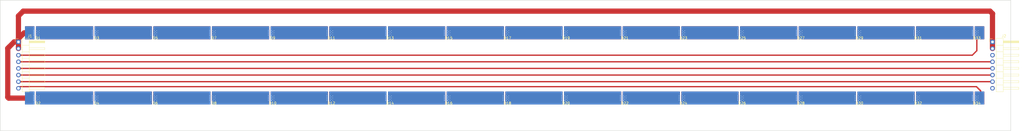
<source format=kicad_pcb>
(kicad_pcb (version 20171130) (host pcbnew 5.1.7-a382d34a8~87~ubuntu20.04.1)

  (general
    (thickness 1.6)
    (drawings 4)
    (tracks 32)
    (zones 0)
    (modules 36)
    (nets 42)
  )

  (page A4)
  (layers
    (0 F.Cu signal)
    (31 B.Cu signal)
    (32 B.Adhes user)
    (33 F.Adhes user)
    (34 B.Paste user)
    (35 F.Paste user)
    (36 B.SilkS user)
    (37 F.SilkS user)
    (38 B.Mask user)
    (39 F.Mask user)
    (40 Dwgs.User user)
    (41 Cmts.User user)
    (42 Eco1.User user)
    (43 Eco2.User user)
    (44 Edge.Cuts user)
    (45 Margin user)
    (46 B.CrtYd user)
    (47 F.CrtYd user)
    (48 B.Fab user)
    (49 F.Fab user)
  )

  (setup
    (last_trace_width 0.5)
    (user_trace_width 0.5)
    (user_trace_width 2)
    (trace_clearance 0.2)
    (zone_clearance 0.508)
    (zone_45_only no)
    (trace_min 0.2)
    (via_size 0.8)
    (via_drill 0.4)
    (via_min_size 0.4)
    (via_min_drill 0.3)
    (uvia_size 0.3)
    (uvia_drill 0.1)
    (uvias_allowed no)
    (uvia_min_size 0.2)
    (uvia_min_drill 0.1)
    (edge_width 0.05)
    (segment_width 0.2)
    (pcb_text_width 0.3)
    (pcb_text_size 1.5 1.5)
    (mod_edge_width 0.12)
    (mod_text_size 1 1)
    (mod_text_width 0.15)
    (pad_size 1.524 1.524)
    (pad_drill 0.762)
    (pad_to_mask_clearance 0)
    (aux_axis_origin 0 0)
    (visible_elements FFFFFF7F)
    (pcbplotparams
      (layerselection 0x010fc_ffffffff)
      (usegerberextensions false)
      (usegerberattributes true)
      (usegerberadvancedattributes true)
      (creategerberjobfile true)
      (excludeedgelayer true)
      (linewidth 0.100000)
      (plotframeref false)
      (viasonmask false)
      (mode 1)
      (useauxorigin false)
      (hpglpennumber 1)
      (hpglpenspeed 20)
      (hpglpendiameter 15.000000)
      (psnegative false)
      (psa4output false)
      (plotreference true)
      (plotvalue true)
      (plotinvisibletext false)
      (padsonsilk false)
      (subtractmaskfromsilk false)
      (outputformat 1)
      (mirror false)
      (drillshape 0)
      (scaleselection 1)
      (outputdirectory ""))
  )

  (net 0 "")
  (net 1 "Net-(D1-Pad1)")
  (net 2 /LED_HI)
  (net 3 "Net-(D2-Pad1)")
  (net 4 "Net-(D3-Pad1)")
  (net 5 "Net-(D4-Pad1)")
  (net 6 "Net-(D5-Pad1)")
  (net 7 "Net-(D6-Pad1)")
  (net 8 "Net-(D7-Pad1)")
  (net 9 "Net-(D10-Pad2)")
  (net 10 "Net-(D11-Pad2)")
  (net 11 "Net-(D10-Pad1)")
  (net 12 "Net-(D11-Pad1)")
  (net 13 "Net-(D12-Pad1)")
  (net 14 "Net-(D13-Pad1)")
  (net 15 "Net-(D14-Pad1)")
  (net 16 "Net-(D15-Pad1)")
  (net 17 "Net-(D16-Pad1)")
  (net 18 "Net-(D17-Pad1)")
  (net 19 "Net-(D18-Pad1)")
  (net 20 "Net-(D19-Pad1)")
  (net 21 "Net-(D20-Pad1)")
  (net 22 "Net-(D21-Pad1)")
  (net 23 "Net-(D22-Pad1)")
  (net 24 "Net-(D23-Pad1)")
  (net 25 "Net-(D24-Pad1)")
  (net 26 "Net-(D25-Pad1)")
  (net 27 "Net-(D26-Pad1)")
  (net 28 "Net-(D27-Pad1)")
  (net 29 "Net-(D28-Pad1)")
  (net 30 "Net-(D29-Pad1)")
  (net 31 "Net-(D30-Pad1)")
  (net 32 "Net-(D31-Pad1)")
  (net 33 "Net-(D32-Pad1)")
  (net 34 /LED6_Return)
  (net 35 /LED5_Return)
  (net 36 /LED4_Return)
  (net 37 /LED3_Return)
  (net 38 /LED2_Return)
  (net 39 "Net-(D34-Pad1)")
  (net 40 "Net-(J2-Pad8)")
  (net 41 "Net-(J2-Pad3)")

  (net_class Default "This is the default net class."
    (clearance 0.2)
    (trace_width 0.25)
    (via_dia 0.8)
    (via_drill 0.4)
    (uvia_dia 0.3)
    (uvia_drill 0.1)
    (add_net /LED2_Return)
    (add_net /LED3_Return)
    (add_net /LED4_Return)
    (add_net /LED5_Return)
    (add_net /LED6_Return)
    (add_net /LED_HI)
    (add_net "Net-(D1-Pad1)")
    (add_net "Net-(D10-Pad1)")
    (add_net "Net-(D10-Pad2)")
    (add_net "Net-(D11-Pad1)")
    (add_net "Net-(D11-Pad2)")
    (add_net "Net-(D12-Pad1)")
    (add_net "Net-(D13-Pad1)")
    (add_net "Net-(D14-Pad1)")
    (add_net "Net-(D15-Pad1)")
    (add_net "Net-(D16-Pad1)")
    (add_net "Net-(D17-Pad1)")
    (add_net "Net-(D18-Pad1)")
    (add_net "Net-(D19-Pad1)")
    (add_net "Net-(D2-Pad1)")
    (add_net "Net-(D20-Pad1)")
    (add_net "Net-(D21-Pad1)")
    (add_net "Net-(D22-Pad1)")
    (add_net "Net-(D23-Pad1)")
    (add_net "Net-(D24-Pad1)")
    (add_net "Net-(D25-Pad1)")
    (add_net "Net-(D26-Pad1)")
    (add_net "Net-(D27-Pad1)")
    (add_net "Net-(D28-Pad1)")
    (add_net "Net-(D29-Pad1)")
    (add_net "Net-(D3-Pad1)")
    (add_net "Net-(D30-Pad1)")
    (add_net "Net-(D31-Pad1)")
    (add_net "Net-(D32-Pad1)")
    (add_net "Net-(D34-Pad1)")
    (add_net "Net-(D4-Pad1)")
    (add_net "Net-(D5-Pad1)")
    (add_net "Net-(D6-Pad1)")
    (add_net "Net-(D7-Pad1)")
    (add_net "Net-(J2-Pad3)")
    (add_net "Net-(J2-Pad8)")
  )

  (module LedBoard:Cree_J_Series_3030 (layer F.Cu) (tedit 5FAF1D9A) (tstamp 5FAD5D04)
    (at -2.5 82.5 180)
    (path /5FAABE81)
    (fp_text reference D3 (at 0 -2) (layer F.SilkS)
      (effects (font (size 1 1) (thickness 0.15)))
    )
    (fp_text value LED_Small (at 0 -3.3) (layer F.Fab)
      (effects (font (size 1 1) (thickness 0.15)))
    )
    (pad 2 smd rect (at 1.7 0 180) (size 0.7 2.4) (layers B.Cu F.Paste F.Mask)
      (net 1 "Net-(D1-Pad1)"))
    (pad 1 smd rect (at 0 0 180) (size 1.6 2.4) (layers B.Cu F.Paste F.Mask)
      (net 4 "Net-(D3-Pad1)"))
    (pad 2 thru_hole circle (at 1.7 0.9 180) (size 0.5 0.5) (drill 0.2) (layers *.Cu *.Mask)
      (net 1 "Net-(D1-Pad1)"))
    (pad 2 thru_hole circle (at 1.7 0.3 180) (size 0.5 0.5) (drill 0.2) (layers *.Cu *.Mask)
      (net 1 "Net-(D1-Pad1)"))
    (pad 2 thru_hole circle (at 1.7 -0.3 180) (size 0.5 0.5) (drill 0.2) (layers *.Cu *.Mask)
      (net 1 "Net-(D1-Pad1)"))
    (pad 2 thru_hole circle (at 1.7 -0.9 180) (size 0.5 0.5) (drill 0.2) (layers *.Cu *.Mask)
      (net 1 "Net-(D1-Pad1)"))
    (pad 1 thru_hole circle (at -0.5 0.8 180) (size 0.5 0.5) (drill 0.2) (layers *.Cu *.Mask)
      (net 4 "Net-(D3-Pad1)"))
    (pad 1 thru_hole circle (at 0.45 0.8 180) (size 0.5 0.5) (drill 0.2) (layers *.Cu *.Mask)
      (net 4 "Net-(D3-Pad1)"))
    (pad 1 thru_hole circle (at 0 0.4 180) (size 0.5 0.5) (drill 0.2) (layers *.Cu *.Mask)
      (net 4 "Net-(D3-Pad1)"))
    (pad 1 thru_hole circle (at 0.45 0 180) (size 0.5 0.5) (drill 0.2) (layers *.Cu *.Mask)
      (net 4 "Net-(D3-Pad1)"))
    (pad 1 thru_hole circle (at -0.5 0 180) (size 0.5 0.5) (drill 0.2) (layers *.Cu *.Mask)
      (net 4 "Net-(D3-Pad1)"))
    (pad 1 thru_hole circle (at 0 -0.45 180) (size 0.5 0.5) (drill 0.2) (layers *.Cu *.Mask)
      (net 4 "Net-(D3-Pad1)"))
    (pad 1 thru_hole circle (at 0.45 -0.9 180) (size 0.5 0.5) (drill 0.2) (layers *.Cu *.Mask)
      (net 4 "Net-(D3-Pad1)"))
    (pad 1 thru_hole circle (at 0.45 -0.9 180) (size 0.5 0.5) (drill 0.2) (layers *.Cu *.Mask)
      (net 4 "Net-(D3-Pad1)"))
    (pad 1 thru_hole circle (at -0.5 -0.9 180) (size 0.5 0.5) (drill 0.2) (layers *.Cu *.Mask)
      (net 4 "Net-(D3-Pad1)"))
    (pad 2 smd rect (at 1.7 0 180) (size 0.7 2.4) (layers F.Cu F.Paste F.Mask)
      (net 1 "Net-(D1-Pad1)"))
    (pad 1 smd rect (at 0 0 180) (size 1.6 2.4) (layers F.Cu F.Paste F.Mask)
      (net 4 "Net-(D3-Pad1)"))
  )

  (module LedBoard:Cree_J_Series_3030 (layer F.Cu) (tedit 5FAF1D9A) (tstamp 5FAF8BBD)
    (at -25 82.5 180)
    (path /5FAA5FBA)
    (fp_text reference D1 (at 0 -2) (layer F.SilkS)
      (effects (font (size 1 1) (thickness 0.15)))
    )
    (fp_text value LED_Small (at 0 -3.3) (layer F.Fab)
      (effects (font (size 1 1) (thickness 0.15)))
    )
    (pad 2 smd rect (at 1.7 0 180) (size 0.7 2.4) (layers B.Cu F.Paste F.Mask)
      (net 2 /LED_HI))
    (pad 1 smd rect (at 0 0 180) (size 1.6 2.4) (layers B.Cu F.Paste F.Mask)
      (net 1 "Net-(D1-Pad1)"))
    (pad 2 thru_hole circle (at 1.7 0.9 180) (size 0.5 0.5) (drill 0.2) (layers *.Cu *.Mask)
      (net 2 /LED_HI))
    (pad 2 thru_hole circle (at 1.7 0.3 180) (size 0.5 0.5) (drill 0.2) (layers *.Cu *.Mask)
      (net 2 /LED_HI))
    (pad 2 thru_hole circle (at 1.7 -0.3 180) (size 0.5 0.5) (drill 0.2) (layers *.Cu *.Mask)
      (net 2 /LED_HI))
    (pad 2 thru_hole circle (at 1.7 -0.9 180) (size 0.5 0.5) (drill 0.2) (layers *.Cu *.Mask)
      (net 2 /LED_HI))
    (pad 1 thru_hole circle (at -0.5 0.8 180) (size 0.5 0.5) (drill 0.2) (layers *.Cu *.Mask)
      (net 1 "Net-(D1-Pad1)"))
    (pad 1 thru_hole circle (at 0.45 0.8 180) (size 0.5 0.5) (drill 0.2) (layers *.Cu *.Mask)
      (net 1 "Net-(D1-Pad1)"))
    (pad 1 thru_hole circle (at 0 0.4 180) (size 0.5 0.5) (drill 0.2) (layers *.Cu *.Mask)
      (net 1 "Net-(D1-Pad1)"))
    (pad 1 thru_hole circle (at 0.45 0 180) (size 0.5 0.5) (drill 0.2) (layers *.Cu *.Mask)
      (net 1 "Net-(D1-Pad1)"))
    (pad 1 thru_hole circle (at -0.5 0 180) (size 0.5 0.5) (drill 0.2) (layers *.Cu *.Mask)
      (net 1 "Net-(D1-Pad1)"))
    (pad 1 thru_hole circle (at 0 -0.45 180) (size 0.5 0.5) (drill 0.2) (layers *.Cu *.Mask)
      (net 1 "Net-(D1-Pad1)"))
    (pad 1 thru_hole circle (at 0.45 -0.9 180) (size 0.5 0.5) (drill 0.2) (layers *.Cu *.Mask)
      (net 1 "Net-(D1-Pad1)"))
    (pad 1 thru_hole circle (at 0.45 -0.9 180) (size 0.5 0.5) (drill 0.2) (layers *.Cu *.Mask)
      (net 1 "Net-(D1-Pad1)"))
    (pad 1 thru_hole circle (at -0.5 -0.9 180) (size 0.5 0.5) (drill 0.2) (layers *.Cu *.Mask)
      (net 1 "Net-(D1-Pad1)"))
    (pad 2 smd rect (at 1.7 0 180) (size 0.7 2.4) (layers F.Cu F.Paste F.Mask)
      (net 2 /LED_HI))
    (pad 1 smd rect (at 0 0 180) (size 1.6 2.4) (layers F.Cu F.Paste F.Mask)
      (net 1 "Net-(D1-Pad1)"))
  )

  (module LedBoard:Cree_J_Series_3030 (layer F.Cu) (tedit 5FAF1D9A) (tstamp 5FADD4FB)
    (at -25 107.5 180)
    (path /5FAC8BE9)
    (fp_text reference D2 (at 0 -2) (layer F.SilkS)
      (effects (font (size 1 1) (thickness 0.15)))
    )
    (fp_text value LED_Small (at 0 -3.3) (layer F.Fab)
      (effects (font (size 1 1) (thickness 0.15)))
    )
    (pad 2 smd rect (at 1.7 0 180) (size 0.7 2.4) (layers B.Cu F.Paste F.Mask)
      (net 2 /LED_HI))
    (pad 1 smd rect (at 0 0 180) (size 1.6 2.4) (layers B.Cu F.Paste F.Mask)
      (net 3 "Net-(D2-Pad1)"))
    (pad 2 thru_hole circle (at 1.7 0.9 180) (size 0.5 0.5) (drill 0.2) (layers *.Cu *.Mask)
      (net 2 /LED_HI))
    (pad 2 thru_hole circle (at 1.7 0.3 180) (size 0.5 0.5) (drill 0.2) (layers *.Cu *.Mask)
      (net 2 /LED_HI))
    (pad 2 thru_hole circle (at 1.7 -0.3 180) (size 0.5 0.5) (drill 0.2) (layers *.Cu *.Mask)
      (net 2 /LED_HI))
    (pad 2 thru_hole circle (at 1.7 -0.9 180) (size 0.5 0.5) (drill 0.2) (layers *.Cu *.Mask)
      (net 2 /LED_HI))
    (pad 1 thru_hole circle (at -0.5 0.8 180) (size 0.5 0.5) (drill 0.2) (layers *.Cu *.Mask)
      (net 3 "Net-(D2-Pad1)"))
    (pad 1 thru_hole circle (at 0.45 0.8 180) (size 0.5 0.5) (drill 0.2) (layers *.Cu *.Mask)
      (net 3 "Net-(D2-Pad1)"))
    (pad 1 thru_hole circle (at 0 0.4 180) (size 0.5 0.5) (drill 0.2) (layers *.Cu *.Mask)
      (net 3 "Net-(D2-Pad1)"))
    (pad 1 thru_hole circle (at 0.45 0 180) (size 0.5 0.5) (drill 0.2) (layers *.Cu *.Mask)
      (net 3 "Net-(D2-Pad1)"))
    (pad 1 thru_hole circle (at -0.5 0 180) (size 0.5 0.5) (drill 0.2) (layers *.Cu *.Mask)
      (net 3 "Net-(D2-Pad1)"))
    (pad 1 thru_hole circle (at 0 -0.45 180) (size 0.5 0.5) (drill 0.2) (layers *.Cu *.Mask)
      (net 3 "Net-(D2-Pad1)"))
    (pad 1 thru_hole circle (at 0.45 -0.9 180) (size 0.5 0.5) (drill 0.2) (layers *.Cu *.Mask)
      (net 3 "Net-(D2-Pad1)"))
    (pad 1 thru_hole circle (at 0.45 -0.9 180) (size 0.5 0.5) (drill 0.2) (layers *.Cu *.Mask)
      (net 3 "Net-(D2-Pad1)"))
    (pad 1 thru_hole circle (at -0.5 -0.9 180) (size 0.5 0.5) (drill 0.2) (layers *.Cu *.Mask)
      (net 3 "Net-(D2-Pad1)"))
    (pad 2 smd rect (at 1.7 0 180) (size 0.7 2.4) (layers F.Cu F.Paste F.Mask)
      (net 2 /LED_HI))
    (pad 1 smd rect (at 0 0 180) (size 1.6 2.4) (layers F.Cu F.Paste F.Mask)
      (net 3 "Net-(D2-Pad1)"))
  )

  (module LedBoard:Cree_J_Series_3030 (layer F.Cu) (tedit 5FAF1D9A) (tstamp 5FADD537)
    (at -2.5 107.5 180)
    (path /5FAC8D9F)
    (fp_text reference D4 (at 0 -2) (layer F.SilkS)
      (effects (font (size 1 1) (thickness 0.15)))
    )
    (fp_text value LED_Small (at 0 -3.3) (layer F.Fab)
      (effects (font (size 1 1) (thickness 0.15)))
    )
    (pad 2 smd rect (at 1.7 0 180) (size 0.7 2.4) (layers B.Cu F.Paste F.Mask)
      (net 3 "Net-(D2-Pad1)"))
    (pad 1 smd rect (at 0 0 180) (size 1.6 2.4) (layers B.Cu F.Paste F.Mask)
      (net 5 "Net-(D4-Pad1)"))
    (pad 2 thru_hole circle (at 1.7 0.9 180) (size 0.5 0.5) (drill 0.2) (layers *.Cu *.Mask)
      (net 3 "Net-(D2-Pad1)"))
    (pad 2 thru_hole circle (at 1.7 0.3 180) (size 0.5 0.5) (drill 0.2) (layers *.Cu *.Mask)
      (net 3 "Net-(D2-Pad1)"))
    (pad 2 thru_hole circle (at 1.7 -0.3 180) (size 0.5 0.5) (drill 0.2) (layers *.Cu *.Mask)
      (net 3 "Net-(D2-Pad1)"))
    (pad 2 thru_hole circle (at 1.7 -0.9 180) (size 0.5 0.5) (drill 0.2) (layers *.Cu *.Mask)
      (net 3 "Net-(D2-Pad1)"))
    (pad 1 thru_hole circle (at -0.5 0.8 180) (size 0.5 0.5) (drill 0.2) (layers *.Cu *.Mask)
      (net 5 "Net-(D4-Pad1)"))
    (pad 1 thru_hole circle (at 0.45 0.8 180) (size 0.5 0.5) (drill 0.2) (layers *.Cu *.Mask)
      (net 5 "Net-(D4-Pad1)"))
    (pad 1 thru_hole circle (at 0 0.4 180) (size 0.5 0.5) (drill 0.2) (layers *.Cu *.Mask)
      (net 5 "Net-(D4-Pad1)"))
    (pad 1 thru_hole circle (at 0.45 0 180) (size 0.5 0.5) (drill 0.2) (layers *.Cu *.Mask)
      (net 5 "Net-(D4-Pad1)"))
    (pad 1 thru_hole circle (at -0.5 0 180) (size 0.5 0.5) (drill 0.2) (layers *.Cu *.Mask)
      (net 5 "Net-(D4-Pad1)"))
    (pad 1 thru_hole circle (at 0 -0.45 180) (size 0.5 0.5) (drill 0.2) (layers *.Cu *.Mask)
      (net 5 "Net-(D4-Pad1)"))
    (pad 1 thru_hole circle (at 0.45 -0.9 180) (size 0.5 0.5) (drill 0.2) (layers *.Cu *.Mask)
      (net 5 "Net-(D4-Pad1)"))
    (pad 1 thru_hole circle (at 0.45 -0.9 180) (size 0.5 0.5) (drill 0.2) (layers *.Cu *.Mask)
      (net 5 "Net-(D4-Pad1)"))
    (pad 1 thru_hole circle (at -0.5 -0.9 180) (size 0.5 0.5) (drill 0.2) (layers *.Cu *.Mask)
      (net 5 "Net-(D4-Pad1)"))
    (pad 2 smd rect (at 1.7 0 180) (size 0.7 2.4) (layers F.Cu F.Paste F.Mask)
      (net 3 "Net-(D2-Pad1)"))
    (pad 1 smd rect (at 0 0 180) (size 1.6 2.4) (layers F.Cu F.Paste F.Mask)
      (net 5 "Net-(D4-Pad1)"))
  )

  (module LedBoard:Cree_J_Series_3030 (layer F.Cu) (tedit 5FAF1D9A) (tstamp 5FAD685F)
    (at 20 82.5 180)
    (path /5FAAC65D)
    (fp_text reference D5 (at 0 -2) (layer F.SilkS)
      (effects (font (size 1 1) (thickness 0.15)))
    )
    (fp_text value LED_Small (at 0 -3.3) (layer F.Fab)
      (effects (font (size 1 1) (thickness 0.15)))
    )
    (pad 2 smd rect (at 1.7 0 180) (size 0.7 2.4) (layers B.Cu F.Paste F.Mask)
      (net 4 "Net-(D3-Pad1)"))
    (pad 1 smd rect (at 0 0 180) (size 1.6 2.4) (layers B.Cu F.Paste F.Mask)
      (net 6 "Net-(D5-Pad1)"))
    (pad 2 thru_hole circle (at 1.7 0.9 180) (size 0.5 0.5) (drill 0.2) (layers *.Cu *.Mask)
      (net 4 "Net-(D3-Pad1)"))
    (pad 2 thru_hole circle (at 1.7 0.3 180) (size 0.5 0.5) (drill 0.2) (layers *.Cu *.Mask)
      (net 4 "Net-(D3-Pad1)"))
    (pad 2 thru_hole circle (at 1.7 -0.3 180) (size 0.5 0.5) (drill 0.2) (layers *.Cu *.Mask)
      (net 4 "Net-(D3-Pad1)"))
    (pad 2 thru_hole circle (at 1.7 -0.9 180) (size 0.5 0.5) (drill 0.2) (layers *.Cu *.Mask)
      (net 4 "Net-(D3-Pad1)"))
    (pad 1 thru_hole circle (at -0.5 0.8 180) (size 0.5 0.5) (drill 0.2) (layers *.Cu *.Mask)
      (net 6 "Net-(D5-Pad1)"))
    (pad 1 thru_hole circle (at 0.45 0.8 180) (size 0.5 0.5) (drill 0.2) (layers *.Cu *.Mask)
      (net 6 "Net-(D5-Pad1)"))
    (pad 1 thru_hole circle (at 0 0.4 180) (size 0.5 0.5) (drill 0.2) (layers *.Cu *.Mask)
      (net 6 "Net-(D5-Pad1)"))
    (pad 1 thru_hole circle (at 0.45 0 180) (size 0.5 0.5) (drill 0.2) (layers *.Cu *.Mask)
      (net 6 "Net-(D5-Pad1)"))
    (pad 1 thru_hole circle (at -0.5 0 180) (size 0.5 0.5) (drill 0.2) (layers *.Cu *.Mask)
      (net 6 "Net-(D5-Pad1)"))
    (pad 1 thru_hole circle (at 0 -0.45 180) (size 0.5 0.5) (drill 0.2) (layers *.Cu *.Mask)
      (net 6 "Net-(D5-Pad1)"))
    (pad 1 thru_hole circle (at 0.45 -0.9 180) (size 0.5 0.5) (drill 0.2) (layers *.Cu *.Mask)
      (net 6 "Net-(D5-Pad1)"))
    (pad 1 thru_hole circle (at 0.45 -0.9 180) (size 0.5 0.5) (drill 0.2) (layers *.Cu *.Mask)
      (net 6 "Net-(D5-Pad1)"))
    (pad 1 thru_hole circle (at -0.5 -0.9 180) (size 0.5 0.5) (drill 0.2) (layers *.Cu *.Mask)
      (net 6 "Net-(D5-Pad1)"))
    (pad 2 smd rect (at 1.7 0 180) (size 0.7 2.4) (layers F.Cu F.Paste F.Mask)
      (net 4 "Net-(D3-Pad1)"))
    (pad 1 smd rect (at 0 0 180) (size 1.6 2.4) (layers F.Cu F.Paste F.Mask)
      (net 6 "Net-(D5-Pad1)"))
  )

  (module LedBoard:Cree_J_Series_3030 (layer F.Cu) (tedit 5FAF1D9A) (tstamp 5FADD528)
    (at 20 107.5 180)
    (path /5FAC8DA9)
    (fp_text reference D6 (at 0 -2) (layer F.SilkS)
      (effects (font (size 1 1) (thickness 0.15)))
    )
    (fp_text value LED_Small (at 0 -3.3) (layer F.Fab)
      (effects (font (size 1 1) (thickness 0.15)))
    )
    (pad 2 smd rect (at 1.7 0 180) (size 0.7 2.4) (layers B.Cu F.Paste F.Mask)
      (net 5 "Net-(D4-Pad1)"))
    (pad 1 smd rect (at 0 0 180) (size 1.6 2.4) (layers B.Cu F.Paste F.Mask)
      (net 7 "Net-(D6-Pad1)"))
    (pad 2 thru_hole circle (at 1.7 0.9 180) (size 0.5 0.5) (drill 0.2) (layers *.Cu *.Mask)
      (net 5 "Net-(D4-Pad1)"))
    (pad 2 thru_hole circle (at 1.7 0.3 180) (size 0.5 0.5) (drill 0.2) (layers *.Cu *.Mask)
      (net 5 "Net-(D4-Pad1)"))
    (pad 2 thru_hole circle (at 1.7 -0.3 180) (size 0.5 0.5) (drill 0.2) (layers *.Cu *.Mask)
      (net 5 "Net-(D4-Pad1)"))
    (pad 2 thru_hole circle (at 1.7 -0.9 180) (size 0.5 0.5) (drill 0.2) (layers *.Cu *.Mask)
      (net 5 "Net-(D4-Pad1)"))
    (pad 1 thru_hole circle (at -0.5 0.8 180) (size 0.5 0.5) (drill 0.2) (layers *.Cu *.Mask)
      (net 7 "Net-(D6-Pad1)"))
    (pad 1 thru_hole circle (at 0.45 0.8 180) (size 0.5 0.5) (drill 0.2) (layers *.Cu *.Mask)
      (net 7 "Net-(D6-Pad1)"))
    (pad 1 thru_hole circle (at 0 0.4 180) (size 0.5 0.5) (drill 0.2) (layers *.Cu *.Mask)
      (net 7 "Net-(D6-Pad1)"))
    (pad 1 thru_hole circle (at 0.45 0 180) (size 0.5 0.5) (drill 0.2) (layers *.Cu *.Mask)
      (net 7 "Net-(D6-Pad1)"))
    (pad 1 thru_hole circle (at -0.5 0 180) (size 0.5 0.5) (drill 0.2) (layers *.Cu *.Mask)
      (net 7 "Net-(D6-Pad1)"))
    (pad 1 thru_hole circle (at 0 -0.45 180) (size 0.5 0.5) (drill 0.2) (layers *.Cu *.Mask)
      (net 7 "Net-(D6-Pad1)"))
    (pad 1 thru_hole circle (at 0.45 -0.9 180) (size 0.5 0.5) (drill 0.2) (layers *.Cu *.Mask)
      (net 7 "Net-(D6-Pad1)"))
    (pad 1 thru_hole circle (at 0.45 -0.9 180) (size 0.5 0.5) (drill 0.2) (layers *.Cu *.Mask)
      (net 7 "Net-(D6-Pad1)"))
    (pad 1 thru_hole circle (at -0.5 -0.9 180) (size 0.5 0.5) (drill 0.2) (layers *.Cu *.Mask)
      (net 7 "Net-(D6-Pad1)"))
    (pad 2 smd rect (at 1.7 0 180) (size 0.7 2.4) (layers F.Cu F.Paste F.Mask)
      (net 5 "Net-(D4-Pad1)"))
    (pad 1 smd rect (at 0 0 180) (size 1.6 2.4) (layers F.Cu F.Paste F.Mask)
      (net 7 "Net-(D6-Pad1)"))
  )

  (module LedBoard:Cree_J_Series_3030 (layer F.Cu) (tedit 5FAF1D9A) (tstamp 5FAD5D1C)
    (at 42.5 82.5 180)
    (path /5FAAD15D)
    (fp_text reference D7 (at 0 -2) (layer F.SilkS)
      (effects (font (size 1 1) (thickness 0.15)))
    )
    (fp_text value LED_Small (at 0 -3.3) (layer F.Fab)
      (effects (font (size 1 1) (thickness 0.15)))
    )
    (pad 2 smd rect (at 1.7 0 180) (size 0.7 2.4) (layers B.Cu F.Paste F.Mask)
      (net 6 "Net-(D5-Pad1)"))
    (pad 1 smd rect (at 0 0 180) (size 1.6 2.4) (layers B.Cu F.Paste F.Mask)
      (net 8 "Net-(D7-Pad1)"))
    (pad 2 thru_hole circle (at 1.7 0.9 180) (size 0.5 0.5) (drill 0.2) (layers *.Cu *.Mask)
      (net 6 "Net-(D5-Pad1)"))
    (pad 2 thru_hole circle (at 1.7 0.3 180) (size 0.5 0.5) (drill 0.2) (layers *.Cu *.Mask)
      (net 6 "Net-(D5-Pad1)"))
    (pad 2 thru_hole circle (at 1.7 -0.3 180) (size 0.5 0.5) (drill 0.2) (layers *.Cu *.Mask)
      (net 6 "Net-(D5-Pad1)"))
    (pad 2 thru_hole circle (at 1.7 -0.9 180) (size 0.5 0.5) (drill 0.2) (layers *.Cu *.Mask)
      (net 6 "Net-(D5-Pad1)"))
    (pad 1 thru_hole circle (at -0.5 0.8 180) (size 0.5 0.5) (drill 0.2) (layers *.Cu *.Mask)
      (net 8 "Net-(D7-Pad1)"))
    (pad 1 thru_hole circle (at 0.45 0.8 180) (size 0.5 0.5) (drill 0.2) (layers *.Cu *.Mask)
      (net 8 "Net-(D7-Pad1)"))
    (pad 1 thru_hole circle (at 0 0.4 180) (size 0.5 0.5) (drill 0.2) (layers *.Cu *.Mask)
      (net 8 "Net-(D7-Pad1)"))
    (pad 1 thru_hole circle (at 0.45 0 180) (size 0.5 0.5) (drill 0.2) (layers *.Cu *.Mask)
      (net 8 "Net-(D7-Pad1)"))
    (pad 1 thru_hole circle (at -0.5 0 180) (size 0.5 0.5) (drill 0.2) (layers *.Cu *.Mask)
      (net 8 "Net-(D7-Pad1)"))
    (pad 1 thru_hole circle (at 0 -0.45 180) (size 0.5 0.5) (drill 0.2) (layers *.Cu *.Mask)
      (net 8 "Net-(D7-Pad1)"))
    (pad 1 thru_hole circle (at 0.45 -0.9 180) (size 0.5 0.5) (drill 0.2) (layers *.Cu *.Mask)
      (net 8 "Net-(D7-Pad1)"))
    (pad 1 thru_hole circle (at 0.45 -0.9 180) (size 0.5 0.5) (drill 0.2) (layers *.Cu *.Mask)
      (net 8 "Net-(D7-Pad1)"))
    (pad 1 thru_hole circle (at -0.5 -0.9 180) (size 0.5 0.5) (drill 0.2) (layers *.Cu *.Mask)
      (net 8 "Net-(D7-Pad1)"))
    (pad 2 smd rect (at 1.7 0 180) (size 0.7 2.4) (layers F.Cu F.Paste F.Mask)
      (net 6 "Net-(D5-Pad1)"))
    (pad 1 smd rect (at 0 0 180) (size 1.6 2.4) (layers F.Cu F.Paste F.Mask)
      (net 8 "Net-(D7-Pad1)"))
  )

  (module LedBoard:Cree_J_Series_3030 (layer F.Cu) (tedit 5FAF1D9A) (tstamp 5FADD519)
    (at 42.5 107.5 180)
    (path /5FAC8DB3)
    (fp_text reference D8 (at 0 -2) (layer F.SilkS)
      (effects (font (size 1 1) (thickness 0.15)))
    )
    (fp_text value LED_Small (at 0 -3.3) (layer F.Fab)
      (effects (font (size 1 1) (thickness 0.15)))
    )
    (pad 2 smd rect (at 1.7 0 180) (size 0.7 2.4) (layers B.Cu F.Paste F.Mask)
      (net 7 "Net-(D6-Pad1)"))
    (pad 1 smd rect (at 0 0 180) (size 1.6 2.4) (layers B.Cu F.Paste F.Mask)
      (net 9 "Net-(D10-Pad2)"))
    (pad 2 thru_hole circle (at 1.7 0.9 180) (size 0.5 0.5) (drill 0.2) (layers *.Cu *.Mask)
      (net 7 "Net-(D6-Pad1)"))
    (pad 2 thru_hole circle (at 1.7 0.3 180) (size 0.5 0.5) (drill 0.2) (layers *.Cu *.Mask)
      (net 7 "Net-(D6-Pad1)"))
    (pad 2 thru_hole circle (at 1.7 -0.3 180) (size 0.5 0.5) (drill 0.2) (layers *.Cu *.Mask)
      (net 7 "Net-(D6-Pad1)"))
    (pad 2 thru_hole circle (at 1.7 -0.9 180) (size 0.5 0.5) (drill 0.2) (layers *.Cu *.Mask)
      (net 7 "Net-(D6-Pad1)"))
    (pad 1 thru_hole circle (at -0.5 0.8 180) (size 0.5 0.5) (drill 0.2) (layers *.Cu *.Mask)
      (net 9 "Net-(D10-Pad2)"))
    (pad 1 thru_hole circle (at 0.45 0.8 180) (size 0.5 0.5) (drill 0.2) (layers *.Cu *.Mask)
      (net 9 "Net-(D10-Pad2)"))
    (pad 1 thru_hole circle (at 0 0.4 180) (size 0.5 0.5) (drill 0.2) (layers *.Cu *.Mask)
      (net 9 "Net-(D10-Pad2)"))
    (pad 1 thru_hole circle (at 0.45 0 180) (size 0.5 0.5) (drill 0.2) (layers *.Cu *.Mask)
      (net 9 "Net-(D10-Pad2)"))
    (pad 1 thru_hole circle (at -0.5 0 180) (size 0.5 0.5) (drill 0.2) (layers *.Cu *.Mask)
      (net 9 "Net-(D10-Pad2)"))
    (pad 1 thru_hole circle (at 0 -0.45 180) (size 0.5 0.5) (drill 0.2) (layers *.Cu *.Mask)
      (net 9 "Net-(D10-Pad2)"))
    (pad 1 thru_hole circle (at 0.45 -0.9 180) (size 0.5 0.5) (drill 0.2) (layers *.Cu *.Mask)
      (net 9 "Net-(D10-Pad2)"))
    (pad 1 thru_hole circle (at 0.45 -0.9 180) (size 0.5 0.5) (drill 0.2) (layers *.Cu *.Mask)
      (net 9 "Net-(D10-Pad2)"))
    (pad 1 thru_hole circle (at -0.5 -0.9 180) (size 0.5 0.5) (drill 0.2) (layers *.Cu *.Mask)
      (net 9 "Net-(D10-Pad2)"))
    (pad 2 smd rect (at 1.7 0 180) (size 0.7 2.4) (layers F.Cu F.Paste F.Mask)
      (net 7 "Net-(D6-Pad1)"))
    (pad 1 smd rect (at 0 0 180) (size 1.6 2.4) (layers F.Cu F.Paste F.Mask)
      (net 9 "Net-(D10-Pad2)"))
  )

  (module LedBoard:Cree_J_Series_3030 (layer F.Cu) (tedit 5FAF1D9A) (tstamp 5FAD5D28)
    (at 65 82.5 180)
    (path /5FAAD796)
    (fp_text reference D9 (at 0 -2) (layer F.SilkS)
      (effects (font (size 1 1) (thickness 0.15)))
    )
    (fp_text value LED_Small (at 0 -3.3) (layer F.Fab)
      (effects (font (size 1 1) (thickness 0.15)))
    )
    (pad 2 smd rect (at 1.7 0 180) (size 0.7 2.4) (layers B.Cu F.Paste F.Mask)
      (net 8 "Net-(D7-Pad1)"))
    (pad 1 smd rect (at 0 0 180) (size 1.6 2.4) (layers B.Cu F.Paste F.Mask)
      (net 10 "Net-(D11-Pad2)"))
    (pad 2 thru_hole circle (at 1.7 0.9 180) (size 0.5 0.5) (drill 0.2) (layers *.Cu *.Mask)
      (net 8 "Net-(D7-Pad1)"))
    (pad 2 thru_hole circle (at 1.7 0.3 180) (size 0.5 0.5) (drill 0.2) (layers *.Cu *.Mask)
      (net 8 "Net-(D7-Pad1)"))
    (pad 2 thru_hole circle (at 1.7 -0.3 180) (size 0.5 0.5) (drill 0.2) (layers *.Cu *.Mask)
      (net 8 "Net-(D7-Pad1)"))
    (pad 2 thru_hole circle (at 1.7 -0.9 180) (size 0.5 0.5) (drill 0.2) (layers *.Cu *.Mask)
      (net 8 "Net-(D7-Pad1)"))
    (pad 1 thru_hole circle (at -0.5 0.8 180) (size 0.5 0.5) (drill 0.2) (layers *.Cu *.Mask)
      (net 10 "Net-(D11-Pad2)"))
    (pad 1 thru_hole circle (at 0.45 0.8 180) (size 0.5 0.5) (drill 0.2) (layers *.Cu *.Mask)
      (net 10 "Net-(D11-Pad2)"))
    (pad 1 thru_hole circle (at 0 0.4 180) (size 0.5 0.5) (drill 0.2) (layers *.Cu *.Mask)
      (net 10 "Net-(D11-Pad2)"))
    (pad 1 thru_hole circle (at 0.45 0 180) (size 0.5 0.5) (drill 0.2) (layers *.Cu *.Mask)
      (net 10 "Net-(D11-Pad2)"))
    (pad 1 thru_hole circle (at -0.5 0 180) (size 0.5 0.5) (drill 0.2) (layers *.Cu *.Mask)
      (net 10 "Net-(D11-Pad2)"))
    (pad 1 thru_hole circle (at 0 -0.45 180) (size 0.5 0.5) (drill 0.2) (layers *.Cu *.Mask)
      (net 10 "Net-(D11-Pad2)"))
    (pad 1 thru_hole circle (at 0.45 -0.9 180) (size 0.5 0.5) (drill 0.2) (layers *.Cu *.Mask)
      (net 10 "Net-(D11-Pad2)"))
    (pad 1 thru_hole circle (at 0.45 -0.9 180) (size 0.5 0.5) (drill 0.2) (layers *.Cu *.Mask)
      (net 10 "Net-(D11-Pad2)"))
    (pad 1 thru_hole circle (at -0.5 -0.9 180) (size 0.5 0.5) (drill 0.2) (layers *.Cu *.Mask)
      (net 10 "Net-(D11-Pad2)"))
    (pad 2 smd rect (at 1.7 0 180) (size 0.7 2.4) (layers F.Cu F.Paste F.Mask)
      (net 8 "Net-(D7-Pad1)"))
    (pad 1 smd rect (at 0 0 180) (size 1.6 2.4) (layers F.Cu F.Paste F.Mask)
      (net 10 "Net-(D11-Pad2)"))
  )

  (module LedBoard:Cree_J_Series_3030 (layer F.Cu) (tedit 5FAF1D9A) (tstamp 5FADD50A)
    (at 65 107.5 180)
    (path /5FAC8DBD)
    (fp_text reference D10 (at 0 -2) (layer F.SilkS)
      (effects (font (size 1 1) (thickness 0.15)))
    )
    (fp_text value LED_Small (at 0 -3.3) (layer F.Fab)
      (effects (font (size 1 1) (thickness 0.15)))
    )
    (pad 2 smd rect (at 1.7 0 180) (size 0.7 2.4) (layers B.Cu F.Paste F.Mask)
      (net 9 "Net-(D10-Pad2)"))
    (pad 1 smd rect (at 0 0 180) (size 1.6 2.4) (layers B.Cu F.Paste F.Mask)
      (net 11 "Net-(D10-Pad1)"))
    (pad 2 thru_hole circle (at 1.7 0.9 180) (size 0.5 0.5) (drill 0.2) (layers *.Cu *.Mask)
      (net 9 "Net-(D10-Pad2)"))
    (pad 2 thru_hole circle (at 1.7 0.3 180) (size 0.5 0.5) (drill 0.2) (layers *.Cu *.Mask)
      (net 9 "Net-(D10-Pad2)"))
    (pad 2 thru_hole circle (at 1.7 -0.3 180) (size 0.5 0.5) (drill 0.2) (layers *.Cu *.Mask)
      (net 9 "Net-(D10-Pad2)"))
    (pad 2 thru_hole circle (at 1.7 -0.9 180) (size 0.5 0.5) (drill 0.2) (layers *.Cu *.Mask)
      (net 9 "Net-(D10-Pad2)"))
    (pad 1 thru_hole circle (at -0.5 0.8 180) (size 0.5 0.5) (drill 0.2) (layers *.Cu *.Mask)
      (net 11 "Net-(D10-Pad1)"))
    (pad 1 thru_hole circle (at 0.45 0.8 180) (size 0.5 0.5) (drill 0.2) (layers *.Cu *.Mask)
      (net 11 "Net-(D10-Pad1)"))
    (pad 1 thru_hole circle (at 0 0.4 180) (size 0.5 0.5) (drill 0.2) (layers *.Cu *.Mask)
      (net 11 "Net-(D10-Pad1)"))
    (pad 1 thru_hole circle (at 0.45 0 180) (size 0.5 0.5) (drill 0.2) (layers *.Cu *.Mask)
      (net 11 "Net-(D10-Pad1)"))
    (pad 1 thru_hole circle (at -0.5 0 180) (size 0.5 0.5) (drill 0.2) (layers *.Cu *.Mask)
      (net 11 "Net-(D10-Pad1)"))
    (pad 1 thru_hole circle (at 0 -0.45 180) (size 0.5 0.5) (drill 0.2) (layers *.Cu *.Mask)
      (net 11 "Net-(D10-Pad1)"))
    (pad 1 thru_hole circle (at 0.45 -0.9 180) (size 0.5 0.5) (drill 0.2) (layers *.Cu *.Mask)
      (net 11 "Net-(D10-Pad1)"))
    (pad 1 thru_hole circle (at 0.45 -0.9 180) (size 0.5 0.5) (drill 0.2) (layers *.Cu *.Mask)
      (net 11 "Net-(D10-Pad1)"))
    (pad 1 thru_hole circle (at -0.5 -0.9 180) (size 0.5 0.5) (drill 0.2) (layers *.Cu *.Mask)
      (net 11 "Net-(D10-Pad1)"))
    (pad 2 smd rect (at 1.7 0 180) (size 0.7 2.4) (layers F.Cu F.Paste F.Mask)
      (net 9 "Net-(D10-Pad2)"))
    (pad 1 smd rect (at 0 0 180) (size 1.6 2.4) (layers F.Cu F.Paste F.Mask)
      (net 11 "Net-(D10-Pad1)"))
  )

  (module LedBoard:Cree_J_Series_3030 (layer F.Cu) (tedit 5FAF1D9A) (tstamp 5FADD1A5)
    (at 87.5 82.5 180)
    (path /5FAADE85)
    (fp_text reference D11 (at 0 -2) (layer F.SilkS)
      (effects (font (size 1 1) (thickness 0.15)))
    )
    (fp_text value LED_Small (at 0 -3.3) (layer F.Fab)
      (effects (font (size 1 1) (thickness 0.15)))
    )
    (pad 2 smd rect (at 1.7 0 180) (size 0.7 2.4) (layers B.Cu F.Paste F.Mask)
      (net 10 "Net-(D11-Pad2)"))
    (pad 1 smd rect (at 0 0 180) (size 1.6 2.4) (layers B.Cu F.Paste F.Mask)
      (net 12 "Net-(D11-Pad1)"))
    (pad 2 thru_hole circle (at 1.7 0.9 180) (size 0.5 0.5) (drill 0.2) (layers *.Cu *.Mask)
      (net 10 "Net-(D11-Pad2)"))
    (pad 2 thru_hole circle (at 1.7 0.3 180) (size 0.5 0.5) (drill 0.2) (layers *.Cu *.Mask)
      (net 10 "Net-(D11-Pad2)"))
    (pad 2 thru_hole circle (at 1.7 -0.3 180) (size 0.5 0.5) (drill 0.2) (layers *.Cu *.Mask)
      (net 10 "Net-(D11-Pad2)"))
    (pad 2 thru_hole circle (at 1.7 -0.9 180) (size 0.5 0.5) (drill 0.2) (layers *.Cu *.Mask)
      (net 10 "Net-(D11-Pad2)"))
    (pad 1 thru_hole circle (at -0.5 0.8 180) (size 0.5 0.5) (drill 0.2) (layers *.Cu *.Mask)
      (net 12 "Net-(D11-Pad1)"))
    (pad 1 thru_hole circle (at 0.45 0.8 180) (size 0.5 0.5) (drill 0.2) (layers *.Cu *.Mask)
      (net 12 "Net-(D11-Pad1)"))
    (pad 1 thru_hole circle (at 0 0.4 180) (size 0.5 0.5) (drill 0.2) (layers *.Cu *.Mask)
      (net 12 "Net-(D11-Pad1)"))
    (pad 1 thru_hole circle (at 0.45 0 180) (size 0.5 0.5) (drill 0.2) (layers *.Cu *.Mask)
      (net 12 "Net-(D11-Pad1)"))
    (pad 1 thru_hole circle (at -0.5 0 180) (size 0.5 0.5) (drill 0.2) (layers *.Cu *.Mask)
      (net 12 "Net-(D11-Pad1)"))
    (pad 1 thru_hole circle (at 0 -0.45 180) (size 0.5 0.5) (drill 0.2) (layers *.Cu *.Mask)
      (net 12 "Net-(D11-Pad1)"))
    (pad 1 thru_hole circle (at 0.45 -0.9 180) (size 0.5 0.5) (drill 0.2) (layers *.Cu *.Mask)
      (net 12 "Net-(D11-Pad1)"))
    (pad 1 thru_hole circle (at 0.45 -0.9 180) (size 0.5 0.5) (drill 0.2) (layers *.Cu *.Mask)
      (net 12 "Net-(D11-Pad1)"))
    (pad 1 thru_hole circle (at -0.5 -0.9 180) (size 0.5 0.5) (drill 0.2) (layers *.Cu *.Mask)
      (net 12 "Net-(D11-Pad1)"))
    (pad 2 smd rect (at 1.7 0 180) (size 0.7 2.4) (layers F.Cu F.Paste F.Mask)
      (net 10 "Net-(D11-Pad2)"))
    (pad 1 smd rect (at 0 0 180) (size 1.6 2.4) (layers F.Cu F.Paste F.Mask)
      (net 12 "Net-(D11-Pad1)"))
  )

  (module LedBoard:Cree_J_Series_3030 (layer F.Cu) (tedit 5FAF1D9A) (tstamp 5FAD5D3A)
    (at 87.5 107.5 180)
    (path /5FAC8DC7)
    (fp_text reference D12 (at 0 -2) (layer F.SilkS)
      (effects (font (size 1 1) (thickness 0.15)))
    )
    (fp_text value LED_Small (at 0 -3.3) (layer F.Fab)
      (effects (font (size 1 1) (thickness 0.15)))
    )
    (pad 2 smd rect (at 1.7 0 180) (size 0.7 2.4) (layers B.Cu F.Paste F.Mask)
      (net 11 "Net-(D10-Pad1)"))
    (pad 1 smd rect (at 0 0 180) (size 1.6 2.4) (layers B.Cu F.Paste F.Mask)
      (net 13 "Net-(D12-Pad1)"))
    (pad 2 thru_hole circle (at 1.7 0.9 180) (size 0.5 0.5) (drill 0.2) (layers *.Cu *.Mask)
      (net 11 "Net-(D10-Pad1)"))
    (pad 2 thru_hole circle (at 1.7 0.3 180) (size 0.5 0.5) (drill 0.2) (layers *.Cu *.Mask)
      (net 11 "Net-(D10-Pad1)"))
    (pad 2 thru_hole circle (at 1.7 -0.3 180) (size 0.5 0.5) (drill 0.2) (layers *.Cu *.Mask)
      (net 11 "Net-(D10-Pad1)"))
    (pad 2 thru_hole circle (at 1.7 -0.9 180) (size 0.5 0.5) (drill 0.2) (layers *.Cu *.Mask)
      (net 11 "Net-(D10-Pad1)"))
    (pad 1 thru_hole circle (at -0.5 0.8 180) (size 0.5 0.5) (drill 0.2) (layers *.Cu *.Mask)
      (net 13 "Net-(D12-Pad1)"))
    (pad 1 thru_hole circle (at 0.45 0.8 180) (size 0.5 0.5) (drill 0.2) (layers *.Cu *.Mask)
      (net 13 "Net-(D12-Pad1)"))
    (pad 1 thru_hole circle (at 0 0.4 180) (size 0.5 0.5) (drill 0.2) (layers *.Cu *.Mask)
      (net 13 "Net-(D12-Pad1)"))
    (pad 1 thru_hole circle (at 0.45 0 180) (size 0.5 0.5) (drill 0.2) (layers *.Cu *.Mask)
      (net 13 "Net-(D12-Pad1)"))
    (pad 1 thru_hole circle (at -0.5 0 180) (size 0.5 0.5) (drill 0.2) (layers *.Cu *.Mask)
      (net 13 "Net-(D12-Pad1)"))
    (pad 1 thru_hole circle (at 0 -0.45 180) (size 0.5 0.5) (drill 0.2) (layers *.Cu *.Mask)
      (net 13 "Net-(D12-Pad1)"))
    (pad 1 thru_hole circle (at 0.45 -0.9 180) (size 0.5 0.5) (drill 0.2) (layers *.Cu *.Mask)
      (net 13 "Net-(D12-Pad1)"))
    (pad 1 thru_hole circle (at 0.45 -0.9 180) (size 0.5 0.5) (drill 0.2) (layers *.Cu *.Mask)
      (net 13 "Net-(D12-Pad1)"))
    (pad 1 thru_hole circle (at -0.5 -0.9 180) (size 0.5 0.5) (drill 0.2) (layers *.Cu *.Mask)
      (net 13 "Net-(D12-Pad1)"))
    (pad 2 smd rect (at 1.7 0 180) (size 0.7 2.4) (layers F.Cu F.Paste F.Mask)
      (net 11 "Net-(D10-Pad1)"))
    (pad 1 smd rect (at 0 0 180) (size 1.6 2.4) (layers F.Cu F.Paste F.Mask)
      (net 13 "Net-(D12-Pad1)"))
  )

  (module LedBoard:Cree_J_Series_3030 (layer F.Cu) (tedit 5FAF1D9A) (tstamp 5FAD5D40)
    (at 110 82.5 180)
    (path /5FAB1796)
    (fp_text reference D13 (at 0 -2) (layer F.SilkS)
      (effects (font (size 1 1) (thickness 0.15)))
    )
    (fp_text value LED_Small (at 0 -3.3) (layer F.Fab)
      (effects (font (size 1 1) (thickness 0.15)))
    )
    (pad 2 smd rect (at 1.7 0 180) (size 0.7 2.4) (layers B.Cu F.Paste F.Mask)
      (net 12 "Net-(D11-Pad1)"))
    (pad 1 smd rect (at 0 0 180) (size 1.6 2.4) (layers B.Cu F.Paste F.Mask)
      (net 14 "Net-(D13-Pad1)"))
    (pad 2 thru_hole circle (at 1.7 0.9 180) (size 0.5 0.5) (drill 0.2) (layers *.Cu *.Mask)
      (net 12 "Net-(D11-Pad1)"))
    (pad 2 thru_hole circle (at 1.7 0.3 180) (size 0.5 0.5) (drill 0.2) (layers *.Cu *.Mask)
      (net 12 "Net-(D11-Pad1)"))
    (pad 2 thru_hole circle (at 1.7 -0.3 180) (size 0.5 0.5) (drill 0.2) (layers *.Cu *.Mask)
      (net 12 "Net-(D11-Pad1)"))
    (pad 2 thru_hole circle (at 1.7 -0.9 180) (size 0.5 0.5) (drill 0.2) (layers *.Cu *.Mask)
      (net 12 "Net-(D11-Pad1)"))
    (pad 1 thru_hole circle (at -0.5 0.8 180) (size 0.5 0.5) (drill 0.2) (layers *.Cu *.Mask)
      (net 14 "Net-(D13-Pad1)"))
    (pad 1 thru_hole circle (at 0.45 0.8 180) (size 0.5 0.5) (drill 0.2) (layers *.Cu *.Mask)
      (net 14 "Net-(D13-Pad1)"))
    (pad 1 thru_hole circle (at 0 0.4 180) (size 0.5 0.5) (drill 0.2) (layers *.Cu *.Mask)
      (net 14 "Net-(D13-Pad1)"))
    (pad 1 thru_hole circle (at 0.45 0 180) (size 0.5 0.5) (drill 0.2) (layers *.Cu *.Mask)
      (net 14 "Net-(D13-Pad1)"))
    (pad 1 thru_hole circle (at -0.5 0 180) (size 0.5 0.5) (drill 0.2) (layers *.Cu *.Mask)
      (net 14 "Net-(D13-Pad1)"))
    (pad 1 thru_hole circle (at 0 -0.45 180) (size 0.5 0.5) (drill 0.2) (layers *.Cu *.Mask)
      (net 14 "Net-(D13-Pad1)"))
    (pad 1 thru_hole circle (at 0.45 -0.9 180) (size 0.5 0.5) (drill 0.2) (layers *.Cu *.Mask)
      (net 14 "Net-(D13-Pad1)"))
    (pad 1 thru_hole circle (at 0.45 -0.9 180) (size 0.5 0.5) (drill 0.2) (layers *.Cu *.Mask)
      (net 14 "Net-(D13-Pad1)"))
    (pad 1 thru_hole circle (at -0.5 -0.9 180) (size 0.5 0.5) (drill 0.2) (layers *.Cu *.Mask)
      (net 14 "Net-(D13-Pad1)"))
    (pad 2 smd rect (at 1.7 0 180) (size 0.7 2.4) (layers F.Cu F.Paste F.Mask)
      (net 12 "Net-(D11-Pad1)"))
    (pad 1 smd rect (at 0 0 180) (size 1.6 2.4) (layers F.Cu F.Paste F.Mask)
      (net 14 "Net-(D13-Pad1)"))
  )

  (module LedBoard:Cree_J_Series_3030 (layer F.Cu) (tedit 5FAF1D9A) (tstamp 5FAD5D46)
    (at 110 107.5 180)
    (path /5FAC8DD1)
    (fp_text reference D14 (at 0 -2) (layer F.SilkS)
      (effects (font (size 1 1) (thickness 0.15)))
    )
    (fp_text value LED_Small (at 0 -3.3) (layer F.Fab)
      (effects (font (size 1 1) (thickness 0.15)))
    )
    (pad 2 smd rect (at 1.7 0 180) (size 0.7 2.4) (layers B.Cu F.Paste F.Mask)
      (net 13 "Net-(D12-Pad1)"))
    (pad 1 smd rect (at 0 0 180) (size 1.6 2.4) (layers B.Cu F.Paste F.Mask)
      (net 15 "Net-(D14-Pad1)"))
    (pad 2 thru_hole circle (at 1.7 0.9 180) (size 0.5 0.5) (drill 0.2) (layers *.Cu *.Mask)
      (net 13 "Net-(D12-Pad1)"))
    (pad 2 thru_hole circle (at 1.7 0.3 180) (size 0.5 0.5) (drill 0.2) (layers *.Cu *.Mask)
      (net 13 "Net-(D12-Pad1)"))
    (pad 2 thru_hole circle (at 1.7 -0.3 180) (size 0.5 0.5) (drill 0.2) (layers *.Cu *.Mask)
      (net 13 "Net-(D12-Pad1)"))
    (pad 2 thru_hole circle (at 1.7 -0.9 180) (size 0.5 0.5) (drill 0.2) (layers *.Cu *.Mask)
      (net 13 "Net-(D12-Pad1)"))
    (pad 1 thru_hole circle (at -0.5 0.8 180) (size 0.5 0.5) (drill 0.2) (layers *.Cu *.Mask)
      (net 15 "Net-(D14-Pad1)"))
    (pad 1 thru_hole circle (at 0.45 0.8 180) (size 0.5 0.5) (drill 0.2) (layers *.Cu *.Mask)
      (net 15 "Net-(D14-Pad1)"))
    (pad 1 thru_hole circle (at 0 0.4 180) (size 0.5 0.5) (drill 0.2) (layers *.Cu *.Mask)
      (net 15 "Net-(D14-Pad1)"))
    (pad 1 thru_hole circle (at 0.45 0 180) (size 0.5 0.5) (drill 0.2) (layers *.Cu *.Mask)
      (net 15 "Net-(D14-Pad1)"))
    (pad 1 thru_hole circle (at -0.5 0 180) (size 0.5 0.5) (drill 0.2) (layers *.Cu *.Mask)
      (net 15 "Net-(D14-Pad1)"))
    (pad 1 thru_hole circle (at 0 -0.45 180) (size 0.5 0.5) (drill 0.2) (layers *.Cu *.Mask)
      (net 15 "Net-(D14-Pad1)"))
    (pad 1 thru_hole circle (at 0.45 -0.9 180) (size 0.5 0.5) (drill 0.2) (layers *.Cu *.Mask)
      (net 15 "Net-(D14-Pad1)"))
    (pad 1 thru_hole circle (at 0.45 -0.9 180) (size 0.5 0.5) (drill 0.2) (layers *.Cu *.Mask)
      (net 15 "Net-(D14-Pad1)"))
    (pad 1 thru_hole circle (at -0.5 -0.9 180) (size 0.5 0.5) (drill 0.2) (layers *.Cu *.Mask)
      (net 15 "Net-(D14-Pad1)"))
    (pad 2 smd rect (at 1.7 0 180) (size 0.7 2.4) (layers F.Cu F.Paste F.Mask)
      (net 13 "Net-(D12-Pad1)"))
    (pad 1 smd rect (at 0 0 180) (size 1.6 2.4) (layers F.Cu F.Paste F.Mask)
      (net 15 "Net-(D14-Pad1)"))
  )

  (module LedBoard:Cree_J_Series_3030 (layer F.Cu) (tedit 5FAF1D9A) (tstamp 5FAD5D4C)
    (at 132.5 82.5 180)
    (path /5FAB1844)
    (fp_text reference D15 (at 0 -2) (layer F.SilkS)
      (effects (font (size 1 1) (thickness 0.15)))
    )
    (fp_text value LED_Small (at 0 -3.3) (layer F.Fab)
      (effects (font (size 1 1) (thickness 0.15)))
    )
    (pad 2 smd rect (at 1.7 0 180) (size 0.7 2.4) (layers B.Cu F.Paste F.Mask)
      (net 14 "Net-(D13-Pad1)"))
    (pad 1 smd rect (at 0 0 180) (size 1.6 2.4) (layers B.Cu F.Paste F.Mask)
      (net 16 "Net-(D15-Pad1)"))
    (pad 2 thru_hole circle (at 1.7 0.9 180) (size 0.5 0.5) (drill 0.2) (layers *.Cu *.Mask)
      (net 14 "Net-(D13-Pad1)"))
    (pad 2 thru_hole circle (at 1.7 0.3 180) (size 0.5 0.5) (drill 0.2) (layers *.Cu *.Mask)
      (net 14 "Net-(D13-Pad1)"))
    (pad 2 thru_hole circle (at 1.7 -0.3 180) (size 0.5 0.5) (drill 0.2) (layers *.Cu *.Mask)
      (net 14 "Net-(D13-Pad1)"))
    (pad 2 thru_hole circle (at 1.7 -0.9 180) (size 0.5 0.5) (drill 0.2) (layers *.Cu *.Mask)
      (net 14 "Net-(D13-Pad1)"))
    (pad 1 thru_hole circle (at -0.5 0.8 180) (size 0.5 0.5) (drill 0.2) (layers *.Cu *.Mask)
      (net 16 "Net-(D15-Pad1)"))
    (pad 1 thru_hole circle (at 0.45 0.8 180) (size 0.5 0.5) (drill 0.2) (layers *.Cu *.Mask)
      (net 16 "Net-(D15-Pad1)"))
    (pad 1 thru_hole circle (at 0 0.4 180) (size 0.5 0.5) (drill 0.2) (layers *.Cu *.Mask)
      (net 16 "Net-(D15-Pad1)"))
    (pad 1 thru_hole circle (at 0.45 0 180) (size 0.5 0.5) (drill 0.2) (layers *.Cu *.Mask)
      (net 16 "Net-(D15-Pad1)"))
    (pad 1 thru_hole circle (at -0.5 0 180) (size 0.5 0.5) (drill 0.2) (layers *.Cu *.Mask)
      (net 16 "Net-(D15-Pad1)"))
    (pad 1 thru_hole circle (at 0 -0.45 180) (size 0.5 0.5) (drill 0.2) (layers *.Cu *.Mask)
      (net 16 "Net-(D15-Pad1)"))
    (pad 1 thru_hole circle (at 0.45 -0.9 180) (size 0.5 0.5) (drill 0.2) (layers *.Cu *.Mask)
      (net 16 "Net-(D15-Pad1)"))
    (pad 1 thru_hole circle (at 0.45 -0.9 180) (size 0.5 0.5) (drill 0.2) (layers *.Cu *.Mask)
      (net 16 "Net-(D15-Pad1)"))
    (pad 1 thru_hole circle (at -0.5 -0.9 180) (size 0.5 0.5) (drill 0.2) (layers *.Cu *.Mask)
      (net 16 "Net-(D15-Pad1)"))
    (pad 2 smd rect (at 1.7 0 180) (size 0.7 2.4) (layers F.Cu F.Paste F.Mask)
      (net 14 "Net-(D13-Pad1)"))
    (pad 1 smd rect (at 0 0 180) (size 1.6 2.4) (layers F.Cu F.Paste F.Mask)
      (net 16 "Net-(D15-Pad1)"))
  )

  (module LedBoard:Cree_J_Series_3030 (layer F.Cu) (tedit 5FAF1D9A) (tstamp 5FAD5D52)
    (at 132.5 107.5 180)
    (path /5FAC8DDB)
    (fp_text reference D16 (at 0 -2) (layer F.SilkS)
      (effects (font (size 1 1) (thickness 0.15)))
    )
    (fp_text value LED_Small (at 0 -3.3) (layer F.Fab)
      (effects (font (size 1 1) (thickness 0.15)))
    )
    (pad 2 smd rect (at 1.7 0 180) (size 0.7 2.4) (layers B.Cu F.Paste F.Mask)
      (net 15 "Net-(D14-Pad1)"))
    (pad 1 smd rect (at 0 0 180) (size 1.6 2.4) (layers B.Cu F.Paste F.Mask)
      (net 17 "Net-(D16-Pad1)"))
    (pad 2 thru_hole circle (at 1.7 0.9 180) (size 0.5 0.5) (drill 0.2) (layers *.Cu *.Mask)
      (net 15 "Net-(D14-Pad1)"))
    (pad 2 thru_hole circle (at 1.7 0.3 180) (size 0.5 0.5) (drill 0.2) (layers *.Cu *.Mask)
      (net 15 "Net-(D14-Pad1)"))
    (pad 2 thru_hole circle (at 1.7 -0.3 180) (size 0.5 0.5) (drill 0.2) (layers *.Cu *.Mask)
      (net 15 "Net-(D14-Pad1)"))
    (pad 2 thru_hole circle (at 1.7 -0.9 180) (size 0.5 0.5) (drill 0.2) (layers *.Cu *.Mask)
      (net 15 "Net-(D14-Pad1)"))
    (pad 1 thru_hole circle (at -0.5 0.8 180) (size 0.5 0.5) (drill 0.2) (layers *.Cu *.Mask)
      (net 17 "Net-(D16-Pad1)"))
    (pad 1 thru_hole circle (at 0.45 0.8 180) (size 0.5 0.5) (drill 0.2) (layers *.Cu *.Mask)
      (net 17 "Net-(D16-Pad1)"))
    (pad 1 thru_hole circle (at 0 0.4 180) (size 0.5 0.5) (drill 0.2) (layers *.Cu *.Mask)
      (net 17 "Net-(D16-Pad1)"))
    (pad 1 thru_hole circle (at 0.45 0 180) (size 0.5 0.5) (drill 0.2) (layers *.Cu *.Mask)
      (net 17 "Net-(D16-Pad1)"))
    (pad 1 thru_hole circle (at -0.5 0 180) (size 0.5 0.5) (drill 0.2) (layers *.Cu *.Mask)
      (net 17 "Net-(D16-Pad1)"))
    (pad 1 thru_hole circle (at 0 -0.45 180) (size 0.5 0.5) (drill 0.2) (layers *.Cu *.Mask)
      (net 17 "Net-(D16-Pad1)"))
    (pad 1 thru_hole circle (at 0.45 -0.9 180) (size 0.5 0.5) (drill 0.2) (layers *.Cu *.Mask)
      (net 17 "Net-(D16-Pad1)"))
    (pad 1 thru_hole circle (at 0.45 -0.9 180) (size 0.5 0.5) (drill 0.2) (layers *.Cu *.Mask)
      (net 17 "Net-(D16-Pad1)"))
    (pad 1 thru_hole circle (at -0.5 -0.9 180) (size 0.5 0.5) (drill 0.2) (layers *.Cu *.Mask)
      (net 17 "Net-(D16-Pad1)"))
    (pad 2 smd rect (at 1.7 0 180) (size 0.7 2.4) (layers F.Cu F.Paste F.Mask)
      (net 15 "Net-(D14-Pad1)"))
    (pad 1 smd rect (at 0 0 180) (size 1.6 2.4) (layers F.Cu F.Paste F.Mask)
      (net 17 "Net-(D16-Pad1)"))
  )

  (module LedBoard:Cree_J_Series_3030 (layer F.Cu) (tedit 5FAF1D9A) (tstamp 5FADD311)
    (at 155 82.5 180)
    (path /5FAB184E)
    (fp_text reference D17 (at 0 -2) (layer F.SilkS)
      (effects (font (size 1 1) (thickness 0.15)))
    )
    (fp_text value LED_Small (at 0 -3.3) (layer F.Fab)
      (effects (font (size 1 1) (thickness 0.15)))
    )
    (pad 2 smd rect (at 1.7 0 180) (size 0.7 2.4) (layers B.Cu F.Paste F.Mask)
      (net 16 "Net-(D15-Pad1)"))
    (pad 1 smd rect (at 0 0 180) (size 1.6 2.4) (layers B.Cu F.Paste F.Mask)
      (net 18 "Net-(D17-Pad1)"))
    (pad 2 thru_hole circle (at 1.7 0.9 180) (size 0.5 0.5) (drill 0.2) (layers *.Cu *.Mask)
      (net 16 "Net-(D15-Pad1)"))
    (pad 2 thru_hole circle (at 1.7 0.3 180) (size 0.5 0.5) (drill 0.2) (layers *.Cu *.Mask)
      (net 16 "Net-(D15-Pad1)"))
    (pad 2 thru_hole circle (at 1.7 -0.3 180) (size 0.5 0.5) (drill 0.2) (layers *.Cu *.Mask)
      (net 16 "Net-(D15-Pad1)"))
    (pad 2 thru_hole circle (at 1.7 -0.9 180) (size 0.5 0.5) (drill 0.2) (layers *.Cu *.Mask)
      (net 16 "Net-(D15-Pad1)"))
    (pad 1 thru_hole circle (at -0.5 0.8 180) (size 0.5 0.5) (drill 0.2) (layers *.Cu *.Mask)
      (net 18 "Net-(D17-Pad1)"))
    (pad 1 thru_hole circle (at 0.45 0.8 180) (size 0.5 0.5) (drill 0.2) (layers *.Cu *.Mask)
      (net 18 "Net-(D17-Pad1)"))
    (pad 1 thru_hole circle (at 0 0.4 180) (size 0.5 0.5) (drill 0.2) (layers *.Cu *.Mask)
      (net 18 "Net-(D17-Pad1)"))
    (pad 1 thru_hole circle (at 0.45 0 180) (size 0.5 0.5) (drill 0.2) (layers *.Cu *.Mask)
      (net 18 "Net-(D17-Pad1)"))
    (pad 1 thru_hole circle (at -0.5 0 180) (size 0.5 0.5) (drill 0.2) (layers *.Cu *.Mask)
      (net 18 "Net-(D17-Pad1)"))
    (pad 1 thru_hole circle (at 0 -0.45 180) (size 0.5 0.5) (drill 0.2) (layers *.Cu *.Mask)
      (net 18 "Net-(D17-Pad1)"))
    (pad 1 thru_hole circle (at 0.45 -0.9 180) (size 0.5 0.5) (drill 0.2) (layers *.Cu *.Mask)
      (net 18 "Net-(D17-Pad1)"))
    (pad 1 thru_hole circle (at 0.45 -0.9 180) (size 0.5 0.5) (drill 0.2) (layers *.Cu *.Mask)
      (net 18 "Net-(D17-Pad1)"))
    (pad 1 thru_hole circle (at -0.5 -0.9 180) (size 0.5 0.5) (drill 0.2) (layers *.Cu *.Mask)
      (net 18 "Net-(D17-Pad1)"))
    (pad 2 smd rect (at 1.7 0 180) (size 0.7 2.4) (layers F.Cu F.Paste F.Mask)
      (net 16 "Net-(D15-Pad1)"))
    (pad 1 smd rect (at 0 0 180) (size 1.6 2.4) (layers F.Cu F.Paste F.Mask)
      (net 18 "Net-(D17-Pad1)"))
  )

  (module LedBoard:Cree_J_Series_3030 (layer F.Cu) (tedit 5FAF1D9A) (tstamp 5FAD5D5E)
    (at 155 107.5 180)
    (path /5FAC8DE5)
    (fp_text reference D18 (at 0 -2) (layer F.SilkS)
      (effects (font (size 1 1) (thickness 0.15)))
    )
    (fp_text value LED_Small (at 0 -3.3) (layer F.Fab)
      (effects (font (size 1 1) (thickness 0.15)))
    )
    (pad 2 smd rect (at 1.7 0 180) (size 0.7 2.4) (layers B.Cu F.Paste F.Mask)
      (net 17 "Net-(D16-Pad1)"))
    (pad 1 smd rect (at 0 0 180) (size 1.6 2.4) (layers B.Cu F.Paste F.Mask)
      (net 19 "Net-(D18-Pad1)"))
    (pad 2 thru_hole circle (at 1.7 0.9 180) (size 0.5 0.5) (drill 0.2) (layers *.Cu *.Mask)
      (net 17 "Net-(D16-Pad1)"))
    (pad 2 thru_hole circle (at 1.7 0.3 180) (size 0.5 0.5) (drill 0.2) (layers *.Cu *.Mask)
      (net 17 "Net-(D16-Pad1)"))
    (pad 2 thru_hole circle (at 1.7 -0.3 180) (size 0.5 0.5) (drill 0.2) (layers *.Cu *.Mask)
      (net 17 "Net-(D16-Pad1)"))
    (pad 2 thru_hole circle (at 1.7 -0.9 180) (size 0.5 0.5) (drill 0.2) (layers *.Cu *.Mask)
      (net 17 "Net-(D16-Pad1)"))
    (pad 1 thru_hole circle (at -0.5 0.8 180) (size 0.5 0.5) (drill 0.2) (layers *.Cu *.Mask)
      (net 19 "Net-(D18-Pad1)"))
    (pad 1 thru_hole circle (at 0.45 0.8 180) (size 0.5 0.5) (drill 0.2) (layers *.Cu *.Mask)
      (net 19 "Net-(D18-Pad1)"))
    (pad 1 thru_hole circle (at 0 0.4 180) (size 0.5 0.5) (drill 0.2) (layers *.Cu *.Mask)
      (net 19 "Net-(D18-Pad1)"))
    (pad 1 thru_hole circle (at 0.45 0 180) (size 0.5 0.5) (drill 0.2) (layers *.Cu *.Mask)
      (net 19 "Net-(D18-Pad1)"))
    (pad 1 thru_hole circle (at -0.5 0 180) (size 0.5 0.5) (drill 0.2) (layers *.Cu *.Mask)
      (net 19 "Net-(D18-Pad1)"))
    (pad 1 thru_hole circle (at 0 -0.45 180) (size 0.5 0.5) (drill 0.2) (layers *.Cu *.Mask)
      (net 19 "Net-(D18-Pad1)"))
    (pad 1 thru_hole circle (at 0.45 -0.9 180) (size 0.5 0.5) (drill 0.2) (layers *.Cu *.Mask)
      (net 19 "Net-(D18-Pad1)"))
    (pad 1 thru_hole circle (at 0.45 -0.9 180) (size 0.5 0.5) (drill 0.2) (layers *.Cu *.Mask)
      (net 19 "Net-(D18-Pad1)"))
    (pad 1 thru_hole circle (at -0.5 -0.9 180) (size 0.5 0.5) (drill 0.2) (layers *.Cu *.Mask)
      (net 19 "Net-(D18-Pad1)"))
    (pad 2 smd rect (at 1.7 0 180) (size 0.7 2.4) (layers F.Cu F.Paste F.Mask)
      (net 17 "Net-(D16-Pad1)"))
    (pad 1 smd rect (at 0 0 180) (size 1.6 2.4) (layers F.Cu F.Paste F.Mask)
      (net 19 "Net-(D18-Pad1)"))
  )

  (module LedBoard:Cree_J_Series_3030 (layer F.Cu) (tedit 5FAF1D9A) (tstamp 5FAD5D64)
    (at 177.5 82.5 180)
    (path /5FAB1858)
    (fp_text reference D19 (at 0 -2) (layer F.SilkS)
      (effects (font (size 1 1) (thickness 0.15)))
    )
    (fp_text value LED_Small (at 0 -3.3) (layer F.Fab)
      (effects (font (size 1 1) (thickness 0.15)))
    )
    (pad 2 smd rect (at 1.7 0 180) (size 0.7 2.4) (layers B.Cu F.Paste F.Mask)
      (net 18 "Net-(D17-Pad1)"))
    (pad 1 smd rect (at 0 0 180) (size 1.6 2.4) (layers B.Cu F.Paste F.Mask)
      (net 20 "Net-(D19-Pad1)"))
    (pad 2 thru_hole circle (at 1.7 0.9 180) (size 0.5 0.5) (drill 0.2) (layers *.Cu *.Mask)
      (net 18 "Net-(D17-Pad1)"))
    (pad 2 thru_hole circle (at 1.7 0.3 180) (size 0.5 0.5) (drill 0.2) (layers *.Cu *.Mask)
      (net 18 "Net-(D17-Pad1)"))
    (pad 2 thru_hole circle (at 1.7 -0.3 180) (size 0.5 0.5) (drill 0.2) (layers *.Cu *.Mask)
      (net 18 "Net-(D17-Pad1)"))
    (pad 2 thru_hole circle (at 1.7 -0.9 180) (size 0.5 0.5) (drill 0.2) (layers *.Cu *.Mask)
      (net 18 "Net-(D17-Pad1)"))
    (pad 1 thru_hole circle (at -0.5 0.8 180) (size 0.5 0.5) (drill 0.2) (layers *.Cu *.Mask)
      (net 20 "Net-(D19-Pad1)"))
    (pad 1 thru_hole circle (at 0.45 0.8 180) (size 0.5 0.5) (drill 0.2) (layers *.Cu *.Mask)
      (net 20 "Net-(D19-Pad1)"))
    (pad 1 thru_hole circle (at 0 0.4 180) (size 0.5 0.5) (drill 0.2) (layers *.Cu *.Mask)
      (net 20 "Net-(D19-Pad1)"))
    (pad 1 thru_hole circle (at 0.45 0 180) (size 0.5 0.5) (drill 0.2) (layers *.Cu *.Mask)
      (net 20 "Net-(D19-Pad1)"))
    (pad 1 thru_hole circle (at -0.5 0 180) (size 0.5 0.5) (drill 0.2) (layers *.Cu *.Mask)
      (net 20 "Net-(D19-Pad1)"))
    (pad 1 thru_hole circle (at 0 -0.45 180) (size 0.5 0.5) (drill 0.2) (layers *.Cu *.Mask)
      (net 20 "Net-(D19-Pad1)"))
    (pad 1 thru_hole circle (at 0.45 -0.9 180) (size 0.5 0.5) (drill 0.2) (layers *.Cu *.Mask)
      (net 20 "Net-(D19-Pad1)"))
    (pad 1 thru_hole circle (at 0.45 -0.9 180) (size 0.5 0.5) (drill 0.2) (layers *.Cu *.Mask)
      (net 20 "Net-(D19-Pad1)"))
    (pad 1 thru_hole circle (at -0.5 -0.9 180) (size 0.5 0.5) (drill 0.2) (layers *.Cu *.Mask)
      (net 20 "Net-(D19-Pad1)"))
    (pad 2 smd rect (at 1.7 0 180) (size 0.7 2.4) (layers F.Cu F.Paste F.Mask)
      (net 18 "Net-(D17-Pad1)"))
    (pad 1 smd rect (at 0 0 180) (size 1.6 2.4) (layers F.Cu F.Paste F.Mask)
      (net 20 "Net-(D19-Pad1)"))
  )

  (module LedBoard:Cree_J_Series_3030 (layer F.Cu) (tedit 5FAF1D9A) (tstamp 5FAD5D6A)
    (at 177.5 107.5 180)
    (path /5FAC8DEF)
    (fp_text reference D20 (at 0 -2) (layer F.SilkS)
      (effects (font (size 1 1) (thickness 0.15)))
    )
    (fp_text value LED_Small (at 0 -3.3) (layer F.Fab)
      (effects (font (size 1 1) (thickness 0.15)))
    )
    (pad 2 smd rect (at 1.7 0 180) (size 0.7 2.4) (layers B.Cu F.Paste F.Mask)
      (net 19 "Net-(D18-Pad1)"))
    (pad 1 smd rect (at 0 0 180) (size 1.6 2.4) (layers B.Cu F.Paste F.Mask)
      (net 21 "Net-(D20-Pad1)"))
    (pad 2 thru_hole circle (at 1.7 0.9 180) (size 0.5 0.5) (drill 0.2) (layers *.Cu *.Mask)
      (net 19 "Net-(D18-Pad1)"))
    (pad 2 thru_hole circle (at 1.7 0.3 180) (size 0.5 0.5) (drill 0.2) (layers *.Cu *.Mask)
      (net 19 "Net-(D18-Pad1)"))
    (pad 2 thru_hole circle (at 1.7 -0.3 180) (size 0.5 0.5) (drill 0.2) (layers *.Cu *.Mask)
      (net 19 "Net-(D18-Pad1)"))
    (pad 2 thru_hole circle (at 1.7 -0.9 180) (size 0.5 0.5) (drill 0.2) (layers *.Cu *.Mask)
      (net 19 "Net-(D18-Pad1)"))
    (pad 1 thru_hole circle (at -0.5 0.8 180) (size 0.5 0.5) (drill 0.2) (layers *.Cu *.Mask)
      (net 21 "Net-(D20-Pad1)"))
    (pad 1 thru_hole circle (at 0.45 0.8 180) (size 0.5 0.5) (drill 0.2) (layers *.Cu *.Mask)
      (net 21 "Net-(D20-Pad1)"))
    (pad 1 thru_hole circle (at 0 0.4 180) (size 0.5 0.5) (drill 0.2) (layers *.Cu *.Mask)
      (net 21 "Net-(D20-Pad1)"))
    (pad 1 thru_hole circle (at 0.45 0 180) (size 0.5 0.5) (drill 0.2) (layers *.Cu *.Mask)
      (net 21 "Net-(D20-Pad1)"))
    (pad 1 thru_hole circle (at -0.5 0 180) (size 0.5 0.5) (drill 0.2) (layers *.Cu *.Mask)
      (net 21 "Net-(D20-Pad1)"))
    (pad 1 thru_hole circle (at 0 -0.45 180) (size 0.5 0.5) (drill 0.2) (layers *.Cu *.Mask)
      (net 21 "Net-(D20-Pad1)"))
    (pad 1 thru_hole circle (at 0.45 -0.9 180) (size 0.5 0.5) (drill 0.2) (layers *.Cu *.Mask)
      (net 21 "Net-(D20-Pad1)"))
    (pad 1 thru_hole circle (at 0.45 -0.9 180) (size 0.5 0.5) (drill 0.2) (layers *.Cu *.Mask)
      (net 21 "Net-(D20-Pad1)"))
    (pad 1 thru_hole circle (at -0.5 -0.9 180) (size 0.5 0.5) (drill 0.2) (layers *.Cu *.Mask)
      (net 21 "Net-(D20-Pad1)"))
    (pad 2 smd rect (at 1.7 0 180) (size 0.7 2.4) (layers F.Cu F.Paste F.Mask)
      (net 19 "Net-(D18-Pad1)"))
    (pad 1 smd rect (at 0 0 180) (size 1.6 2.4) (layers F.Cu F.Paste F.Mask)
      (net 21 "Net-(D20-Pad1)"))
  )

  (module LedBoard:Cree_J_Series_3030 (layer F.Cu) (tedit 5FAF1D9A) (tstamp 5FAD5D70)
    (at 200 82.5 180)
    (path /5FAB1862)
    (fp_text reference D21 (at 0 -2) (layer F.SilkS)
      (effects (font (size 1 1) (thickness 0.15)))
    )
    (fp_text value LED_Small (at 0 -3.3) (layer F.Fab)
      (effects (font (size 1 1) (thickness 0.15)))
    )
    (pad 2 smd rect (at 1.7 0 180) (size 0.7 2.4) (layers B.Cu F.Paste F.Mask)
      (net 20 "Net-(D19-Pad1)"))
    (pad 1 smd rect (at 0 0 180) (size 1.6 2.4) (layers B.Cu F.Paste F.Mask)
      (net 22 "Net-(D21-Pad1)"))
    (pad 2 thru_hole circle (at 1.7 0.9 180) (size 0.5 0.5) (drill 0.2) (layers *.Cu *.Mask)
      (net 20 "Net-(D19-Pad1)"))
    (pad 2 thru_hole circle (at 1.7 0.3 180) (size 0.5 0.5) (drill 0.2) (layers *.Cu *.Mask)
      (net 20 "Net-(D19-Pad1)"))
    (pad 2 thru_hole circle (at 1.7 -0.3 180) (size 0.5 0.5) (drill 0.2) (layers *.Cu *.Mask)
      (net 20 "Net-(D19-Pad1)"))
    (pad 2 thru_hole circle (at 1.7 -0.9 180) (size 0.5 0.5) (drill 0.2) (layers *.Cu *.Mask)
      (net 20 "Net-(D19-Pad1)"))
    (pad 1 thru_hole circle (at -0.5 0.8 180) (size 0.5 0.5) (drill 0.2) (layers *.Cu *.Mask)
      (net 22 "Net-(D21-Pad1)"))
    (pad 1 thru_hole circle (at 0.45 0.8 180) (size 0.5 0.5) (drill 0.2) (layers *.Cu *.Mask)
      (net 22 "Net-(D21-Pad1)"))
    (pad 1 thru_hole circle (at 0 0.4 180) (size 0.5 0.5) (drill 0.2) (layers *.Cu *.Mask)
      (net 22 "Net-(D21-Pad1)"))
    (pad 1 thru_hole circle (at 0.45 0 180) (size 0.5 0.5) (drill 0.2) (layers *.Cu *.Mask)
      (net 22 "Net-(D21-Pad1)"))
    (pad 1 thru_hole circle (at -0.5 0 180) (size 0.5 0.5) (drill 0.2) (layers *.Cu *.Mask)
      (net 22 "Net-(D21-Pad1)"))
    (pad 1 thru_hole circle (at 0 -0.45 180) (size 0.5 0.5) (drill 0.2) (layers *.Cu *.Mask)
      (net 22 "Net-(D21-Pad1)"))
    (pad 1 thru_hole circle (at 0.45 -0.9 180) (size 0.5 0.5) (drill 0.2) (layers *.Cu *.Mask)
      (net 22 "Net-(D21-Pad1)"))
    (pad 1 thru_hole circle (at 0.45 -0.9 180) (size 0.5 0.5) (drill 0.2) (layers *.Cu *.Mask)
      (net 22 "Net-(D21-Pad1)"))
    (pad 1 thru_hole circle (at -0.5 -0.9 180) (size 0.5 0.5) (drill 0.2) (layers *.Cu *.Mask)
      (net 22 "Net-(D21-Pad1)"))
    (pad 2 smd rect (at 1.7 0 180) (size 0.7 2.4) (layers F.Cu F.Paste F.Mask)
      (net 20 "Net-(D19-Pad1)"))
    (pad 1 smd rect (at 0 0 180) (size 1.6 2.4) (layers F.Cu F.Paste F.Mask)
      (net 22 "Net-(D21-Pad1)"))
  )

  (module LedBoard:Cree_J_Series_3030 (layer F.Cu) (tedit 5FAF1D9A) (tstamp 5FAD5D76)
    (at 200 107.5 180)
    (path /5FAC8DF9)
    (fp_text reference D22 (at 0 -2) (layer F.SilkS)
      (effects (font (size 1 1) (thickness 0.15)))
    )
    (fp_text value LED_Small (at 0 -3.3) (layer F.Fab)
      (effects (font (size 1 1) (thickness 0.15)))
    )
    (pad 2 smd rect (at 1.7 0 180) (size 0.7 2.4) (layers B.Cu F.Paste F.Mask)
      (net 21 "Net-(D20-Pad1)"))
    (pad 1 smd rect (at 0 0 180) (size 1.6 2.4) (layers B.Cu F.Paste F.Mask)
      (net 23 "Net-(D22-Pad1)"))
    (pad 2 thru_hole circle (at 1.7 0.9 180) (size 0.5 0.5) (drill 0.2) (layers *.Cu *.Mask)
      (net 21 "Net-(D20-Pad1)"))
    (pad 2 thru_hole circle (at 1.7 0.3 180) (size 0.5 0.5) (drill 0.2) (layers *.Cu *.Mask)
      (net 21 "Net-(D20-Pad1)"))
    (pad 2 thru_hole circle (at 1.7 -0.3 180) (size 0.5 0.5) (drill 0.2) (layers *.Cu *.Mask)
      (net 21 "Net-(D20-Pad1)"))
    (pad 2 thru_hole circle (at 1.7 -0.9 180) (size 0.5 0.5) (drill 0.2) (layers *.Cu *.Mask)
      (net 21 "Net-(D20-Pad1)"))
    (pad 1 thru_hole circle (at -0.5 0.8 180) (size 0.5 0.5) (drill 0.2) (layers *.Cu *.Mask)
      (net 23 "Net-(D22-Pad1)"))
    (pad 1 thru_hole circle (at 0.45 0.8 180) (size 0.5 0.5) (drill 0.2) (layers *.Cu *.Mask)
      (net 23 "Net-(D22-Pad1)"))
    (pad 1 thru_hole circle (at 0 0.4 180) (size 0.5 0.5) (drill 0.2) (layers *.Cu *.Mask)
      (net 23 "Net-(D22-Pad1)"))
    (pad 1 thru_hole circle (at 0.45 0 180) (size 0.5 0.5) (drill 0.2) (layers *.Cu *.Mask)
      (net 23 "Net-(D22-Pad1)"))
    (pad 1 thru_hole circle (at -0.5 0 180) (size 0.5 0.5) (drill 0.2) (layers *.Cu *.Mask)
      (net 23 "Net-(D22-Pad1)"))
    (pad 1 thru_hole circle (at 0 -0.45 180) (size 0.5 0.5) (drill 0.2) (layers *.Cu *.Mask)
      (net 23 "Net-(D22-Pad1)"))
    (pad 1 thru_hole circle (at 0.45 -0.9 180) (size 0.5 0.5) (drill 0.2) (layers *.Cu *.Mask)
      (net 23 "Net-(D22-Pad1)"))
    (pad 1 thru_hole circle (at 0.45 -0.9 180) (size 0.5 0.5) (drill 0.2) (layers *.Cu *.Mask)
      (net 23 "Net-(D22-Pad1)"))
    (pad 1 thru_hole circle (at -0.5 -0.9 180) (size 0.5 0.5) (drill 0.2) (layers *.Cu *.Mask)
      (net 23 "Net-(D22-Pad1)"))
    (pad 2 smd rect (at 1.7 0 180) (size 0.7 2.4) (layers F.Cu F.Paste F.Mask)
      (net 21 "Net-(D20-Pad1)"))
    (pad 1 smd rect (at 0 0 180) (size 1.6 2.4) (layers F.Cu F.Paste F.Mask)
      (net 23 "Net-(D22-Pad1)"))
  )

  (module LedBoard:Cree_J_Series_3030 (layer F.Cu) (tedit 5FAF1D9A) (tstamp 5FADD374)
    (at 222.5 82.5 180)
    (path /5FAB186C)
    (fp_text reference D23 (at 0 -2) (layer F.SilkS)
      (effects (font (size 1 1) (thickness 0.15)))
    )
    (fp_text value LED_Small (at 0 -3.3) (layer F.Fab)
      (effects (font (size 1 1) (thickness 0.15)))
    )
    (pad 2 smd rect (at 1.7 0 180) (size 0.7 2.4) (layers B.Cu F.Paste F.Mask)
      (net 22 "Net-(D21-Pad1)"))
    (pad 1 smd rect (at 0 0 180) (size 1.6 2.4) (layers B.Cu F.Paste F.Mask)
      (net 24 "Net-(D23-Pad1)"))
    (pad 2 thru_hole circle (at 1.7 0.9 180) (size 0.5 0.5) (drill 0.2) (layers *.Cu *.Mask)
      (net 22 "Net-(D21-Pad1)"))
    (pad 2 thru_hole circle (at 1.7 0.3 180) (size 0.5 0.5) (drill 0.2) (layers *.Cu *.Mask)
      (net 22 "Net-(D21-Pad1)"))
    (pad 2 thru_hole circle (at 1.7 -0.3 180) (size 0.5 0.5) (drill 0.2) (layers *.Cu *.Mask)
      (net 22 "Net-(D21-Pad1)"))
    (pad 2 thru_hole circle (at 1.7 -0.9 180) (size 0.5 0.5) (drill 0.2) (layers *.Cu *.Mask)
      (net 22 "Net-(D21-Pad1)"))
    (pad 1 thru_hole circle (at -0.5 0.8 180) (size 0.5 0.5) (drill 0.2) (layers *.Cu *.Mask)
      (net 24 "Net-(D23-Pad1)"))
    (pad 1 thru_hole circle (at 0.45 0.8 180) (size 0.5 0.5) (drill 0.2) (layers *.Cu *.Mask)
      (net 24 "Net-(D23-Pad1)"))
    (pad 1 thru_hole circle (at 0 0.4 180) (size 0.5 0.5) (drill 0.2) (layers *.Cu *.Mask)
      (net 24 "Net-(D23-Pad1)"))
    (pad 1 thru_hole circle (at 0.45 0 180) (size 0.5 0.5) (drill 0.2) (layers *.Cu *.Mask)
      (net 24 "Net-(D23-Pad1)"))
    (pad 1 thru_hole circle (at -0.5 0 180) (size 0.5 0.5) (drill 0.2) (layers *.Cu *.Mask)
      (net 24 "Net-(D23-Pad1)"))
    (pad 1 thru_hole circle (at 0 -0.45 180) (size 0.5 0.5) (drill 0.2) (layers *.Cu *.Mask)
      (net 24 "Net-(D23-Pad1)"))
    (pad 1 thru_hole circle (at 0.45 -0.9 180) (size 0.5 0.5) (drill 0.2) (layers *.Cu *.Mask)
      (net 24 "Net-(D23-Pad1)"))
    (pad 1 thru_hole circle (at 0.45 -0.9 180) (size 0.5 0.5) (drill 0.2) (layers *.Cu *.Mask)
      (net 24 "Net-(D23-Pad1)"))
    (pad 1 thru_hole circle (at -0.5 -0.9 180) (size 0.5 0.5) (drill 0.2) (layers *.Cu *.Mask)
      (net 24 "Net-(D23-Pad1)"))
    (pad 2 smd rect (at 1.7 0 180) (size 0.7 2.4) (layers F.Cu F.Paste F.Mask)
      (net 22 "Net-(D21-Pad1)"))
    (pad 1 smd rect (at 0 0 180) (size 1.6 2.4) (layers F.Cu F.Paste F.Mask)
      (net 24 "Net-(D23-Pad1)"))
  )

  (module LedBoard:Cree_J_Series_3030 (layer F.Cu) (tedit 5FAF1D9A) (tstamp 5FAD5D82)
    (at 222.5 107.5 180)
    (path /5FAC8E03)
    (fp_text reference D24 (at 0 -2) (layer F.SilkS)
      (effects (font (size 1 1) (thickness 0.15)))
    )
    (fp_text value LED_Small (at 0 -3.3) (layer F.Fab)
      (effects (font (size 1 1) (thickness 0.15)))
    )
    (pad 2 smd rect (at 1.7 0 180) (size 0.7 2.4) (layers B.Cu F.Paste F.Mask)
      (net 23 "Net-(D22-Pad1)"))
    (pad 1 smd rect (at 0 0 180) (size 1.6 2.4) (layers B.Cu F.Paste F.Mask)
      (net 25 "Net-(D24-Pad1)"))
    (pad 2 thru_hole circle (at 1.7 0.9 180) (size 0.5 0.5) (drill 0.2) (layers *.Cu *.Mask)
      (net 23 "Net-(D22-Pad1)"))
    (pad 2 thru_hole circle (at 1.7 0.3 180) (size 0.5 0.5) (drill 0.2) (layers *.Cu *.Mask)
      (net 23 "Net-(D22-Pad1)"))
    (pad 2 thru_hole circle (at 1.7 -0.3 180) (size 0.5 0.5) (drill 0.2) (layers *.Cu *.Mask)
      (net 23 "Net-(D22-Pad1)"))
    (pad 2 thru_hole circle (at 1.7 -0.9 180) (size 0.5 0.5) (drill 0.2) (layers *.Cu *.Mask)
      (net 23 "Net-(D22-Pad1)"))
    (pad 1 thru_hole circle (at -0.5 0.8 180) (size 0.5 0.5) (drill 0.2) (layers *.Cu *.Mask)
      (net 25 "Net-(D24-Pad1)"))
    (pad 1 thru_hole circle (at 0.45 0.8 180) (size 0.5 0.5) (drill 0.2) (layers *.Cu *.Mask)
      (net 25 "Net-(D24-Pad1)"))
    (pad 1 thru_hole circle (at 0 0.4 180) (size 0.5 0.5) (drill 0.2) (layers *.Cu *.Mask)
      (net 25 "Net-(D24-Pad1)"))
    (pad 1 thru_hole circle (at 0.45 0 180) (size 0.5 0.5) (drill 0.2) (layers *.Cu *.Mask)
      (net 25 "Net-(D24-Pad1)"))
    (pad 1 thru_hole circle (at -0.5 0 180) (size 0.5 0.5) (drill 0.2) (layers *.Cu *.Mask)
      (net 25 "Net-(D24-Pad1)"))
    (pad 1 thru_hole circle (at 0 -0.45 180) (size 0.5 0.5) (drill 0.2) (layers *.Cu *.Mask)
      (net 25 "Net-(D24-Pad1)"))
    (pad 1 thru_hole circle (at 0.45 -0.9 180) (size 0.5 0.5) (drill 0.2) (layers *.Cu *.Mask)
      (net 25 "Net-(D24-Pad1)"))
    (pad 1 thru_hole circle (at 0.45 -0.9 180) (size 0.5 0.5) (drill 0.2) (layers *.Cu *.Mask)
      (net 25 "Net-(D24-Pad1)"))
    (pad 1 thru_hole circle (at -0.5 -0.9 180) (size 0.5 0.5) (drill 0.2) (layers *.Cu *.Mask)
      (net 25 "Net-(D24-Pad1)"))
    (pad 2 smd rect (at 1.7 0 180) (size 0.7 2.4) (layers F.Cu F.Paste F.Mask)
      (net 23 "Net-(D22-Pad1)"))
    (pad 1 smd rect (at 0 0 180) (size 1.6 2.4) (layers F.Cu F.Paste F.Mask)
      (net 25 "Net-(D24-Pad1)"))
  )

  (module LedBoard:Cree_J_Series_3030 (layer F.Cu) (tedit 5FAF1D9A) (tstamp 5FAD5D88)
    (at 245 82.5 180)
    (path /5FAB797C)
    (fp_text reference D25 (at 0 -2) (layer F.SilkS)
      (effects (font (size 1 1) (thickness 0.15)))
    )
    (fp_text value LED_Small (at 0 -3.3) (layer F.Fab)
      (effects (font (size 1 1) (thickness 0.15)))
    )
    (pad 2 smd rect (at 1.7 0 180) (size 0.7 2.4) (layers B.Cu F.Paste F.Mask)
      (net 24 "Net-(D23-Pad1)"))
    (pad 1 smd rect (at 0 0 180) (size 1.6 2.4) (layers B.Cu F.Paste F.Mask)
      (net 26 "Net-(D25-Pad1)"))
    (pad 2 thru_hole circle (at 1.7 0.9 180) (size 0.5 0.5) (drill 0.2) (layers *.Cu *.Mask)
      (net 24 "Net-(D23-Pad1)"))
    (pad 2 thru_hole circle (at 1.7 0.3 180) (size 0.5 0.5) (drill 0.2) (layers *.Cu *.Mask)
      (net 24 "Net-(D23-Pad1)"))
    (pad 2 thru_hole circle (at 1.7 -0.3 180) (size 0.5 0.5) (drill 0.2) (layers *.Cu *.Mask)
      (net 24 "Net-(D23-Pad1)"))
    (pad 2 thru_hole circle (at 1.7 -0.9 180) (size 0.5 0.5) (drill 0.2) (layers *.Cu *.Mask)
      (net 24 "Net-(D23-Pad1)"))
    (pad 1 thru_hole circle (at -0.5 0.8 180) (size 0.5 0.5) (drill 0.2) (layers *.Cu *.Mask)
      (net 26 "Net-(D25-Pad1)"))
    (pad 1 thru_hole circle (at 0.45 0.8 180) (size 0.5 0.5) (drill 0.2) (layers *.Cu *.Mask)
      (net 26 "Net-(D25-Pad1)"))
    (pad 1 thru_hole circle (at 0 0.4 180) (size 0.5 0.5) (drill 0.2) (layers *.Cu *.Mask)
      (net 26 "Net-(D25-Pad1)"))
    (pad 1 thru_hole circle (at 0.45 0 180) (size 0.5 0.5) (drill 0.2) (layers *.Cu *.Mask)
      (net 26 "Net-(D25-Pad1)"))
    (pad 1 thru_hole circle (at -0.5 0 180) (size 0.5 0.5) (drill 0.2) (layers *.Cu *.Mask)
      (net 26 "Net-(D25-Pad1)"))
    (pad 1 thru_hole circle (at 0 -0.45 180) (size 0.5 0.5) (drill 0.2) (layers *.Cu *.Mask)
      (net 26 "Net-(D25-Pad1)"))
    (pad 1 thru_hole circle (at 0.45 -0.9 180) (size 0.5 0.5) (drill 0.2) (layers *.Cu *.Mask)
      (net 26 "Net-(D25-Pad1)"))
    (pad 1 thru_hole circle (at 0.45 -0.9 180) (size 0.5 0.5) (drill 0.2) (layers *.Cu *.Mask)
      (net 26 "Net-(D25-Pad1)"))
    (pad 1 thru_hole circle (at -0.5 -0.9 180) (size 0.5 0.5) (drill 0.2) (layers *.Cu *.Mask)
      (net 26 "Net-(D25-Pad1)"))
    (pad 2 smd rect (at 1.7 0 180) (size 0.7 2.4) (layers F.Cu F.Paste F.Mask)
      (net 24 "Net-(D23-Pad1)"))
    (pad 1 smd rect (at 0 0 180) (size 1.6 2.4) (layers F.Cu F.Paste F.Mask)
      (net 26 "Net-(D25-Pad1)"))
  )

  (module LedBoard:Cree_J_Series_3030 (layer F.Cu) (tedit 5FAF1D9A) (tstamp 5FAD5D8E)
    (at 245 107.5 180)
    (path /5FAC8E0D)
    (fp_text reference D26 (at 0 -2) (layer F.SilkS)
      (effects (font (size 1 1) (thickness 0.15)))
    )
    (fp_text value LED_Small (at 0 -3.3) (layer F.Fab)
      (effects (font (size 1 1) (thickness 0.15)))
    )
    (pad 2 smd rect (at 1.7 0 180) (size 0.7 2.4) (layers B.Cu F.Paste F.Mask)
      (net 25 "Net-(D24-Pad1)"))
    (pad 1 smd rect (at 0 0 180) (size 1.6 2.4) (layers B.Cu F.Paste F.Mask)
      (net 27 "Net-(D26-Pad1)"))
    (pad 2 thru_hole circle (at 1.7 0.9 180) (size 0.5 0.5) (drill 0.2) (layers *.Cu *.Mask)
      (net 25 "Net-(D24-Pad1)"))
    (pad 2 thru_hole circle (at 1.7 0.3 180) (size 0.5 0.5) (drill 0.2) (layers *.Cu *.Mask)
      (net 25 "Net-(D24-Pad1)"))
    (pad 2 thru_hole circle (at 1.7 -0.3 180) (size 0.5 0.5) (drill 0.2) (layers *.Cu *.Mask)
      (net 25 "Net-(D24-Pad1)"))
    (pad 2 thru_hole circle (at 1.7 -0.9 180) (size 0.5 0.5) (drill 0.2) (layers *.Cu *.Mask)
      (net 25 "Net-(D24-Pad1)"))
    (pad 1 thru_hole circle (at -0.5 0.8 180) (size 0.5 0.5) (drill 0.2) (layers *.Cu *.Mask)
      (net 27 "Net-(D26-Pad1)"))
    (pad 1 thru_hole circle (at 0.45 0.8 180) (size 0.5 0.5) (drill 0.2) (layers *.Cu *.Mask)
      (net 27 "Net-(D26-Pad1)"))
    (pad 1 thru_hole circle (at 0 0.4 180) (size 0.5 0.5) (drill 0.2) (layers *.Cu *.Mask)
      (net 27 "Net-(D26-Pad1)"))
    (pad 1 thru_hole circle (at 0.45 0 180) (size 0.5 0.5) (drill 0.2) (layers *.Cu *.Mask)
      (net 27 "Net-(D26-Pad1)"))
    (pad 1 thru_hole circle (at -0.5 0 180) (size 0.5 0.5) (drill 0.2) (layers *.Cu *.Mask)
      (net 27 "Net-(D26-Pad1)"))
    (pad 1 thru_hole circle (at 0 -0.45 180) (size 0.5 0.5) (drill 0.2) (layers *.Cu *.Mask)
      (net 27 "Net-(D26-Pad1)"))
    (pad 1 thru_hole circle (at 0.45 -0.9 180) (size 0.5 0.5) (drill 0.2) (layers *.Cu *.Mask)
      (net 27 "Net-(D26-Pad1)"))
    (pad 1 thru_hole circle (at 0.45 -0.9 180) (size 0.5 0.5) (drill 0.2) (layers *.Cu *.Mask)
      (net 27 "Net-(D26-Pad1)"))
    (pad 1 thru_hole circle (at -0.5 -0.9 180) (size 0.5 0.5) (drill 0.2) (layers *.Cu *.Mask)
      (net 27 "Net-(D26-Pad1)"))
    (pad 2 smd rect (at 1.7 0 180) (size 0.7 2.4) (layers F.Cu F.Paste F.Mask)
      (net 25 "Net-(D24-Pad1)"))
    (pad 1 smd rect (at 0 0 180) (size 1.6 2.4) (layers F.Cu F.Paste F.Mask)
      (net 27 "Net-(D26-Pad1)"))
  )

  (module LedBoard:Cree_J_Series_3030 (layer F.Cu) (tedit 5FAF1D9A) (tstamp 5FAD5D94)
    (at 267.5 82.5 180)
    (path /5FAB7ABA)
    (fp_text reference D27 (at 0 -2) (layer F.SilkS)
      (effects (font (size 1 1) (thickness 0.15)))
    )
    (fp_text value LED_Small (at 0 -3.3) (layer F.Fab)
      (effects (font (size 1 1) (thickness 0.15)))
    )
    (pad 2 smd rect (at 1.7 0 180) (size 0.7 2.4) (layers B.Cu F.Paste F.Mask)
      (net 26 "Net-(D25-Pad1)"))
    (pad 1 smd rect (at 0 0 180) (size 1.6 2.4) (layers B.Cu F.Paste F.Mask)
      (net 28 "Net-(D27-Pad1)"))
    (pad 2 thru_hole circle (at 1.7 0.9 180) (size 0.5 0.5) (drill 0.2) (layers *.Cu *.Mask)
      (net 26 "Net-(D25-Pad1)"))
    (pad 2 thru_hole circle (at 1.7 0.3 180) (size 0.5 0.5) (drill 0.2) (layers *.Cu *.Mask)
      (net 26 "Net-(D25-Pad1)"))
    (pad 2 thru_hole circle (at 1.7 -0.3 180) (size 0.5 0.5) (drill 0.2) (layers *.Cu *.Mask)
      (net 26 "Net-(D25-Pad1)"))
    (pad 2 thru_hole circle (at 1.7 -0.9 180) (size 0.5 0.5) (drill 0.2) (layers *.Cu *.Mask)
      (net 26 "Net-(D25-Pad1)"))
    (pad 1 thru_hole circle (at -0.5 0.8 180) (size 0.5 0.5) (drill 0.2) (layers *.Cu *.Mask)
      (net 28 "Net-(D27-Pad1)"))
    (pad 1 thru_hole circle (at 0.45 0.8 180) (size 0.5 0.5) (drill 0.2) (layers *.Cu *.Mask)
      (net 28 "Net-(D27-Pad1)"))
    (pad 1 thru_hole circle (at 0 0.4 180) (size 0.5 0.5) (drill 0.2) (layers *.Cu *.Mask)
      (net 28 "Net-(D27-Pad1)"))
    (pad 1 thru_hole circle (at 0.45 0 180) (size 0.5 0.5) (drill 0.2) (layers *.Cu *.Mask)
      (net 28 "Net-(D27-Pad1)"))
    (pad 1 thru_hole circle (at -0.5 0 180) (size 0.5 0.5) (drill 0.2) (layers *.Cu *.Mask)
      (net 28 "Net-(D27-Pad1)"))
    (pad 1 thru_hole circle (at 0 -0.45 180) (size 0.5 0.5) (drill 0.2) (layers *.Cu *.Mask)
      (net 28 "Net-(D27-Pad1)"))
    (pad 1 thru_hole circle (at 0.45 -0.9 180) (size 0.5 0.5) (drill 0.2) (layers *.Cu *.Mask)
      (net 28 "Net-(D27-Pad1)"))
    (pad 1 thru_hole circle (at 0.45 -0.9 180) (size 0.5 0.5) (drill 0.2) (layers *.Cu *.Mask)
      (net 28 "Net-(D27-Pad1)"))
    (pad 1 thru_hole circle (at -0.5 -0.9 180) (size 0.5 0.5) (drill 0.2) (layers *.Cu *.Mask)
      (net 28 "Net-(D27-Pad1)"))
    (pad 2 smd rect (at 1.7 0 180) (size 0.7 2.4) (layers F.Cu F.Paste F.Mask)
      (net 26 "Net-(D25-Pad1)"))
    (pad 1 smd rect (at 0 0 180) (size 1.6 2.4) (layers F.Cu F.Paste F.Mask)
      (net 28 "Net-(D27-Pad1)"))
  )

  (module LedBoard:Cree_J_Series_3030 (layer F.Cu) (tedit 5FAF1D9A) (tstamp 5FAD5D9A)
    (at 267.5 107.5 180)
    (path /5FAC8E17)
    (fp_text reference D28 (at 0 -2) (layer F.SilkS)
      (effects (font (size 1 1) (thickness 0.15)))
    )
    (fp_text value LED_Small (at 0 -3.3) (layer F.Fab)
      (effects (font (size 1 1) (thickness 0.15)))
    )
    (pad 2 smd rect (at 1.7 0 180) (size 0.7 2.4) (layers B.Cu F.Paste F.Mask)
      (net 27 "Net-(D26-Pad1)"))
    (pad 1 smd rect (at 0 0 180) (size 1.6 2.4) (layers B.Cu F.Paste F.Mask)
      (net 29 "Net-(D28-Pad1)"))
    (pad 2 thru_hole circle (at 1.7 0.9 180) (size 0.5 0.5) (drill 0.2) (layers *.Cu *.Mask)
      (net 27 "Net-(D26-Pad1)"))
    (pad 2 thru_hole circle (at 1.7 0.3 180) (size 0.5 0.5) (drill 0.2) (layers *.Cu *.Mask)
      (net 27 "Net-(D26-Pad1)"))
    (pad 2 thru_hole circle (at 1.7 -0.3 180) (size 0.5 0.5) (drill 0.2) (layers *.Cu *.Mask)
      (net 27 "Net-(D26-Pad1)"))
    (pad 2 thru_hole circle (at 1.7 -0.9 180) (size 0.5 0.5) (drill 0.2) (layers *.Cu *.Mask)
      (net 27 "Net-(D26-Pad1)"))
    (pad 1 thru_hole circle (at -0.5 0.8 180) (size 0.5 0.5) (drill 0.2) (layers *.Cu *.Mask)
      (net 29 "Net-(D28-Pad1)"))
    (pad 1 thru_hole circle (at 0.45 0.8 180) (size 0.5 0.5) (drill 0.2) (layers *.Cu *.Mask)
      (net 29 "Net-(D28-Pad1)"))
    (pad 1 thru_hole circle (at 0 0.4 180) (size 0.5 0.5) (drill 0.2) (layers *.Cu *.Mask)
      (net 29 "Net-(D28-Pad1)"))
    (pad 1 thru_hole circle (at 0.45 0 180) (size 0.5 0.5) (drill 0.2) (layers *.Cu *.Mask)
      (net 29 "Net-(D28-Pad1)"))
    (pad 1 thru_hole circle (at -0.5 0 180) (size 0.5 0.5) (drill 0.2) (layers *.Cu *.Mask)
      (net 29 "Net-(D28-Pad1)"))
    (pad 1 thru_hole circle (at 0 -0.45 180) (size 0.5 0.5) (drill 0.2) (layers *.Cu *.Mask)
      (net 29 "Net-(D28-Pad1)"))
    (pad 1 thru_hole circle (at 0.45 -0.9 180) (size 0.5 0.5) (drill 0.2) (layers *.Cu *.Mask)
      (net 29 "Net-(D28-Pad1)"))
    (pad 1 thru_hole circle (at 0.45 -0.9 180) (size 0.5 0.5) (drill 0.2) (layers *.Cu *.Mask)
      (net 29 "Net-(D28-Pad1)"))
    (pad 1 thru_hole circle (at -0.5 -0.9 180) (size 0.5 0.5) (drill 0.2) (layers *.Cu *.Mask)
      (net 29 "Net-(D28-Pad1)"))
    (pad 2 smd rect (at 1.7 0 180) (size 0.7 2.4) (layers F.Cu F.Paste F.Mask)
      (net 27 "Net-(D26-Pad1)"))
    (pad 1 smd rect (at 0 0 180) (size 1.6 2.4) (layers F.Cu F.Paste F.Mask)
      (net 29 "Net-(D28-Pad1)"))
  )

  (module LedBoard:Cree_J_Series_3030 (layer F.Cu) (tedit 5FAF1D9A) (tstamp 5FAD5DA0)
    (at 290 82.5 180)
    (path /5FAB7AC4)
    (fp_text reference D29 (at 0 -2) (layer F.SilkS)
      (effects (font (size 1 1) (thickness 0.15)))
    )
    (fp_text value LED_Small (at 0 -3.3) (layer F.Fab)
      (effects (font (size 1 1) (thickness 0.15)))
    )
    (pad 2 smd rect (at 1.7 0 180) (size 0.7 2.4) (layers B.Cu F.Paste F.Mask)
      (net 28 "Net-(D27-Pad1)"))
    (pad 1 smd rect (at 0 0 180) (size 1.6 2.4) (layers B.Cu F.Paste F.Mask)
      (net 30 "Net-(D29-Pad1)"))
    (pad 2 thru_hole circle (at 1.7 0.9 180) (size 0.5 0.5) (drill 0.2) (layers *.Cu *.Mask)
      (net 28 "Net-(D27-Pad1)"))
    (pad 2 thru_hole circle (at 1.7 0.3 180) (size 0.5 0.5) (drill 0.2) (layers *.Cu *.Mask)
      (net 28 "Net-(D27-Pad1)"))
    (pad 2 thru_hole circle (at 1.7 -0.3 180) (size 0.5 0.5) (drill 0.2) (layers *.Cu *.Mask)
      (net 28 "Net-(D27-Pad1)"))
    (pad 2 thru_hole circle (at 1.7 -0.9 180) (size 0.5 0.5) (drill 0.2) (layers *.Cu *.Mask)
      (net 28 "Net-(D27-Pad1)"))
    (pad 1 thru_hole circle (at -0.5 0.8 180) (size 0.5 0.5) (drill 0.2) (layers *.Cu *.Mask)
      (net 30 "Net-(D29-Pad1)"))
    (pad 1 thru_hole circle (at 0.45 0.8 180) (size 0.5 0.5) (drill 0.2) (layers *.Cu *.Mask)
      (net 30 "Net-(D29-Pad1)"))
    (pad 1 thru_hole circle (at 0 0.4 180) (size 0.5 0.5) (drill 0.2) (layers *.Cu *.Mask)
      (net 30 "Net-(D29-Pad1)"))
    (pad 1 thru_hole circle (at 0.45 0 180) (size 0.5 0.5) (drill 0.2) (layers *.Cu *.Mask)
      (net 30 "Net-(D29-Pad1)"))
    (pad 1 thru_hole circle (at -0.5 0 180) (size 0.5 0.5) (drill 0.2) (layers *.Cu *.Mask)
      (net 30 "Net-(D29-Pad1)"))
    (pad 1 thru_hole circle (at 0 -0.45 180) (size 0.5 0.5) (drill 0.2) (layers *.Cu *.Mask)
      (net 30 "Net-(D29-Pad1)"))
    (pad 1 thru_hole circle (at 0.45 -0.9 180) (size 0.5 0.5) (drill 0.2) (layers *.Cu *.Mask)
      (net 30 "Net-(D29-Pad1)"))
    (pad 1 thru_hole circle (at 0.45 -0.9 180) (size 0.5 0.5) (drill 0.2) (layers *.Cu *.Mask)
      (net 30 "Net-(D29-Pad1)"))
    (pad 1 thru_hole circle (at -0.5 -0.9 180) (size 0.5 0.5) (drill 0.2) (layers *.Cu *.Mask)
      (net 30 "Net-(D29-Pad1)"))
    (pad 2 smd rect (at 1.7 0 180) (size 0.7 2.4) (layers F.Cu F.Paste F.Mask)
      (net 28 "Net-(D27-Pad1)"))
    (pad 1 smd rect (at 0 0 180) (size 1.6 2.4) (layers F.Cu F.Paste F.Mask)
      (net 30 "Net-(D29-Pad1)"))
  )

  (module LedBoard:Cree_J_Series_3030 (layer F.Cu) (tedit 5FAF1D9A) (tstamp 5FAD5DA6)
    (at 290 107.5 180)
    (path /5FAC8E21)
    (fp_text reference D30 (at 0 -2) (layer F.SilkS)
      (effects (font (size 1 1) (thickness 0.15)))
    )
    (fp_text value LED_Small (at 0 -3.3) (layer F.Fab)
      (effects (font (size 1 1) (thickness 0.15)))
    )
    (pad 2 smd rect (at 1.7 0 180) (size 0.7 2.4) (layers B.Cu F.Paste F.Mask)
      (net 29 "Net-(D28-Pad1)"))
    (pad 1 smd rect (at 0 0 180) (size 1.6 2.4) (layers B.Cu F.Paste F.Mask)
      (net 31 "Net-(D30-Pad1)"))
    (pad 2 thru_hole circle (at 1.7 0.9 180) (size 0.5 0.5) (drill 0.2) (layers *.Cu *.Mask)
      (net 29 "Net-(D28-Pad1)"))
    (pad 2 thru_hole circle (at 1.7 0.3 180) (size 0.5 0.5) (drill 0.2) (layers *.Cu *.Mask)
      (net 29 "Net-(D28-Pad1)"))
    (pad 2 thru_hole circle (at 1.7 -0.3 180) (size 0.5 0.5) (drill 0.2) (layers *.Cu *.Mask)
      (net 29 "Net-(D28-Pad1)"))
    (pad 2 thru_hole circle (at 1.7 -0.9 180) (size 0.5 0.5) (drill 0.2) (layers *.Cu *.Mask)
      (net 29 "Net-(D28-Pad1)"))
    (pad 1 thru_hole circle (at -0.5 0.8 180) (size 0.5 0.5) (drill 0.2) (layers *.Cu *.Mask)
      (net 31 "Net-(D30-Pad1)"))
    (pad 1 thru_hole circle (at 0.45 0.8 180) (size 0.5 0.5) (drill 0.2) (layers *.Cu *.Mask)
      (net 31 "Net-(D30-Pad1)"))
    (pad 1 thru_hole circle (at 0 0.4 180) (size 0.5 0.5) (drill 0.2) (layers *.Cu *.Mask)
      (net 31 "Net-(D30-Pad1)"))
    (pad 1 thru_hole circle (at 0.45 0 180) (size 0.5 0.5) (drill 0.2) (layers *.Cu *.Mask)
      (net 31 "Net-(D30-Pad1)"))
    (pad 1 thru_hole circle (at -0.5 0 180) (size 0.5 0.5) (drill 0.2) (layers *.Cu *.Mask)
      (net 31 "Net-(D30-Pad1)"))
    (pad 1 thru_hole circle (at 0 -0.45 180) (size 0.5 0.5) (drill 0.2) (layers *.Cu *.Mask)
      (net 31 "Net-(D30-Pad1)"))
    (pad 1 thru_hole circle (at 0.45 -0.9 180) (size 0.5 0.5) (drill 0.2) (layers *.Cu *.Mask)
      (net 31 "Net-(D30-Pad1)"))
    (pad 1 thru_hole circle (at 0.45 -0.9 180) (size 0.5 0.5) (drill 0.2) (layers *.Cu *.Mask)
      (net 31 "Net-(D30-Pad1)"))
    (pad 1 thru_hole circle (at -0.5 -0.9 180) (size 0.5 0.5) (drill 0.2) (layers *.Cu *.Mask)
      (net 31 "Net-(D30-Pad1)"))
    (pad 2 smd rect (at 1.7 0 180) (size 0.7 2.4) (layers F.Cu F.Paste F.Mask)
      (net 29 "Net-(D28-Pad1)"))
    (pad 1 smd rect (at 0 0 180) (size 1.6 2.4) (layers F.Cu F.Paste F.Mask)
      (net 31 "Net-(D30-Pad1)"))
  )

  (module LedBoard:Cree_J_Series_3030 (layer F.Cu) (tedit 5FAF1D9A) (tstamp 5FAD5DAC)
    (at 312.5 82.5 180)
    (path /5FAB7ACE)
    (fp_text reference D31 (at 0 -2) (layer F.SilkS)
      (effects (font (size 1 1) (thickness 0.15)))
    )
    (fp_text value LED_Small (at 0 -3.3) (layer F.Fab)
      (effects (font (size 1 1) (thickness 0.15)))
    )
    (pad 2 smd rect (at 1.7 0 180) (size 0.7 2.4) (layers B.Cu F.Paste F.Mask)
      (net 30 "Net-(D29-Pad1)"))
    (pad 1 smd rect (at 0 0 180) (size 1.6 2.4) (layers B.Cu F.Paste F.Mask)
      (net 32 "Net-(D31-Pad1)"))
    (pad 2 thru_hole circle (at 1.7 0.9 180) (size 0.5 0.5) (drill 0.2) (layers *.Cu *.Mask)
      (net 30 "Net-(D29-Pad1)"))
    (pad 2 thru_hole circle (at 1.7 0.3 180) (size 0.5 0.5) (drill 0.2) (layers *.Cu *.Mask)
      (net 30 "Net-(D29-Pad1)"))
    (pad 2 thru_hole circle (at 1.7 -0.3 180) (size 0.5 0.5) (drill 0.2) (layers *.Cu *.Mask)
      (net 30 "Net-(D29-Pad1)"))
    (pad 2 thru_hole circle (at 1.7 -0.9 180) (size 0.5 0.5) (drill 0.2) (layers *.Cu *.Mask)
      (net 30 "Net-(D29-Pad1)"))
    (pad 1 thru_hole circle (at -0.5 0.8 180) (size 0.5 0.5) (drill 0.2) (layers *.Cu *.Mask)
      (net 32 "Net-(D31-Pad1)"))
    (pad 1 thru_hole circle (at 0.45 0.8 180) (size 0.5 0.5) (drill 0.2) (layers *.Cu *.Mask)
      (net 32 "Net-(D31-Pad1)"))
    (pad 1 thru_hole circle (at 0 0.4 180) (size 0.5 0.5) (drill 0.2) (layers *.Cu *.Mask)
      (net 32 "Net-(D31-Pad1)"))
    (pad 1 thru_hole circle (at 0.45 0 180) (size 0.5 0.5) (drill 0.2) (layers *.Cu *.Mask)
      (net 32 "Net-(D31-Pad1)"))
    (pad 1 thru_hole circle (at -0.5 0 180) (size 0.5 0.5) (drill 0.2) (layers *.Cu *.Mask)
      (net 32 "Net-(D31-Pad1)"))
    (pad 1 thru_hole circle (at 0 -0.45 180) (size 0.5 0.5) (drill 0.2) (layers *.Cu *.Mask)
      (net 32 "Net-(D31-Pad1)"))
    (pad 1 thru_hole circle (at 0.45 -0.9 180) (size 0.5 0.5) (drill 0.2) (layers *.Cu *.Mask)
      (net 32 "Net-(D31-Pad1)"))
    (pad 1 thru_hole circle (at 0.45 -0.9 180) (size 0.5 0.5) (drill 0.2) (layers *.Cu *.Mask)
      (net 32 "Net-(D31-Pad1)"))
    (pad 1 thru_hole circle (at -0.5 -0.9 180) (size 0.5 0.5) (drill 0.2) (layers *.Cu *.Mask)
      (net 32 "Net-(D31-Pad1)"))
    (pad 2 smd rect (at 1.7 0 180) (size 0.7 2.4) (layers F.Cu F.Paste F.Mask)
      (net 30 "Net-(D29-Pad1)"))
    (pad 1 smd rect (at 0 0 180) (size 1.6 2.4) (layers F.Cu F.Paste F.Mask)
      (net 32 "Net-(D31-Pad1)"))
  )

  (module LedBoard:Cree_J_Series_3030 (layer F.Cu) (tedit 5FAF1D9A) (tstamp 5FAD5DB2)
    (at 312.5 107.5 180)
    (path /5FAC8E2B)
    (fp_text reference D32 (at 0 -2) (layer F.SilkS)
      (effects (font (size 1 1) (thickness 0.15)))
    )
    (fp_text value LED_Small (at 0 -3.3) (layer F.Fab)
      (effects (font (size 1 1) (thickness 0.15)))
    )
    (pad 2 smd rect (at 1.7 0 180) (size 0.7 2.4) (layers B.Cu F.Paste F.Mask)
      (net 31 "Net-(D30-Pad1)"))
    (pad 1 smd rect (at 0 0 180) (size 1.6 2.4) (layers B.Cu F.Paste F.Mask)
      (net 33 "Net-(D32-Pad1)"))
    (pad 2 thru_hole circle (at 1.7 0.9 180) (size 0.5 0.5) (drill 0.2) (layers *.Cu *.Mask)
      (net 31 "Net-(D30-Pad1)"))
    (pad 2 thru_hole circle (at 1.7 0.3 180) (size 0.5 0.5) (drill 0.2) (layers *.Cu *.Mask)
      (net 31 "Net-(D30-Pad1)"))
    (pad 2 thru_hole circle (at 1.7 -0.3 180) (size 0.5 0.5) (drill 0.2) (layers *.Cu *.Mask)
      (net 31 "Net-(D30-Pad1)"))
    (pad 2 thru_hole circle (at 1.7 -0.9 180) (size 0.5 0.5) (drill 0.2) (layers *.Cu *.Mask)
      (net 31 "Net-(D30-Pad1)"))
    (pad 1 thru_hole circle (at -0.5 0.8 180) (size 0.5 0.5) (drill 0.2) (layers *.Cu *.Mask)
      (net 33 "Net-(D32-Pad1)"))
    (pad 1 thru_hole circle (at 0.45 0.8 180) (size 0.5 0.5) (drill 0.2) (layers *.Cu *.Mask)
      (net 33 "Net-(D32-Pad1)"))
    (pad 1 thru_hole circle (at 0 0.4 180) (size 0.5 0.5) (drill 0.2) (layers *.Cu *.Mask)
      (net 33 "Net-(D32-Pad1)"))
    (pad 1 thru_hole circle (at 0.45 0 180) (size 0.5 0.5) (drill 0.2) (layers *.Cu *.Mask)
      (net 33 "Net-(D32-Pad1)"))
    (pad 1 thru_hole circle (at -0.5 0 180) (size 0.5 0.5) (drill 0.2) (layers *.Cu *.Mask)
      (net 33 "Net-(D32-Pad1)"))
    (pad 1 thru_hole circle (at 0 -0.45 180) (size 0.5 0.5) (drill 0.2) (layers *.Cu *.Mask)
      (net 33 "Net-(D32-Pad1)"))
    (pad 1 thru_hole circle (at 0.45 -0.9 180) (size 0.5 0.5) (drill 0.2) (layers *.Cu *.Mask)
      (net 33 "Net-(D32-Pad1)"))
    (pad 1 thru_hole circle (at 0.45 -0.9 180) (size 0.5 0.5) (drill 0.2) (layers *.Cu *.Mask)
      (net 33 "Net-(D32-Pad1)"))
    (pad 1 thru_hole circle (at -0.5 -0.9 180) (size 0.5 0.5) (drill 0.2) (layers *.Cu *.Mask)
      (net 33 "Net-(D32-Pad1)"))
    (pad 2 smd rect (at 1.7 0 180) (size 0.7 2.4) (layers F.Cu F.Paste F.Mask)
      (net 31 "Net-(D30-Pad1)"))
    (pad 1 smd rect (at 0 0 180) (size 1.6 2.4) (layers F.Cu F.Paste F.Mask)
      (net 33 "Net-(D32-Pad1)"))
  )

  (module LedBoard:Cree_J_Series_3030 (layer F.Cu) (tedit 5FAF1D9A) (tstamp 5FAD5DB8)
    (at 335 82.5 180)
    (path /5FAB7AD8)
    (fp_text reference D33 (at 0 -2) (layer F.SilkS)
      (effects (font (size 1 1) (thickness 0.15)))
    )
    (fp_text value LED_Small (at 0 -3.3) (layer F.Fab)
      (effects (font (size 1 1) (thickness 0.15)))
    )
    (pad 2 smd rect (at 1.7 0 180) (size 0.7 2.4) (layers B.Cu F.Paste F.Mask)
      (net 32 "Net-(D31-Pad1)"))
    (pad 1 smd rect (at 0 0 180) (size 1.6 2.4) (layers B.Cu F.Paste F.Mask)
      (net 38 /LED2_Return))
    (pad 2 thru_hole circle (at 1.7 0.9 180) (size 0.5 0.5) (drill 0.2) (layers *.Cu *.Mask)
      (net 32 "Net-(D31-Pad1)"))
    (pad 2 thru_hole circle (at 1.7 0.3 180) (size 0.5 0.5) (drill 0.2) (layers *.Cu *.Mask)
      (net 32 "Net-(D31-Pad1)"))
    (pad 2 thru_hole circle (at 1.7 -0.3 180) (size 0.5 0.5) (drill 0.2) (layers *.Cu *.Mask)
      (net 32 "Net-(D31-Pad1)"))
    (pad 2 thru_hole circle (at 1.7 -0.9 180) (size 0.5 0.5) (drill 0.2) (layers *.Cu *.Mask)
      (net 32 "Net-(D31-Pad1)"))
    (pad 1 thru_hole circle (at -0.5 0.8 180) (size 0.5 0.5) (drill 0.2) (layers *.Cu *.Mask)
      (net 38 /LED2_Return))
    (pad 1 thru_hole circle (at 0.45 0.8 180) (size 0.5 0.5) (drill 0.2) (layers *.Cu *.Mask)
      (net 38 /LED2_Return))
    (pad 1 thru_hole circle (at 0 0.4 180) (size 0.5 0.5) (drill 0.2) (layers *.Cu *.Mask)
      (net 38 /LED2_Return))
    (pad 1 thru_hole circle (at 0.45 0 180) (size 0.5 0.5) (drill 0.2) (layers *.Cu *.Mask)
      (net 38 /LED2_Return))
    (pad 1 thru_hole circle (at -0.5 0 180) (size 0.5 0.5) (drill 0.2) (layers *.Cu *.Mask)
      (net 38 /LED2_Return))
    (pad 1 thru_hole circle (at 0 -0.45 180) (size 0.5 0.5) (drill 0.2) (layers *.Cu *.Mask)
      (net 38 /LED2_Return))
    (pad 1 thru_hole circle (at 0.45 -0.9 180) (size 0.5 0.5) (drill 0.2) (layers *.Cu *.Mask)
      (net 38 /LED2_Return))
    (pad 1 thru_hole circle (at 0.45 -0.9 180) (size 0.5 0.5) (drill 0.2) (layers *.Cu *.Mask)
      (net 38 /LED2_Return))
    (pad 1 thru_hole circle (at -0.5 -0.9 180) (size 0.5 0.5) (drill 0.2) (layers *.Cu *.Mask)
      (net 38 /LED2_Return))
    (pad 2 smd rect (at 1.7 0 180) (size 0.7 2.4) (layers F.Cu F.Paste F.Mask)
      (net 32 "Net-(D31-Pad1)"))
    (pad 1 smd rect (at 0 0 180) (size 1.6 2.4) (layers F.Cu F.Paste F.Mask)
      (net 38 /LED2_Return))
  )

  (module LedBoard:Cree_J_Series_3030 (layer F.Cu) (tedit 5FAF1D9A) (tstamp 5FAD5DBE)
    (at 335 107.5 180)
    (path /5FAC8E35)
    (fp_text reference D34 (at 0 -2) (layer F.SilkS)
      (effects (font (size 1 1) (thickness 0.15)))
    )
    (fp_text value LED_Small (at 0 -3.3) (layer F.Fab)
      (effects (font (size 1 1) (thickness 0.15)))
    )
    (pad 2 smd rect (at 1.7 0 180) (size 0.7 2.4) (layers B.Cu F.Paste F.Mask)
      (net 33 "Net-(D32-Pad1)"))
    (pad 1 smd rect (at 0 0 180) (size 1.6 2.4) (layers B.Cu F.Paste F.Mask)
      (net 39 "Net-(D34-Pad1)"))
    (pad 2 thru_hole circle (at 1.7 0.9 180) (size 0.5 0.5) (drill 0.2) (layers *.Cu *.Mask)
      (net 33 "Net-(D32-Pad1)"))
    (pad 2 thru_hole circle (at 1.7 0.3 180) (size 0.5 0.5) (drill 0.2) (layers *.Cu *.Mask)
      (net 33 "Net-(D32-Pad1)"))
    (pad 2 thru_hole circle (at 1.7 -0.3 180) (size 0.5 0.5) (drill 0.2) (layers *.Cu *.Mask)
      (net 33 "Net-(D32-Pad1)"))
    (pad 2 thru_hole circle (at 1.7 -0.9 180) (size 0.5 0.5) (drill 0.2) (layers *.Cu *.Mask)
      (net 33 "Net-(D32-Pad1)"))
    (pad 1 thru_hole circle (at -0.5 0.8 180) (size 0.5 0.5) (drill 0.2) (layers *.Cu *.Mask)
      (net 39 "Net-(D34-Pad1)"))
    (pad 1 thru_hole circle (at 0.45 0.8 180) (size 0.5 0.5) (drill 0.2) (layers *.Cu *.Mask)
      (net 39 "Net-(D34-Pad1)"))
    (pad 1 thru_hole circle (at 0 0.4 180) (size 0.5 0.5) (drill 0.2) (layers *.Cu *.Mask)
      (net 39 "Net-(D34-Pad1)"))
    (pad 1 thru_hole circle (at 0.45 0 180) (size 0.5 0.5) (drill 0.2) (layers *.Cu *.Mask)
      (net 39 "Net-(D34-Pad1)"))
    (pad 1 thru_hole circle (at -0.5 0 180) (size 0.5 0.5) (drill 0.2) (layers *.Cu *.Mask)
      (net 39 "Net-(D34-Pad1)"))
    (pad 1 thru_hole circle (at 0 -0.45 180) (size 0.5 0.5) (drill 0.2) (layers *.Cu *.Mask)
      (net 39 "Net-(D34-Pad1)"))
    (pad 1 thru_hole circle (at 0.45 -0.9 180) (size 0.5 0.5) (drill 0.2) (layers *.Cu *.Mask)
      (net 39 "Net-(D34-Pad1)"))
    (pad 1 thru_hole circle (at 0.45 -0.9 180) (size 0.5 0.5) (drill 0.2) (layers *.Cu *.Mask)
      (net 39 "Net-(D34-Pad1)"))
    (pad 1 thru_hole circle (at -0.5 -0.9 180) (size 0.5 0.5) (drill 0.2) (layers *.Cu *.Mask)
      (net 39 "Net-(D34-Pad1)"))
    (pad 2 smd rect (at 1.7 0 180) (size 0.7 2.4) (layers F.Cu F.Paste F.Mask)
      (net 33 "Net-(D32-Pad1)"))
    (pad 1 smd rect (at 0 0 180) (size 1.6 2.4) (layers F.Cu F.Paste F.Mask)
      (net 39 "Net-(D34-Pad1)"))
  )

  (module Connector_PinHeader_2.54mm:PinHeader_1x08_P2.54mm_Horizontal (layer F.Cu) (tedit 59FED5CB) (tstamp 5FADE59C)
    (at -32.5 86)
    (descr "Through hole angled pin header, 1x08, 2.54mm pitch, 6mm pin length, single row")
    (tags "Through hole angled pin header THT 1x08 2.54mm single row")
    (path /5FB26AFE)
    (fp_text reference J1 (at 4.385 -2.27) (layer F.SilkS)
      (effects (font (size 1 1) (thickness 0.15)))
    )
    (fp_text value Conn_01x08_Male (at 4.385 20.05) (layer F.Fab)
      (effects (font (size 1 1) (thickness 0.15)))
    )
    (fp_line (start 2.135 -1.27) (end 4.04 -1.27) (layer F.Fab) (width 0.1))
    (fp_line (start 4.04 -1.27) (end 4.04 19.05) (layer F.Fab) (width 0.1))
    (fp_line (start 4.04 19.05) (end 1.5 19.05) (layer F.Fab) (width 0.1))
    (fp_line (start 1.5 19.05) (end 1.5 -0.635) (layer F.Fab) (width 0.1))
    (fp_line (start 1.5 -0.635) (end 2.135 -1.27) (layer F.Fab) (width 0.1))
    (fp_line (start -0.32 -0.32) (end 1.5 -0.32) (layer F.Fab) (width 0.1))
    (fp_line (start -0.32 -0.32) (end -0.32 0.32) (layer F.Fab) (width 0.1))
    (fp_line (start -0.32 0.32) (end 1.5 0.32) (layer F.Fab) (width 0.1))
    (fp_line (start 4.04 -0.32) (end 10.04 -0.32) (layer F.Fab) (width 0.1))
    (fp_line (start 10.04 -0.32) (end 10.04 0.32) (layer F.Fab) (width 0.1))
    (fp_line (start 4.04 0.32) (end 10.04 0.32) (layer F.Fab) (width 0.1))
    (fp_line (start -0.32 2.22) (end 1.5 2.22) (layer F.Fab) (width 0.1))
    (fp_line (start -0.32 2.22) (end -0.32 2.86) (layer F.Fab) (width 0.1))
    (fp_line (start -0.32 2.86) (end 1.5 2.86) (layer F.Fab) (width 0.1))
    (fp_line (start 4.04 2.22) (end 10.04 2.22) (layer F.Fab) (width 0.1))
    (fp_line (start 10.04 2.22) (end 10.04 2.86) (layer F.Fab) (width 0.1))
    (fp_line (start 4.04 2.86) (end 10.04 2.86) (layer F.Fab) (width 0.1))
    (fp_line (start -0.32 4.76) (end 1.5 4.76) (layer F.Fab) (width 0.1))
    (fp_line (start -0.32 4.76) (end -0.32 5.4) (layer F.Fab) (width 0.1))
    (fp_line (start -0.32 5.4) (end 1.5 5.4) (layer F.Fab) (width 0.1))
    (fp_line (start 4.04 4.76) (end 10.04 4.76) (layer F.Fab) (width 0.1))
    (fp_line (start 10.04 4.76) (end 10.04 5.4) (layer F.Fab) (width 0.1))
    (fp_line (start 4.04 5.4) (end 10.04 5.4) (layer F.Fab) (width 0.1))
    (fp_line (start -0.32 7.3) (end 1.5 7.3) (layer F.Fab) (width 0.1))
    (fp_line (start -0.32 7.3) (end -0.32 7.94) (layer F.Fab) (width 0.1))
    (fp_line (start -0.32 7.94) (end 1.5 7.94) (layer F.Fab) (width 0.1))
    (fp_line (start 4.04 7.3) (end 10.04 7.3) (layer F.Fab) (width 0.1))
    (fp_line (start 10.04 7.3) (end 10.04 7.94) (layer F.Fab) (width 0.1))
    (fp_line (start 4.04 7.94) (end 10.04 7.94) (layer F.Fab) (width 0.1))
    (fp_line (start -0.32 9.84) (end 1.5 9.84) (layer F.Fab) (width 0.1))
    (fp_line (start -0.32 9.84) (end -0.32 10.48) (layer F.Fab) (width 0.1))
    (fp_line (start -0.32 10.48) (end 1.5 10.48) (layer F.Fab) (width 0.1))
    (fp_line (start 4.04 9.84) (end 10.04 9.84) (layer F.Fab) (width 0.1))
    (fp_line (start 10.04 9.84) (end 10.04 10.48) (layer F.Fab) (width 0.1))
    (fp_line (start 4.04 10.48) (end 10.04 10.48) (layer F.Fab) (width 0.1))
    (fp_line (start -0.32 12.38) (end 1.5 12.38) (layer F.Fab) (width 0.1))
    (fp_line (start -0.32 12.38) (end -0.32 13.02) (layer F.Fab) (width 0.1))
    (fp_line (start -0.32 13.02) (end 1.5 13.02) (layer F.Fab) (width 0.1))
    (fp_line (start 4.04 12.38) (end 10.04 12.38) (layer F.Fab) (width 0.1))
    (fp_line (start 10.04 12.38) (end 10.04 13.02) (layer F.Fab) (width 0.1))
    (fp_line (start 4.04 13.02) (end 10.04 13.02) (layer F.Fab) (width 0.1))
    (fp_line (start -0.32 14.92) (end 1.5 14.92) (layer F.Fab) (width 0.1))
    (fp_line (start -0.32 14.92) (end -0.32 15.56) (layer F.Fab) (width 0.1))
    (fp_line (start -0.32 15.56) (end 1.5 15.56) (layer F.Fab) (width 0.1))
    (fp_line (start 4.04 14.92) (end 10.04 14.92) (layer F.Fab) (width 0.1))
    (fp_line (start 10.04 14.92) (end 10.04 15.56) (layer F.Fab) (width 0.1))
    (fp_line (start 4.04 15.56) (end 10.04 15.56) (layer F.Fab) (width 0.1))
    (fp_line (start -0.32 17.46) (end 1.5 17.46) (layer F.Fab) (width 0.1))
    (fp_line (start -0.32 17.46) (end -0.32 18.1) (layer F.Fab) (width 0.1))
    (fp_line (start -0.32 18.1) (end 1.5 18.1) (layer F.Fab) (width 0.1))
    (fp_line (start 4.04 17.46) (end 10.04 17.46) (layer F.Fab) (width 0.1))
    (fp_line (start 10.04 17.46) (end 10.04 18.1) (layer F.Fab) (width 0.1))
    (fp_line (start 4.04 18.1) (end 10.04 18.1) (layer F.Fab) (width 0.1))
    (fp_line (start 1.44 -1.33) (end 1.44 19.11) (layer F.SilkS) (width 0.12))
    (fp_line (start 1.44 19.11) (end 4.1 19.11) (layer F.SilkS) (width 0.12))
    (fp_line (start 4.1 19.11) (end 4.1 -1.33) (layer F.SilkS) (width 0.12))
    (fp_line (start 4.1 -1.33) (end 1.44 -1.33) (layer F.SilkS) (width 0.12))
    (fp_line (start 4.1 -0.38) (end 10.1 -0.38) (layer F.SilkS) (width 0.12))
    (fp_line (start 10.1 -0.38) (end 10.1 0.38) (layer F.SilkS) (width 0.12))
    (fp_line (start 10.1 0.38) (end 4.1 0.38) (layer F.SilkS) (width 0.12))
    (fp_line (start 4.1 -0.32) (end 10.1 -0.32) (layer F.SilkS) (width 0.12))
    (fp_line (start 4.1 -0.2) (end 10.1 -0.2) (layer F.SilkS) (width 0.12))
    (fp_line (start 4.1 -0.08) (end 10.1 -0.08) (layer F.SilkS) (width 0.12))
    (fp_line (start 4.1 0.04) (end 10.1 0.04) (layer F.SilkS) (width 0.12))
    (fp_line (start 4.1 0.16) (end 10.1 0.16) (layer F.SilkS) (width 0.12))
    (fp_line (start 4.1 0.28) (end 10.1 0.28) (layer F.SilkS) (width 0.12))
    (fp_line (start 1.11 -0.38) (end 1.44 -0.38) (layer F.SilkS) (width 0.12))
    (fp_line (start 1.11 0.38) (end 1.44 0.38) (layer F.SilkS) (width 0.12))
    (fp_line (start 1.44 1.27) (end 4.1 1.27) (layer F.SilkS) (width 0.12))
    (fp_line (start 4.1 2.16) (end 10.1 2.16) (layer F.SilkS) (width 0.12))
    (fp_line (start 10.1 2.16) (end 10.1 2.92) (layer F.SilkS) (width 0.12))
    (fp_line (start 10.1 2.92) (end 4.1 2.92) (layer F.SilkS) (width 0.12))
    (fp_line (start 1.042929 2.16) (end 1.44 2.16) (layer F.SilkS) (width 0.12))
    (fp_line (start 1.042929 2.92) (end 1.44 2.92) (layer F.SilkS) (width 0.12))
    (fp_line (start 1.44 3.81) (end 4.1 3.81) (layer F.SilkS) (width 0.12))
    (fp_line (start 4.1 4.7) (end 10.1 4.7) (layer F.SilkS) (width 0.12))
    (fp_line (start 10.1 4.7) (end 10.1 5.46) (layer F.SilkS) (width 0.12))
    (fp_line (start 10.1 5.46) (end 4.1 5.46) (layer F.SilkS) (width 0.12))
    (fp_line (start 1.042929 4.7) (end 1.44 4.7) (layer F.SilkS) (width 0.12))
    (fp_line (start 1.042929 5.46) (end 1.44 5.46) (layer F.SilkS) (width 0.12))
    (fp_line (start 1.44 6.35) (end 4.1 6.35) (layer F.SilkS) (width 0.12))
    (fp_line (start 4.1 7.24) (end 10.1 7.24) (layer F.SilkS) (width 0.12))
    (fp_line (start 10.1 7.24) (end 10.1 8) (layer F.SilkS) (width 0.12))
    (fp_line (start 10.1 8) (end 4.1 8) (layer F.SilkS) (width 0.12))
    (fp_line (start 1.042929 7.24) (end 1.44 7.24) (layer F.SilkS) (width 0.12))
    (fp_line (start 1.042929 8) (end 1.44 8) (layer F.SilkS) (width 0.12))
    (fp_line (start 1.44 8.89) (end 4.1 8.89) (layer F.SilkS) (width 0.12))
    (fp_line (start 4.1 9.78) (end 10.1 9.78) (layer F.SilkS) (width 0.12))
    (fp_line (start 10.1 9.78) (end 10.1 10.54) (layer F.SilkS) (width 0.12))
    (fp_line (start 10.1 10.54) (end 4.1 10.54) (layer F.SilkS) (width 0.12))
    (fp_line (start 1.042929 9.78) (end 1.44 9.78) (layer F.SilkS) (width 0.12))
    (fp_line (start 1.042929 10.54) (end 1.44 10.54) (layer F.SilkS) (width 0.12))
    (fp_line (start 1.44 11.43) (end 4.1 11.43) (layer F.SilkS) (width 0.12))
    (fp_line (start 4.1 12.32) (end 10.1 12.32) (layer F.SilkS) (width 0.12))
    (fp_line (start 10.1 12.32) (end 10.1 13.08) (layer F.SilkS) (width 0.12))
    (fp_line (start 10.1 13.08) (end 4.1 13.08) (layer F.SilkS) (width 0.12))
    (fp_line (start 1.042929 12.32) (end 1.44 12.32) (layer F.SilkS) (width 0.12))
    (fp_line (start 1.042929 13.08) (end 1.44 13.08) (layer F.SilkS) (width 0.12))
    (fp_line (start 1.44 13.97) (end 4.1 13.97) (layer F.SilkS) (width 0.12))
    (fp_line (start 4.1 14.86) (end 10.1 14.86) (layer F.SilkS) (width 0.12))
    (fp_line (start 10.1 14.86) (end 10.1 15.62) (layer F.SilkS) (width 0.12))
    (fp_line (start 10.1 15.62) (end 4.1 15.62) (layer F.SilkS) (width 0.12))
    (fp_line (start 1.042929 14.86) (end 1.44 14.86) (layer F.SilkS) (width 0.12))
    (fp_line (start 1.042929 15.62) (end 1.44 15.62) (layer F.SilkS) (width 0.12))
    (fp_line (start 1.44 16.51) (end 4.1 16.51) (layer F.SilkS) (width 0.12))
    (fp_line (start 4.1 17.4) (end 10.1 17.4) (layer F.SilkS) (width 0.12))
    (fp_line (start 10.1 17.4) (end 10.1 18.16) (layer F.SilkS) (width 0.12))
    (fp_line (start 10.1 18.16) (end 4.1 18.16) (layer F.SilkS) (width 0.12))
    (fp_line (start 1.042929 17.4) (end 1.44 17.4) (layer F.SilkS) (width 0.12))
    (fp_line (start 1.042929 18.16) (end 1.44 18.16) (layer F.SilkS) (width 0.12))
    (fp_line (start -1.27 0) (end -1.27 -1.27) (layer F.SilkS) (width 0.12))
    (fp_line (start -1.27 -1.27) (end 0 -1.27) (layer F.SilkS) (width 0.12))
    (fp_line (start -1.8 -1.8) (end -1.8 19.55) (layer F.CrtYd) (width 0.05))
    (fp_line (start -1.8 19.55) (end 10.55 19.55) (layer F.CrtYd) (width 0.05))
    (fp_line (start 10.55 19.55) (end 10.55 -1.8) (layer F.CrtYd) (width 0.05))
    (fp_line (start 10.55 -1.8) (end -1.8 -1.8) (layer F.CrtYd) (width 0.05))
    (fp_text user %R (at 2.77 8.89 90) (layer F.Fab)
      (effects (font (size 1 1) (thickness 0.15)))
    )
    (pad 8 thru_hole oval (at 0 17.78) (size 1.7 1.7) (drill 1) (layers *.Cu *.Mask)
      (net 39 "Net-(D34-Pad1)"))
    (pad 7 thru_hole oval (at 0 15.24) (size 1.7 1.7) (drill 1) (layers *.Cu *.Mask)
      (net 34 /LED6_Return))
    (pad 6 thru_hole oval (at 0 12.7) (size 1.7 1.7) (drill 1) (layers *.Cu *.Mask)
      (net 35 /LED5_Return))
    (pad 5 thru_hole oval (at 0 10.16) (size 1.7 1.7) (drill 1) (layers *.Cu *.Mask)
      (net 36 /LED4_Return))
    (pad 4 thru_hole oval (at 0 7.62) (size 1.7 1.7) (drill 1) (layers *.Cu *.Mask)
      (net 37 /LED3_Return))
    (pad 3 thru_hole oval (at 0 5.08) (size 1.7 1.7) (drill 1) (layers *.Cu *.Mask)
      (net 38 /LED2_Return))
    (pad 2 thru_hole oval (at 0 2.54) (size 1.7 1.7) (drill 1) (layers *.Cu *.Mask)
      (net 2 /LED_HI))
    (pad 1 thru_hole rect (at 0 0) (size 1.7 1.7) (drill 1) (layers *.Cu *.Mask)
      (net 2 /LED_HI))
    (model ${KISYS3DMOD}/Connector_PinHeader_2.54mm.3dshapes/PinHeader_1x08_P2.54mm_Horizontal.wrl
      (at (xyz 0 0 0))
      (scale (xyz 1 1 1))
      (rotate (xyz 0 0 0))
    )
  )

  (module Connector_PinHeader_2.54mm:PinHeader_1x08_P2.54mm_Horizontal (layer F.Cu) (tedit 59FED5CB) (tstamp 5FADE198)
    (at 341 86)
    (descr "Through hole angled pin header, 1x08, 2.54mm pitch, 6mm pin length, single row")
    (tags "Through hole angled pin header THT 1x08 2.54mm single row")
    (path /5FB24D70)
    (fp_text reference J2 (at 4.385 -2.27) (layer F.SilkS)
      (effects (font (size 1 1) (thickness 0.15)))
    )
    (fp_text value Conn_01x08_Female (at 4.385 20.05) (layer F.Fab)
      (effects (font (size 1 1) (thickness 0.15)))
    )
    (fp_line (start 2.135 -1.27) (end 4.04 -1.27) (layer F.Fab) (width 0.1))
    (fp_line (start 4.04 -1.27) (end 4.04 19.05) (layer F.Fab) (width 0.1))
    (fp_line (start 4.04 19.05) (end 1.5 19.05) (layer F.Fab) (width 0.1))
    (fp_line (start 1.5 19.05) (end 1.5 -0.635) (layer F.Fab) (width 0.1))
    (fp_line (start 1.5 -0.635) (end 2.135 -1.27) (layer F.Fab) (width 0.1))
    (fp_line (start -0.32 -0.32) (end 1.5 -0.32) (layer F.Fab) (width 0.1))
    (fp_line (start -0.32 -0.32) (end -0.32 0.32) (layer F.Fab) (width 0.1))
    (fp_line (start -0.32 0.32) (end 1.5 0.32) (layer F.Fab) (width 0.1))
    (fp_line (start 4.04 -0.32) (end 10.04 -0.32) (layer F.Fab) (width 0.1))
    (fp_line (start 10.04 -0.32) (end 10.04 0.32) (layer F.Fab) (width 0.1))
    (fp_line (start 4.04 0.32) (end 10.04 0.32) (layer F.Fab) (width 0.1))
    (fp_line (start -0.32 2.22) (end 1.5 2.22) (layer F.Fab) (width 0.1))
    (fp_line (start -0.32 2.22) (end -0.32 2.86) (layer F.Fab) (width 0.1))
    (fp_line (start -0.32 2.86) (end 1.5 2.86) (layer F.Fab) (width 0.1))
    (fp_line (start 4.04 2.22) (end 10.04 2.22) (layer F.Fab) (width 0.1))
    (fp_line (start 10.04 2.22) (end 10.04 2.86) (layer F.Fab) (width 0.1))
    (fp_line (start 4.04 2.86) (end 10.04 2.86) (layer F.Fab) (width 0.1))
    (fp_line (start -0.32 4.76) (end 1.5 4.76) (layer F.Fab) (width 0.1))
    (fp_line (start -0.32 4.76) (end -0.32 5.4) (layer F.Fab) (width 0.1))
    (fp_line (start -0.32 5.4) (end 1.5 5.4) (layer F.Fab) (width 0.1))
    (fp_line (start 4.04 4.76) (end 10.04 4.76) (layer F.Fab) (width 0.1))
    (fp_line (start 10.04 4.76) (end 10.04 5.4) (layer F.Fab) (width 0.1))
    (fp_line (start 4.04 5.4) (end 10.04 5.4) (layer F.Fab) (width 0.1))
    (fp_line (start -0.32 7.3) (end 1.5 7.3) (layer F.Fab) (width 0.1))
    (fp_line (start -0.32 7.3) (end -0.32 7.94) (layer F.Fab) (width 0.1))
    (fp_line (start -0.32 7.94) (end 1.5 7.94) (layer F.Fab) (width 0.1))
    (fp_line (start 4.04 7.3) (end 10.04 7.3) (layer F.Fab) (width 0.1))
    (fp_line (start 10.04 7.3) (end 10.04 7.94) (layer F.Fab) (width 0.1))
    (fp_line (start 4.04 7.94) (end 10.04 7.94) (layer F.Fab) (width 0.1))
    (fp_line (start -0.32 9.84) (end 1.5 9.84) (layer F.Fab) (width 0.1))
    (fp_line (start -0.32 9.84) (end -0.32 10.48) (layer F.Fab) (width 0.1))
    (fp_line (start -0.32 10.48) (end 1.5 10.48) (layer F.Fab) (width 0.1))
    (fp_line (start 4.04 9.84) (end 10.04 9.84) (layer F.Fab) (width 0.1))
    (fp_line (start 10.04 9.84) (end 10.04 10.48) (layer F.Fab) (width 0.1))
    (fp_line (start 4.04 10.48) (end 10.04 10.48) (layer F.Fab) (width 0.1))
    (fp_line (start -0.32 12.38) (end 1.5 12.38) (layer F.Fab) (width 0.1))
    (fp_line (start -0.32 12.38) (end -0.32 13.02) (layer F.Fab) (width 0.1))
    (fp_line (start -0.32 13.02) (end 1.5 13.02) (layer F.Fab) (width 0.1))
    (fp_line (start 4.04 12.38) (end 10.04 12.38) (layer F.Fab) (width 0.1))
    (fp_line (start 10.04 12.38) (end 10.04 13.02) (layer F.Fab) (width 0.1))
    (fp_line (start 4.04 13.02) (end 10.04 13.02) (layer F.Fab) (width 0.1))
    (fp_line (start -0.32 14.92) (end 1.5 14.92) (layer F.Fab) (width 0.1))
    (fp_line (start -0.32 14.92) (end -0.32 15.56) (layer F.Fab) (width 0.1))
    (fp_line (start -0.32 15.56) (end 1.5 15.56) (layer F.Fab) (width 0.1))
    (fp_line (start 4.04 14.92) (end 10.04 14.92) (layer F.Fab) (width 0.1))
    (fp_line (start 10.04 14.92) (end 10.04 15.56) (layer F.Fab) (width 0.1))
    (fp_line (start 4.04 15.56) (end 10.04 15.56) (layer F.Fab) (width 0.1))
    (fp_line (start -0.32 17.46) (end 1.5 17.46) (layer F.Fab) (width 0.1))
    (fp_line (start -0.32 17.46) (end -0.32 18.1) (layer F.Fab) (width 0.1))
    (fp_line (start -0.32 18.1) (end 1.5 18.1) (layer F.Fab) (width 0.1))
    (fp_line (start 4.04 17.46) (end 10.04 17.46) (layer F.Fab) (width 0.1))
    (fp_line (start 10.04 17.46) (end 10.04 18.1) (layer F.Fab) (width 0.1))
    (fp_line (start 4.04 18.1) (end 10.04 18.1) (layer F.Fab) (width 0.1))
    (fp_line (start 1.44 -1.33) (end 1.44 19.11) (layer F.SilkS) (width 0.12))
    (fp_line (start 1.44 19.11) (end 4.1 19.11) (layer F.SilkS) (width 0.12))
    (fp_line (start 4.1 19.11) (end 4.1 -1.33) (layer F.SilkS) (width 0.12))
    (fp_line (start 4.1 -1.33) (end 1.44 -1.33) (layer F.SilkS) (width 0.12))
    (fp_line (start 4.1 -0.38) (end 10.1 -0.38) (layer F.SilkS) (width 0.12))
    (fp_line (start 10.1 -0.38) (end 10.1 0.38) (layer F.SilkS) (width 0.12))
    (fp_line (start 10.1 0.38) (end 4.1 0.38) (layer F.SilkS) (width 0.12))
    (fp_line (start 4.1 -0.32) (end 10.1 -0.32) (layer F.SilkS) (width 0.12))
    (fp_line (start 4.1 -0.2) (end 10.1 -0.2) (layer F.SilkS) (width 0.12))
    (fp_line (start 4.1 -0.08) (end 10.1 -0.08) (layer F.SilkS) (width 0.12))
    (fp_line (start 4.1 0.04) (end 10.1 0.04) (layer F.SilkS) (width 0.12))
    (fp_line (start 4.1 0.16) (end 10.1 0.16) (layer F.SilkS) (width 0.12))
    (fp_line (start 4.1 0.28) (end 10.1 0.28) (layer F.SilkS) (width 0.12))
    (fp_line (start 1.11 -0.38) (end 1.44 -0.38) (layer F.SilkS) (width 0.12))
    (fp_line (start 1.11 0.38) (end 1.44 0.38) (layer F.SilkS) (width 0.12))
    (fp_line (start 1.44 1.27) (end 4.1 1.27) (layer F.SilkS) (width 0.12))
    (fp_line (start 4.1 2.16) (end 10.1 2.16) (layer F.SilkS) (width 0.12))
    (fp_line (start 10.1 2.16) (end 10.1 2.92) (layer F.SilkS) (width 0.12))
    (fp_line (start 10.1 2.92) (end 4.1 2.92) (layer F.SilkS) (width 0.12))
    (fp_line (start 1.042929 2.16) (end 1.44 2.16) (layer F.SilkS) (width 0.12))
    (fp_line (start 1.042929 2.92) (end 1.44 2.92) (layer F.SilkS) (width 0.12))
    (fp_line (start 1.44 3.81) (end 4.1 3.81) (layer F.SilkS) (width 0.12))
    (fp_line (start 4.1 4.7) (end 10.1 4.7) (layer F.SilkS) (width 0.12))
    (fp_line (start 10.1 4.7) (end 10.1 5.46) (layer F.SilkS) (width 0.12))
    (fp_line (start 10.1 5.46) (end 4.1 5.46) (layer F.SilkS) (width 0.12))
    (fp_line (start 1.042929 4.7) (end 1.44 4.7) (layer F.SilkS) (width 0.12))
    (fp_line (start 1.042929 5.46) (end 1.44 5.46) (layer F.SilkS) (width 0.12))
    (fp_line (start 1.44 6.35) (end 4.1 6.35) (layer F.SilkS) (width 0.12))
    (fp_line (start 4.1 7.24) (end 10.1 7.24) (layer F.SilkS) (width 0.12))
    (fp_line (start 10.1 7.24) (end 10.1 8) (layer F.SilkS) (width 0.12))
    (fp_line (start 10.1 8) (end 4.1 8) (layer F.SilkS) (width 0.12))
    (fp_line (start 1.042929 7.24) (end 1.44 7.24) (layer F.SilkS) (width 0.12))
    (fp_line (start 1.042929 8) (end 1.44 8) (layer F.SilkS) (width 0.12))
    (fp_line (start 1.44 8.89) (end 4.1 8.89) (layer F.SilkS) (width 0.12))
    (fp_line (start 4.1 9.78) (end 10.1 9.78) (layer F.SilkS) (width 0.12))
    (fp_line (start 10.1 9.78) (end 10.1 10.54) (layer F.SilkS) (width 0.12))
    (fp_line (start 10.1 10.54) (end 4.1 10.54) (layer F.SilkS) (width 0.12))
    (fp_line (start 1.042929 9.78) (end 1.44 9.78) (layer F.SilkS) (width 0.12))
    (fp_line (start 1.042929 10.54) (end 1.44 10.54) (layer F.SilkS) (width 0.12))
    (fp_line (start 1.44 11.43) (end 4.1 11.43) (layer F.SilkS) (width 0.12))
    (fp_line (start 4.1 12.32) (end 10.1 12.32) (layer F.SilkS) (width 0.12))
    (fp_line (start 10.1 12.32) (end 10.1 13.08) (layer F.SilkS) (width 0.12))
    (fp_line (start 10.1 13.08) (end 4.1 13.08) (layer F.SilkS) (width 0.12))
    (fp_line (start 1.042929 12.32) (end 1.44 12.32) (layer F.SilkS) (width 0.12))
    (fp_line (start 1.042929 13.08) (end 1.44 13.08) (layer F.SilkS) (width 0.12))
    (fp_line (start 1.44 13.97) (end 4.1 13.97) (layer F.SilkS) (width 0.12))
    (fp_line (start 4.1 14.86) (end 10.1 14.86) (layer F.SilkS) (width 0.12))
    (fp_line (start 10.1 14.86) (end 10.1 15.62) (layer F.SilkS) (width 0.12))
    (fp_line (start 10.1 15.62) (end 4.1 15.62) (layer F.SilkS) (width 0.12))
    (fp_line (start 1.042929 14.86) (end 1.44 14.86) (layer F.SilkS) (width 0.12))
    (fp_line (start 1.042929 15.62) (end 1.44 15.62) (layer F.SilkS) (width 0.12))
    (fp_line (start 1.44 16.51) (end 4.1 16.51) (layer F.SilkS) (width 0.12))
    (fp_line (start 4.1 17.4) (end 10.1 17.4) (layer F.SilkS) (width 0.12))
    (fp_line (start 10.1 17.4) (end 10.1 18.16) (layer F.SilkS) (width 0.12))
    (fp_line (start 10.1 18.16) (end 4.1 18.16) (layer F.SilkS) (width 0.12))
    (fp_line (start 1.042929 17.4) (end 1.44 17.4) (layer F.SilkS) (width 0.12))
    (fp_line (start 1.042929 18.16) (end 1.44 18.16) (layer F.SilkS) (width 0.12))
    (fp_line (start -1.27 0) (end -1.27 -1.27) (layer F.SilkS) (width 0.12))
    (fp_line (start -1.27 -1.27) (end 0 -1.27) (layer F.SilkS) (width 0.12))
    (fp_line (start -1.8 -1.8) (end -1.8 19.55) (layer F.CrtYd) (width 0.05))
    (fp_line (start -1.8 19.55) (end 10.55 19.55) (layer F.CrtYd) (width 0.05))
    (fp_line (start 10.55 19.55) (end 10.55 -1.8) (layer F.CrtYd) (width 0.05))
    (fp_line (start 10.55 -1.8) (end -1.8 -1.8) (layer F.CrtYd) (width 0.05))
    (fp_text user %R (at 2.77 8.89 90) (layer F.Fab)
      (effects (font (size 1 1) (thickness 0.15)))
    )
    (pad 8 thru_hole oval (at 0 17.78) (size 1.7 1.7) (drill 1) (layers *.Cu *.Mask)
      (net 40 "Net-(J2-Pad8)"))
    (pad 7 thru_hole oval (at 0 15.24) (size 1.7 1.7) (drill 1) (layers *.Cu *.Mask)
      (net 34 /LED6_Return))
    (pad 6 thru_hole oval (at 0 12.7) (size 1.7 1.7) (drill 1) (layers *.Cu *.Mask)
      (net 35 /LED5_Return))
    (pad 5 thru_hole oval (at 0 10.16) (size 1.7 1.7) (drill 1) (layers *.Cu *.Mask)
      (net 36 /LED4_Return))
    (pad 4 thru_hole oval (at 0 7.62) (size 1.7 1.7) (drill 1) (layers *.Cu *.Mask)
      (net 37 /LED3_Return))
    (pad 3 thru_hole oval (at 0 5.08) (size 1.7 1.7) (drill 1) (layers *.Cu *.Mask)
      (net 41 "Net-(J2-Pad3)"))
    (pad 2 thru_hole oval (at 0 2.54) (size 1.7 1.7) (drill 1) (layers *.Cu *.Mask)
      (net 2 /LED_HI))
    (pad 1 thru_hole rect (at 0 0) (size 1.7 1.7) (drill 1) (layers *.Cu *.Mask)
      (net 2 /LED_HI))
    (model ${KISYS3DMOD}/Connector_PinHeader_2.54mm.3dshapes/PinHeader_1x08_P2.54mm_Horizontal.wrl
      (at (xyz 0 0 0))
      (scale (xyz 1 1 1))
      (rotate (xyz 0 0 0))
    )
  )

  (gr_line (start -39.5 120) (end -39.5 70) (layer Edge.Cuts) (width 0.15) (tstamp 5FAD65D4))
  (gr_line (start 348 120) (end -39.5 120) (layer Edge.Cuts) (width 0.15))
  (gr_line (start 348 70) (end 348 120) (layer Edge.Cuts) (width 0.15))
  (gr_line (start -39.5 70) (end 348 70) (layer Edge.Cuts) (width 0.15))

  (segment (start -32.5 88.54) (end -32.5 86) (width 2) (layer F.Cu) (net 2) (status 30))
  (segment (start -32.5 86) (end -32.5 84.73) (width 2) (layer F.Cu) (net 2) (status 10))
  (segment (start -32.5 84.73) (end -30.31 82.54) (width 2) (layer F.Cu) (net 2))
  (segment (start -30.31 82.54) (end -27.37 82.54) (width 2) (layer F.Cu) (net 2))
  (segment (start -32.5 86) (end -32.5 76.03) (width 2) (layer F.Cu) (net 2) (status 10))
  (segment (start -32.5 76.03) (end -30.67 74.2) (width 2) (layer F.Cu) (net 2))
  (segment (start -30.67 74.2) (end 340.06 74.2) (width 2) (layer F.Cu) (net 2))
  (segment (start 340.06 74.2) (end 341.03 75.17) (width 2) (layer F.Cu) (net 2))
  (segment (start 341 75.2) (end 341 88.54) (width 2) (layer F.Cu) (net 2) (status 20))
  (segment (start 341.03 75.17) (end 341 75.2) (width 2) (layer F.Cu) (net 2))
  (segment (start -32.5 86) (end -34.15 86) (width 2) (layer F.Cu) (net 2))
  (segment (start -34.15 86) (end -36.05 87.9) (width 2) (layer F.Cu) (net 2))
  (segment (start -36.05 87.9) (end -36.6 88.45) (width 2) (layer F.Cu) (net 2))
  (segment (start -36.6 88.45) (end -36.6 107.2) (width 2) (layer F.Cu) (net 2))
  (segment (start -36.6 107.2) (end -36.25 107.55) (width 2) (layer F.Cu) (net 2))
  (segment (start -36.25 107.55) (end -27.6 107.55) (width 2) (layer F.Cu) (net 2))
  (segment (start 341 101.24) (end -32.5 101.24) (width 0.5) (layer F.Cu) (net 34))
  (segment (start -32.5 98.7) (end 341 98.7) (width 0.5) (layer F.Cu) (net 35))
  (segment (start 341 96.16) (end -32.5 96.16) (width 0.5) (layer F.Cu) (net 36))
  (segment (start -32.5 93.62) (end 341 93.62) (width 0.5) (layer F.Cu) (net 37))
  (segment (start -32.5 91.08) (end 333.27 91.08) (width 0.5) (layer F.Cu) (net 38))
  (segment (start 335 89.35) (end 335 82.5) (width 0.5) (layer F.Cu) (net 38))
  (segment (start 333.27 91.08) (end 335 89.35) (width 0.5) (layer F.Cu) (net 38))
  (segment (start 335 107.5) (end 336.05 107.5) (width 0.5) (layer F.Cu) (net 39))
  (segment (start 336.05 107.5) (end 336.45 107.1) (width 0.5) (layer F.Cu) (net 39))
  (segment (start 336.45 107.1) (end 336.45 104.75) (width 0.5) (layer F.Cu) (net 39))
  (segment (start -31.84 103.15) (end 334.85 103.15) (width 0.5) (layer F.Cu) (net 39))
  (segment (start -32.47 103.78) (end -31.84 103.15) (width 0.5) (layer F.Cu) (net 39))
  (segment (start -32.5 103.78) (end -32.47 103.78) (width 0.5) (layer F.Cu) (net 39))
  (segment (start 334.85 103.15) (end 336.25 104.55) (width 0.5) (layer F.Cu) (net 39))
  (segment (start 336.25 104.55) (end 335.2 103.5) (width 0.5) (layer F.Cu) (net 39))
  (segment (start 336.45 104.75) (end 336.25 104.55) (width 0.5) (layer F.Cu) (net 39))

  (zone (net 2) (net_name /LED_HI) (layer F.Cu) (tstamp 5FAFDF96) (hatch none 0.508)
    (connect_pads yes (clearance 0.508))
    (min_thickness 0.254)
    (fill yes (arc_segments 32) (thermal_gap 0.508) (thermal_bridge_width 0.508))
    (polygon
      (pts
        (xy -26.35 85) (xy -30 85) (xy -30 80) (xy -26.35 80)
      )
    )
    (filled_polygon
      (pts
        (xy -26.477 84.873) (xy -29.873 84.873) (xy -29.873 80.127) (xy -26.477 80.127)
      )
    )
  )
  (zone (net 1) (net_name "Net-(D1-Pad1)") (layer F.Cu) (tstamp 5FAFDF93) (hatch none 0.508)
    (connect_pads yes (clearance 0.508))
    (min_thickness 0.254)
    (fill yes (arc_segments 32) (thermal_gap 0.508) (thermal_bridge_width 0.508))
    (polygon
      (pts
        (xy -3.85 85) (xy -25.8 85) (xy -25.8 80) (xy -3.85 80)
      )
    )
    (filled_polygon
      (pts
        (xy -3.977 84.873) (xy -25.673 84.873) (xy -25.673 80.127) (xy -3.977 80.127)
      )
    )
  )
  (zone (net 4) (net_name "Net-(D3-Pad1)") (layer F.Cu) (tstamp 5FAFDF90) (hatch none 0.508)
    (connect_pads yes (clearance 0.508))
    (min_thickness 0.254)
    (fill yes (arc_segments 32) (thermal_gap 0.508) (thermal_bridge_width 0.508))
    (polygon
      (pts
        (xy 18.647565 85) (xy -3.302435 85) (xy -3.302435 80) (xy 18.647565 80)
      )
    )
    (filled_polygon
      (pts
        (xy 18.520565 84.873) (xy -3.175435 84.873) (xy -3.175435 80.127) (xy 18.520565 80.127)
      )
    )
  )
  (zone (net 6) (net_name "Net-(D5-Pad1)") (layer F.Cu) (tstamp 5FAFDF8D) (hatch none 0.508)
    (connect_pads yes (clearance 0.508))
    (min_thickness 0.254)
    (fill yes (arc_segments 32) (thermal_gap 0.508) (thermal_bridge_width 0.508))
    (polygon
      (pts
        (xy 41.162955 85) (xy 19.212955 85) (xy 19.212955 80) (xy 41.162955 80)
      )
    )
    (filled_polygon
      (pts
        (xy 41.035955 84.873) (xy 19.339955 84.873) (xy 19.339955 80.127) (xy 41.035955 80.127)
      )
    )
  )
  (zone (net 8) (net_name "Net-(D7-Pad1)") (layer F.Cu) (tstamp 5FAFDF8A) (hatch none 0.508)
    (connect_pads yes (clearance 0.508))
    (min_thickness 0.254)
    (fill yes (arc_segments 32) (thermal_gap 0.508) (thermal_bridge_width 0.508))
    (polygon
      (pts
        (xy 63.642585 85) (xy 41.692585 85) (xy 41.692585 80) (xy 63.642585 80)
      )
    )
    (filled_polygon
      (pts
        (xy 63.515585 84.873) (xy 41.819585 84.873) (xy 41.819585 80.127) (xy 63.515585 80.127)
      )
    )
  )
  (zone (net 10) (net_name "Net-(D11-Pad2)") (layer F.Cu) (tstamp 5FAFDF87) (hatch none 0.508)
    (connect_pads yes (clearance 0.508))
    (min_thickness 0.254)
    (fill yes (arc_segments 32) (thermal_gap 0.508) (thermal_bridge_width 0.508))
    (polygon
      (pts
        (xy 86.146831 85) (xy 64.196831 85) (xy 64.196831 80) (xy 86.146831 80)
      )
    )
    (filled_polygon
      (pts
        (xy 86.019831 84.873) (xy 64.323831 84.873) (xy 64.323831 80.127) (xy 86.019831 80.127)
      )
    )
  )
  (zone (net 12) (net_name "Net-(D11-Pad1)") (layer F.Cu) (tstamp 5FAFDF84) (hatch none 0.508)
    (connect_pads yes (clearance 0.508))
    (min_thickness 0.254)
    (fill yes (arc_segments 32) (thermal_gap 0.508) (thermal_bridge_width 0.508))
    (polygon
      (pts
        (xy 108.629045 85) (xy 86.679045 85) (xy 86.679045 80) (xy 108.629045 80)
      )
    )
    (filled_polygon
      (pts
        (xy 108.502045 84.873) (xy 86.806045 84.873) (xy 86.806045 80.127) (xy 108.502045 80.127)
      )
    )
  )
  (zone (net 14) (net_name "Net-(D13-Pad1)") (layer F.Cu) (tstamp 5FAFDF81) (hatch none 0.508)
    (connect_pads yes (clearance 0.508))
    (min_thickness 0.254)
    (fill yes (arc_segments 32) (thermal_gap 0.508) (thermal_bridge_width 0.508))
    (polygon
      (pts
        (xy 131.15 85.010234) (xy 109.2 85.010234) (xy 109.2 80.010234) (xy 131.15 80.010234)
      )
    )
    (filled_polygon
      (pts
        (xy 131.023 84.883234) (xy 109.327 84.883234) (xy 109.327 80.137234) (xy 131.023 80.137234)
      )
    )
  )
  (zone (net 16) (net_name "Net-(D15-Pad1)") (layer F.Cu) (tstamp 5FAFDF7E) (hatch none 0.508)
    (connect_pads yes (clearance 0.508))
    (min_thickness 0.254)
    (fill yes (arc_segments 32) (thermal_gap 0.508) (thermal_bridge_width 0.508))
    (polygon
      (pts
        (xy 153.65 85) (xy 131.7 85) (xy 131.7 80) (xy 153.65 80)
      )
    )
    (filled_polygon
      (pts
        (xy 153.523 84.873) (xy 131.827 84.873) (xy 131.827 80.127) (xy 153.523 80.127)
      )
    )
  )
  (zone (net 28) (net_name "Net-(D27-Pad1)") (layer F.Cu) (tstamp 5FAFDF7B) (hatch none 0.508)
    (connect_pads yes (clearance 0.508))
    (min_thickness 0.254)
    (fill yes (arc_segments 32) (thermal_gap 0.508) (thermal_bridge_width 0.508))
    (polygon
      (pts
        (xy 288.629045 85) (xy 266.679045 85) (xy 266.679045 80) (xy 288.629045 80)
      )
    )
    (filled_polygon
      (pts
        (xy 288.502045 84.873) (xy 266.806045 84.873) (xy 266.806045 80.127) (xy 288.502045 80.127)
      )
    )
  )
  (zone (net 30) (net_name "Net-(D29-Pad1)") (layer F.Cu) (tstamp 5FAFDF78) (hatch none 0.508)
    (connect_pads yes (clearance 0.508))
    (min_thickness 0.254)
    (fill yes (arc_segments 32) (thermal_gap 0.508) (thermal_bridge_width 0.508))
    (polygon
      (pts
        (xy 311.15 85.010234) (xy 289.2 85.010234) (xy 289.2 80.010234) (xy 311.15 80.010234)
      )
    )
    (filled_polygon
      (pts
        (xy 311.023 84.883234) (xy 289.327 84.883234) (xy 289.327 80.137234) (xy 311.023 80.137234)
      )
    )
  )
  (zone (net 18) (net_name "Net-(D17-Pad1)") (layer F.Cu) (tstamp 5FAFDF75) (hatch none 0.508)
    (connect_pads yes (clearance 0.508))
    (min_thickness 0.254)
    (fill yes (arc_segments 32) (thermal_gap 0.508) (thermal_bridge_width 0.508))
    (polygon
      (pts
        (xy 176.15 85) (xy 154.2 85) (xy 154.2 80) (xy 176.15 80)
      )
    )
    (filled_polygon
      (pts
        (xy 176.023 84.873) (xy 154.327 84.873) (xy 154.327 80.127) (xy 176.023 80.127)
      )
    )
  )
  (zone (net 20) (net_name "Net-(D19-Pad1)") (layer F.Cu) (tstamp 5FAFDF72) (hatch none 0.508)
    (connect_pads yes (clearance 0.508))
    (min_thickness 0.254)
    (fill yes (arc_segments 32) (thermal_gap 0.508) (thermal_bridge_width 0.508))
    (polygon
      (pts
        (xy 198.647565 85) (xy 176.697565 85) (xy 176.697565 80) (xy 198.647565 80)
      )
    )
    (filled_polygon
      (pts
        (xy 198.520565 84.873) (xy 176.824565 84.873) (xy 176.824565 80.127) (xy 198.520565 80.127)
      )
    )
  )
  (zone (net 26) (net_name "Net-(D25-Pad1)") (layer F.Cu) (tstamp 5FAFDF6F) (hatch none 0.508)
    (connect_pads yes (clearance 0.508))
    (min_thickness 0.254)
    (fill yes (arc_segments 32) (thermal_gap 0.508) (thermal_bridge_width 0.508))
    (polygon
      (pts
        (xy 266.146831 85) (xy 244.196831 85) (xy 244.196831 80) (xy 266.146831 80)
      )
    )
    (filled_polygon
      (pts
        (xy 266.019831 84.873) (xy 244.323831 84.873) (xy 244.323831 80.127) (xy 266.019831 80.127)
      )
    )
  )
  (zone (net 22) (net_name "Net-(D21-Pad1)") (layer F.Cu) (tstamp 5FAFDF6C) (hatch none 0.508)
    (connect_pads yes (clearance 0.508))
    (min_thickness 0.254)
    (fill yes (arc_segments 32) (thermal_gap 0.508) (thermal_bridge_width 0.508))
    (polygon
      (pts
        (xy 221.162955 85) (xy 199.212955 85) (xy 199.212955 80) (xy 221.162955 80)
      )
    )
    (filled_polygon
      (pts
        (xy 221.035955 84.873) (xy 199.339955 84.873) (xy 199.339955 80.127) (xy 221.035955 80.127)
      )
    )
  )
  (zone (net 24) (net_name "Net-(D23-Pad1)") (layer F.Cu) (tstamp 5FAFDF69) (hatch none 0.508)
    (connect_pads yes (clearance 0.508))
    (min_thickness 0.254)
    (fill yes (arc_segments 32) (thermal_gap 0.508) (thermal_bridge_width 0.508))
    (polygon
      (pts
        (xy 243.642585 85) (xy 221.692585 85) (xy 221.692585 80) (xy 243.642585 80)
      )
    )
    (filled_polygon
      (pts
        (xy 243.515585 84.873) (xy 221.819585 84.873) (xy 221.819585 80.127) (xy 243.515585 80.127)
      )
    )
  )
  (zone (net 32) (net_name "Net-(D31-Pad1)") (layer F.Cu) (tstamp 5FAFDF66) (hatch none 0.508)
    (connect_pads yes (clearance 0.508))
    (min_thickness 0.254)
    (fill yes (arc_segments 32) (thermal_gap 0.508) (thermal_bridge_width 0.508))
    (polygon
      (pts
        (xy 333.65 85) (xy 311.7 85) (xy 311.7 80) (xy 333.65 80)
      )
    )
    (filled_polygon
      (pts
        (xy 333.523 84.873) (xy 311.827 84.873) (xy 311.827 80.127) (xy 333.523 80.127)
      )
    )
  )
  (zone (net 13) (net_name "Net-(D12-Pad1)") (layer F.Cu) (tstamp 5FAFDF63) (hatch none 0.508)
    (connect_pads yes (clearance 0.508))
    (min_thickness 0.254)
    (fill yes (arc_segments 32) (thermal_gap 0.508) (thermal_bridge_width 0.508))
    (polygon
      (pts
        (xy 108.629045 110) (xy 86.679045 110) (xy 86.679045 105) (xy 108.629045 105)
      )
    )
    (filled_polygon
      (pts
        (xy 108.502045 109.873) (xy 86.806045 109.873) (xy 86.806045 105.127) (xy 108.502045 105.127)
      )
    )
  )
  (zone (net 27) (net_name "Net-(D26-Pad1)") (layer F.Cu) (tstamp 5FAFDF60) (hatch none 0.508)
    (connect_pads yes (clearance 0.508))
    (min_thickness 0.254)
    (fill yes (arc_segments 32) (thermal_gap 0.508) (thermal_bridge_width 0.508))
    (polygon
      (pts
        (xy 266.146831 110) (xy 244.196831 110) (xy 244.196831 105) (xy 266.146831 105)
      )
    )
    (filled_polygon
      (pts
        (xy 266.019831 109.873) (xy 244.323831 109.873) (xy 244.323831 105.127) (xy 266.019831 105.127)
      )
    )
  )
  (zone (net 33) (net_name "Net-(D32-Pad1)") (layer F.Cu) (tstamp 5FAFDF5D) (hatch none 0.508)
    (connect_pads yes (clearance 0.508))
    (min_thickness 0.254)
    (fill yes (arc_segments 32) (thermal_gap 0.508) (thermal_bridge_width 0.508))
    (polygon
      (pts
        (xy 333.65 110) (xy 311.7 110) (xy 311.7 105) (xy 333.65 105)
      )
    )
    (filled_polygon
      (pts
        (xy 333.523 109.873) (xy 311.827 109.873) (xy 311.827 105.127) (xy 333.523 105.127)
      )
    )
  )
  (zone (net 29) (net_name "Net-(D28-Pad1)") (layer F.Cu) (tstamp 5FAFDF5A) (hatch none 0.508)
    (connect_pads yes (clearance 0.508))
    (min_thickness 0.254)
    (fill yes (arc_segments 32) (thermal_gap 0.508) (thermal_bridge_width 0.508))
    (polygon
      (pts
        (xy 288.629045 110) (xy 266.679045 110) (xy 266.679045 105) (xy 288.629045 105)
      )
    )
    (filled_polygon
      (pts
        (xy 288.502045 109.873) (xy 266.806045 109.873) (xy 266.806045 105.127) (xy 288.502045 105.127)
      )
    )
  )
  (zone (net 15) (net_name "Net-(D14-Pad1)") (layer F.Cu) (tstamp 5FAFDF57) (hatch none 0.508)
    (connect_pads yes (clearance 0.508))
    (min_thickness 0.254)
    (fill yes (arc_segments 32) (thermal_gap 0.508) (thermal_bridge_width 0.508))
    (polygon
      (pts
        (xy 131.15 110.010234) (xy 109.2 110.010234) (xy 109.2 105.010234) (xy 131.15 105.010234)
      )
    )
    (filled_polygon
      (pts
        (xy 131.023 109.883234) (xy 109.327 109.883234) (xy 109.327 105.137234) (xy 131.023 105.137234)
      )
    )
  )
  (zone (net 3) (net_name "Net-(D2-Pad1)") (layer F.Cu) (tstamp 5FAFDF54) (hatch none 0.508)
    (connect_pads yes (clearance 0.508))
    (min_thickness 0.254)
    (fill yes (arc_segments 32) (thermal_gap 0.508) (thermal_bridge_width 0.508))
    (polygon
      (pts
        (xy -3.85 110) (xy -25.8 110) (xy -25.8 105) (xy -3.85 105)
      )
    )
    (filled_polygon
      (pts
        (xy -3.977 109.873) (xy -25.673 109.873) (xy -25.673 105.127) (xy -3.977 105.127)
      )
    )
  )
  (zone (net 5) (net_name "Net-(D4-Pad1)") (layer F.Cu) (tstamp 5FAFDF51) (hatch none 0.508)
    (connect_pads yes (clearance 0.508))
    (min_thickness 0.254)
    (fill yes (arc_segments 32) (thermal_gap 0.508) (thermal_bridge_width 0.508))
    (polygon
      (pts
        (xy 18.647565 110) (xy -3.302435 110) (xy -3.302435 105) (xy 18.647565 105)
      )
    )
    (filled_polygon
      (pts
        (xy 18.520565 109.873) (xy -3.175435 109.873) (xy -3.175435 105.127) (xy 18.520565 105.127)
      )
    )
  )
  (zone (net 25) (net_name "Net-(D24-Pad1)") (layer F.Cu) (tstamp 5FAFDF4E) (hatch none 0.508)
    (connect_pads yes (clearance 0.508))
    (min_thickness 0.254)
    (fill yes (arc_segments 32) (thermal_gap 0.508) (thermal_bridge_width 0.508))
    (polygon
      (pts
        (xy 243.642585 110) (xy 221.692585 110) (xy 221.692585 105) (xy 243.642585 105)
      )
    )
    (filled_polygon
      (pts
        (xy 243.515585 109.873) (xy 221.819585 109.873) (xy 221.819585 105.127) (xy 243.515585 105.127)
      )
    )
  )
  (zone (net 11) (net_name "Net-(D10-Pad1)") (layer F.Cu) (tstamp 5FAFDF4B) (hatch none 0.508)
    (connect_pads yes (clearance 0.508))
    (min_thickness 0.254)
    (fill yes (arc_segments 32) (thermal_gap 0.508) (thermal_bridge_width 0.508))
    (polygon
      (pts
        (xy 86.146831 110) (xy 64.196831 110) (xy 64.196831 105) (xy 86.146831 105)
      )
    )
    (filled_polygon
      (pts
        (xy 86.019831 109.873) (xy 64.323831 109.873) (xy 64.323831 105.127) (xy 86.019831 105.127)
      )
    )
  )
  (zone (net 7) (net_name "Net-(D6-Pad1)") (layer F.Cu) (tstamp 5FAFDF48) (hatch none 0.508)
    (connect_pads yes (clearance 0.508))
    (min_thickness 0.254)
    (fill yes (arc_segments 32) (thermal_gap 0.508) (thermal_bridge_width 0.508))
    (polygon
      (pts
        (xy 41.162955 110) (xy 19.212955 110) (xy 19.212955 105) (xy 41.162955 105)
      )
    )
    (filled_polygon
      (pts
        (xy 41.035955 109.873) (xy 19.339955 109.873) (xy 19.339955 105.127) (xy 41.035955 105.127)
      )
    )
  )
  (zone (net 23) (net_name "Net-(D22-Pad1)") (layer F.Cu) (tstamp 5FAFDF45) (hatch none 0.508)
    (connect_pads yes (clearance 0.508))
    (min_thickness 0.254)
    (fill yes (arc_segments 32) (thermal_gap 0.508) (thermal_bridge_width 0.508))
    (polygon
      (pts
        (xy 221.162955 110) (xy 199.212955 110) (xy 199.212955 105) (xy 221.162955 105)
      )
    )
    (filled_polygon
      (pts
        (xy 221.035955 109.873) (xy 199.339955 109.873) (xy 199.339955 105.127) (xy 221.035955 105.127)
      )
    )
  )
  (zone (net 31) (net_name "Net-(D30-Pad1)") (layer F.Cu) (tstamp 5FAFDF42) (hatch none 0.508)
    (connect_pads yes (clearance 0.508))
    (min_thickness 0.254)
    (fill yes (arc_segments 32) (thermal_gap 0.508) (thermal_bridge_width 0.508))
    (polygon
      (pts
        (xy 311.15 110.010234) (xy 289.2 110.010234) (xy 289.2 105.010234) (xy 311.15 105.010234)
      )
    )
    (filled_polygon
      (pts
        (xy 311.023 109.883234) (xy 289.327 109.883234) (xy 289.327 105.137234) (xy 311.023 105.137234)
      )
    )
  )
  (zone (net 19) (net_name "Net-(D18-Pad1)") (layer F.Cu) (tstamp 5FAFDF3F) (hatch none 0.508)
    (connect_pads yes (clearance 0.508))
    (min_thickness 0.254)
    (fill yes (arc_segments 32) (thermal_gap 0.508) (thermal_bridge_width 0.508))
    (polygon
      (pts
        (xy 176.15 110) (xy 154.2 110) (xy 154.2 105) (xy 176.15 105)
      )
    )
    (filled_polygon
      (pts
        (xy 176.023 109.873) (xy 154.327 109.873) (xy 154.327 105.127) (xy 176.023 105.127)
      )
    )
  )
  (zone (net 21) (net_name "Net-(D20-Pad1)") (layer F.Cu) (tstamp 5FAFDF3C) (hatch none 0.508)
    (connect_pads yes (clearance 0.508))
    (min_thickness 0.254)
    (fill yes (arc_segments 32) (thermal_gap 0.508) (thermal_bridge_width 0.508))
    (polygon
      (pts
        (xy 198.647565 110) (xy 176.697565 110) (xy 176.697565 105) (xy 198.647565 105)
      )
    )
    (filled_polygon
      (pts
        (xy 198.520565 109.873) (xy 176.824565 109.873) (xy 176.824565 105.127) (xy 198.520565 105.127)
      )
    )
  )
  (zone (net 9) (net_name "Net-(D10-Pad2)") (layer F.Cu) (tstamp 5FAFDF39) (hatch none 0.508)
    (connect_pads yes (clearance 0.508))
    (min_thickness 0.254)
    (fill yes (arc_segments 32) (thermal_gap 0.508) (thermal_bridge_width 0.508))
    (polygon
      (pts
        (xy 63.642585 110) (xy 41.692585 110) (xy 41.692585 105) (xy 63.642585 105)
      )
    )
    (filled_polygon
      (pts
        (xy 63.515585 109.873) (xy 41.819585 109.873) (xy 41.819585 105.127) (xy 63.515585 105.127)
      )
    )
  )
  (zone (net 17) (net_name "Net-(D16-Pad1)") (layer F.Cu) (tstamp 5FAFDF36) (hatch none 0.508)
    (connect_pads yes (clearance 0.508))
    (min_thickness 0.254)
    (fill yes (arc_segments 32) (thermal_gap 0.508) (thermal_bridge_width 0.508))
    (polygon
      (pts
        (xy 153.65 110) (xy 131.7 110) (xy 131.7 105) (xy 153.65 105)
      )
    )
    (filled_polygon
      (pts
        (xy 153.523 109.873) (xy 131.827 109.873) (xy 131.827 105.127) (xy 153.523 105.127)
      )
    )
  )
  (zone (net 2) (net_name /LED_HI) (layer F.Cu) (tstamp 5FAFDF33) (hatch none 0.508)
    (connect_pads yes (clearance 0.508))
    (min_thickness 0.254)
    (fill yes (arc_segments 32) (thermal_gap 0.508) (thermal_bridge_width 0.508))
    (polygon
      (pts
        (xy -26.35 110) (xy -30 110) (xy -30 105) (xy -26.35 105)
      )
    )
    (filled_polygon
      (pts
        (xy -26.477 109.873) (xy -29.873 109.873) (xy -29.873 105.127) (xy -26.477 105.127)
      )
    )
  )
  (zone (net 39) (net_name "Net-(D34-Pad1)") (layer F.Cu) (tstamp 5FAFDF30) (hatch none 0.508)
    (connect_pads yes (clearance 0.508))
    (min_thickness 0.254)
    (fill yes (arc_segments 32) (thermal_gap 0.508) (thermal_bridge_width 0.508))
    (polygon
      (pts
        (xy 337.85 110) (xy 334.2 110) (xy 334.2 105) (xy 337.85 105)
      )
    )
    (filled_polygon
      (pts
        (xy 337.723 109.873) (xy 334.327 109.873) (xy 334.327 105.127) (xy 337.723 105.127)
      )
    )
  )
  (zone (net 38) (net_name /LED2_Return) (layer F.Cu) (tstamp 5FAFDF2D) (hatch none 0.508)
    (connect_pads yes (clearance 0.508))
    (min_thickness 0.254)
    (fill yes (arc_segments 32) (thermal_gap 0.508) (thermal_bridge_width 0.508))
    (polygon
      (pts
        (xy 337.85 85) (xy 334.2 85) (xy 334.2 80) (xy 337.85 80)
      )
    )
    (filled_polygon
      (pts
        (xy 337.723 84.873) (xy 334.327 84.873) (xy 334.327 80.127) (xy 337.723 80.127)
      )
    )
  )
  (zone (net 12) (net_name "Net-(D11-Pad1)") (layer B.Cu) (tstamp 5FAFDF2A) (hatch none 0.508)
    (connect_pads yes (clearance 0.508))
    (min_thickness 0.254)
    (fill yes (arc_segments 32) (thermal_gap 0.508) (thermal_bridge_width 0.508))
    (polygon
      (pts
        (xy 108.629045 85) (xy 86.679045 85) (xy 86.679045 80) (xy 108.629045 80)
      )
    )
    (filled_polygon
      (pts
        (xy 108.502045 84.873) (xy 86.806045 84.873) (xy 86.806045 80.127) (xy 108.502045 80.127)
      )
    )
  )
  (zone (net 26) (net_name "Net-(D25-Pad1)") (layer B.Cu) (tstamp 5FAFDF27) (hatch none 0.508)
    (connect_pads yes (clearance 0.508))
    (min_thickness 0.254)
    (fill yes (arc_segments 32) (thermal_gap 0.508) (thermal_bridge_width 0.508))
    (polygon
      (pts
        (xy 266.146831 85) (xy 244.196831 85) (xy 244.196831 80) (xy 266.146831 80)
      )
    )
    (filled_polygon
      (pts
        (xy 266.019831 84.873) (xy 244.323831 84.873) (xy 244.323831 80.127) (xy 266.019831 80.127)
      )
    )
  )
  (zone (net 32) (net_name "Net-(D31-Pad1)") (layer B.Cu) (tstamp 5FAFDF24) (hatch none 0.508)
    (connect_pads yes (clearance 0.508))
    (min_thickness 0.254)
    (fill yes (arc_segments 32) (thermal_gap 0.508) (thermal_bridge_width 0.508))
    (polygon
      (pts
        (xy 333.65 85) (xy 311.7 85) (xy 311.7 80) (xy 333.65 80)
      )
    )
    (filled_polygon
      (pts
        (xy 333.523 84.873) (xy 311.827 84.873) (xy 311.827 80.127) (xy 333.523 80.127)
      )
    )
  )
  (zone (net 28) (net_name "Net-(D27-Pad1)") (layer B.Cu) (tstamp 5FAFDF21) (hatch none 0.508)
    (connect_pads yes (clearance 0.508))
    (min_thickness 0.254)
    (fill yes (arc_segments 32) (thermal_gap 0.508) (thermal_bridge_width 0.508))
    (polygon
      (pts
        (xy 288.629045 85) (xy 266.679045 85) (xy 266.679045 80) (xy 288.629045 80)
      )
    )
    (filled_polygon
      (pts
        (xy 288.502045 84.873) (xy 266.806045 84.873) (xy 266.806045 80.127) (xy 288.502045 80.127)
      )
    )
  )
  (zone (net 14) (net_name "Net-(D13-Pad1)") (layer B.Cu) (tstamp 5FAFDF1E) (hatch none 0.508)
    (connect_pads yes (clearance 0.508))
    (min_thickness 0.254)
    (fill yes (arc_segments 32) (thermal_gap 0.508) (thermal_bridge_width 0.508))
    (polygon
      (pts
        (xy 131.15 85.010234) (xy 109.2 85.010234) (xy 109.2 80.010234) (xy 131.15 80.010234)
      )
    )
    (filled_polygon
      (pts
        (xy 131.023 84.883234) (xy 109.327 84.883234) (xy 109.327 80.137234) (xy 131.023 80.137234)
      )
    )
  )
  (zone (net 1) (net_name "Net-(D1-Pad1)") (layer B.Cu) (tstamp 5FAFDF1B) (hatch none 0.508)
    (connect_pads yes (clearance 0.508))
    (min_thickness 0.254)
    (fill yes (arc_segments 32) (thermal_gap 0.508) (thermal_bridge_width 0.508))
    (polygon
      (pts
        (xy -3.85 85) (xy -25.8 85) (xy -25.8 80) (xy -3.85 80)
      )
    )
    (filled_polygon
      (pts
        (xy -3.977 84.873) (xy -25.673 84.873) (xy -25.673 80.127) (xy -3.977 80.127)
      )
    )
  )
  (zone (net 2) (net_name /LED_HI) (layer B.Cu) (tstamp 5FAFDF18) (hatch none 0.508)
    (connect_pads yes (clearance 0.508))
    (min_thickness 0.254)
    (fill yes (arc_segments 32) (thermal_gap 0.508) (thermal_bridge_width 0.508))
    (polygon
      (pts
        (xy -26.35 85) (xy -30 85) (xy -30 80) (xy -26.35 80)
      )
    )
    (filled_polygon
      (pts
        (xy -26.477 84.873) (xy -29.873 84.873) (xy -29.873 80.127) (xy -26.477 80.127)
      )
    )
  )
  (zone (net 4) (net_name "Net-(D3-Pad1)") (layer B.Cu) (tstamp 5FAFDF15) (hatch none 0.508)
    (connect_pads yes (clearance 0.508))
    (min_thickness 0.254)
    (fill yes (arc_segments 32) (thermal_gap 0.508) (thermal_bridge_width 0.508))
    (polygon
      (pts
        (xy 18.647565 85) (xy -3.302435 85) (xy -3.302435 80) (xy 18.647565 80)
      )
    )
    (filled_polygon
      (pts
        (xy 18.520565 84.873) (xy -3.175435 84.873) (xy -3.175435 80.127) (xy 18.520565 80.127)
      )
    )
  )
  (zone (net 24) (net_name "Net-(D23-Pad1)") (layer B.Cu) (tstamp 5FAFDF12) (hatch none 0.508)
    (connect_pads yes (clearance 0.508))
    (min_thickness 0.254)
    (fill yes (arc_segments 32) (thermal_gap 0.508) (thermal_bridge_width 0.508))
    (polygon
      (pts
        (xy 243.642585 85) (xy 221.692585 85) (xy 221.692585 80) (xy 243.642585 80)
      )
    )
    (filled_polygon
      (pts
        (xy 243.515585 84.873) (xy 221.819585 84.873) (xy 221.819585 80.127) (xy 243.515585 80.127)
      )
    )
  )
  (zone (net 10) (net_name "Net-(D11-Pad2)") (layer B.Cu) (tstamp 5FAFDF0F) (hatch none 0.508)
    (connect_pads yes (clearance 0.508))
    (min_thickness 0.254)
    (fill yes (arc_segments 32) (thermal_gap 0.508) (thermal_bridge_width 0.508))
    (polygon
      (pts
        (xy 86.146831 85) (xy 64.196831 85) (xy 64.196831 80) (xy 86.146831 80)
      )
    )
    (filled_polygon
      (pts
        (xy 86.019831 84.873) (xy 64.323831 84.873) (xy 64.323831 80.127) (xy 86.019831 80.127)
      )
    )
  )
  (zone (net 6) (net_name "Net-(D5-Pad1)") (layer B.Cu) (tstamp 5FAFDF0C) (hatch none 0.508)
    (connect_pads yes (clearance 0.508))
    (min_thickness 0.254)
    (fill yes (arc_segments 32) (thermal_gap 0.508) (thermal_bridge_width 0.508))
    (polygon
      (pts
        (xy 41.162955 85) (xy 19.212955 85) (xy 19.212955 80) (xy 41.162955 80)
      )
    )
    (filled_polygon
      (pts
        (xy 41.035955 84.873) (xy 19.339955 84.873) (xy 19.339955 80.127) (xy 41.035955 80.127)
      )
    )
  )
  (zone (net 22) (net_name "Net-(D21-Pad1)") (layer B.Cu) (tstamp 5FAFDF09) (hatch none 0.508)
    (connect_pads yes (clearance 0.508))
    (min_thickness 0.254)
    (fill yes (arc_segments 32) (thermal_gap 0.508) (thermal_bridge_width 0.508))
    (polygon
      (pts
        (xy 221.162955 85) (xy 199.212955 85) (xy 199.212955 80) (xy 221.162955 80)
      )
    )
    (filled_polygon
      (pts
        (xy 221.035955 84.873) (xy 199.339955 84.873) (xy 199.339955 80.127) (xy 221.035955 80.127)
      )
    )
  )
  (zone (net 30) (net_name "Net-(D29-Pad1)") (layer B.Cu) (tstamp 5FAFDF06) (hatch none 0.508)
    (connect_pads yes (clearance 0.508))
    (min_thickness 0.254)
    (fill yes (arc_segments 32) (thermal_gap 0.508) (thermal_bridge_width 0.508))
    (polygon
      (pts
        (xy 311.15 85.010234) (xy 289.2 85.010234) (xy 289.2 80.010234) (xy 311.15 80.010234)
      )
    )
    (filled_polygon
      (pts
        (xy 311.023 84.883234) (xy 289.327 84.883234) (xy 289.327 80.137234) (xy 311.023 80.137234)
      )
    )
  )
  (zone (net 38) (net_name /LED2_Return) (layer B.Cu) (tstamp 5FAFDF03) (hatch none 0.508)
    (connect_pads yes (clearance 0.508))
    (min_thickness 0.254)
    (fill yes (arc_segments 32) (thermal_gap 0.508) (thermal_bridge_width 0.508))
    (polygon
      (pts
        (xy 337.85 85) (xy 334.2 85) (xy 334.2 80) (xy 337.85 80)
      )
    )
    (filled_polygon
      (pts
        (xy 337.723 84.873) (xy 334.327 84.873) (xy 334.327 80.127) (xy 337.723 80.127)
      )
    )
  )
  (zone (net 18) (net_name "Net-(D17-Pad1)") (layer B.Cu) (tstamp 5FAFDF00) (hatch none 0.508)
    (connect_pads yes (clearance 0.508))
    (min_thickness 0.254)
    (fill yes (arc_segments 32) (thermal_gap 0.508) (thermal_bridge_width 0.508))
    (polygon
      (pts
        (xy 176.15 85) (xy 154.2 85) (xy 154.2 80) (xy 176.15 80)
      )
    )
    (filled_polygon
      (pts
        (xy 176.023 84.873) (xy 154.327 84.873) (xy 154.327 80.127) (xy 176.023 80.127)
      )
    )
  )
  (zone (net 20) (net_name "Net-(D19-Pad1)") (layer B.Cu) (tstamp 5FAFDEFD) (hatch none 0.508)
    (connect_pads yes (clearance 0.508))
    (min_thickness 0.254)
    (fill yes (arc_segments 32) (thermal_gap 0.508) (thermal_bridge_width 0.508))
    (polygon
      (pts
        (xy 198.647565 85) (xy 176.697565 85) (xy 176.697565 80) (xy 198.647565 80)
      )
    )
    (filled_polygon
      (pts
        (xy 198.520565 84.873) (xy 176.824565 84.873) (xy 176.824565 80.127) (xy 198.520565 80.127)
      )
    )
  )
  (zone (net 8) (net_name "Net-(D7-Pad1)") (layer B.Cu) (tstamp 5FAFDEFA) (hatch none 0.508)
    (connect_pads yes (clearance 0.508))
    (min_thickness 0.254)
    (fill yes (arc_segments 32) (thermal_gap 0.508) (thermal_bridge_width 0.508))
    (polygon
      (pts
        (xy 63.642585 85) (xy 41.692585 85) (xy 41.692585 80) (xy 63.642585 80)
      )
    )
    (filled_polygon
      (pts
        (xy 63.515585 84.873) (xy 41.819585 84.873) (xy 41.819585 80.127) (xy 63.515585 80.127)
      )
    )
  )
  (zone (net 16) (net_name "Net-(D15-Pad1)") (layer B.Cu) (tstamp 5FAFDEF7) (hatch none 0.508)
    (connect_pads yes (clearance 0.508))
    (min_thickness 0.254)
    (fill yes (arc_segments 32) (thermal_gap 0.508) (thermal_bridge_width 0.508))
    (polygon
      (pts
        (xy 153.65 85) (xy 131.7 85) (xy 131.7 80) (xy 153.65 80)
      )
    )
    (filled_polygon
      (pts
        (xy 153.523 84.873) (xy 131.827 84.873) (xy 131.827 80.127) (xy 153.523 80.127)
      )
    )
  )
  (zone (net 13) (net_name "Net-(D12-Pad1)") (layer B.Cu) (tstamp 5FAFDEF4) (hatch none 0.508)
    (connect_pads yes (clearance 0.508))
    (min_thickness 0.254)
    (fill yes (arc_segments 32) (thermal_gap 0.508) (thermal_bridge_width 0.508))
    (polygon
      (pts
        (xy 108.629045 110) (xy 86.679045 110) (xy 86.679045 105) (xy 108.629045 105)
      )
    )
    (filled_polygon
      (pts
        (xy 108.502045 109.873) (xy 86.806045 109.873) (xy 86.806045 105.127) (xy 108.502045 105.127)
      )
    )
  )
  (zone (net 17) (net_name "Net-(D16-Pad1)") (layer B.Cu) (tstamp 5FAFDEF1) (hatch none 0.508)
    (connect_pads yes (clearance 0.508))
    (min_thickness 0.254)
    (fill yes (arc_segments 32) (thermal_gap 0.508) (thermal_bridge_width 0.508))
    (polygon
      (pts
        (xy 153.65 110) (xy 131.7 110) (xy 131.7 105) (xy 153.65 105)
      )
    )
    (filled_polygon
      (pts
        (xy 153.523 109.873) (xy 131.827 109.873) (xy 131.827 105.127) (xy 153.523 105.127)
      )
    )
  )
  (zone (net 33) (net_name "Net-(D32-Pad1)") (layer B.Cu) (tstamp 5FAFDEEE) (hatch none 0.508)
    (connect_pads yes (clearance 0.508))
    (min_thickness 0.254)
    (fill yes (arc_segments 32) (thermal_gap 0.508) (thermal_bridge_width 0.508))
    (polygon
      (pts
        (xy 333.65 110) (xy 311.7 110) (xy 311.7 105) (xy 333.65 105)
      )
    )
    (filled_polygon
      (pts
        (xy 333.523 109.873) (xy 311.827 109.873) (xy 311.827 105.127) (xy 333.523 105.127)
      )
    )
  )
  (zone (net 25) (net_name "Net-(D24-Pad1)") (layer B.Cu) (tstamp 5FAFDEEB) (hatch none 0.508)
    (connect_pads yes (clearance 0.508))
    (min_thickness 0.254)
    (fill yes (arc_segments 32) (thermal_gap 0.508) (thermal_bridge_width 0.508))
    (polygon
      (pts
        (xy 243.642585 110) (xy 221.692585 110) (xy 221.692585 105) (xy 243.642585 105)
      )
    )
    (filled_polygon
      (pts
        (xy 243.515585 109.873) (xy 221.819585 109.873) (xy 221.819585 105.127) (xy 243.515585 105.127)
      )
    )
  )
  (zone (net 2) (net_name /LED_HI) (layer B.Cu) (tstamp 5FAFDEE8) (hatch none 0.508)
    (connect_pads yes (clearance 0.508))
    (min_thickness 0.254)
    (fill yes (arc_segments 32) (thermal_gap 0.508) (thermal_bridge_width 0.508))
    (polygon
      (pts
        (xy -26.35 110) (xy -30 110) (xy -30 105) (xy -26.35 105)
      )
    )
    (filled_polygon
      (pts
        (xy -26.477 109.873) (xy -29.873 109.873) (xy -29.873 105.127) (xy -26.477 105.127)
      )
    )
  )
  (zone (net 39) (net_name "Net-(D34-Pad1)") (layer B.Cu) (tstamp 5FAFDEE5) (hatch none 0.508)
    (connect_pads yes (clearance 0.508))
    (min_thickness 0.254)
    (fill yes (arc_segments 32) (thermal_gap 0.508) (thermal_bridge_width 0.508))
    (polygon
      (pts
        (xy 337.85 110) (xy 334.2 110) (xy 334.2 105) (xy 337.85 105)
      )
    )
    (filled_polygon
      (pts
        (xy 337.723 109.873) (xy 334.327 109.873) (xy 334.327 105.127) (xy 337.723 105.127)
      )
    )
  )
  (zone (net 11) (net_name "Net-(D10-Pad1)") (layer B.Cu) (tstamp 5FAFDEE2) (hatch none 0.508)
    (connect_pads yes (clearance 0.508))
    (min_thickness 0.254)
    (fill yes (arc_segments 32) (thermal_gap 0.508) (thermal_bridge_width 0.508))
    (polygon
      (pts
        (xy 86.146831 110) (xy 64.196831 110) (xy 64.196831 105) (xy 86.146831 105)
      )
    )
    (filled_polygon
      (pts
        (xy 86.019831 109.873) (xy 64.323831 109.873) (xy 64.323831 105.127) (xy 86.019831 105.127)
      )
    )
  )
  (zone (net 27) (net_name "Net-(D26-Pad1)") (layer B.Cu) (tstamp 5FAFDEDF) (hatch none 0.508)
    (connect_pads yes (clearance 0.508))
    (min_thickness 0.254)
    (fill yes (arc_segments 32) (thermal_gap 0.508) (thermal_bridge_width 0.508))
    (polygon
      (pts
        (xy 266.146831 110) (xy 244.196831 110) (xy 244.196831 105) (xy 266.146831 105)
      )
    )
    (filled_polygon
      (pts
        (xy 266.019831 109.873) (xy 244.323831 109.873) (xy 244.323831 105.127) (xy 266.019831 105.127)
      )
    )
  )
  (zone (net 19) (net_name "Net-(D18-Pad1)") (layer B.Cu) (tstamp 5FAFDEDC) (hatch none 0.508)
    (connect_pads yes (clearance 0.508))
    (min_thickness 0.254)
    (fill yes (arc_segments 32) (thermal_gap 0.508) (thermal_bridge_width 0.508))
    (polygon
      (pts
        (xy 176.15 110) (xy 154.2 110) (xy 154.2 105) (xy 176.15 105)
      )
    )
    (filled_polygon
      (pts
        (xy 176.023 109.873) (xy 154.327 109.873) (xy 154.327 105.127) (xy 176.023 105.127)
      )
    )
  )
  (zone (net 23) (net_name "Net-(D22-Pad1)") (layer B.Cu) (tstamp 5FAFDED9) (hatch none 0.508)
    (connect_pads yes (clearance 0.508))
    (min_thickness 0.254)
    (fill yes (arc_segments 32) (thermal_gap 0.508) (thermal_bridge_width 0.508))
    (polygon
      (pts
        (xy 221.162955 110) (xy 199.212955 110) (xy 199.212955 105) (xy 221.162955 105)
      )
    )
    (filled_polygon
      (pts
        (xy 221.035955 109.873) (xy 199.339955 109.873) (xy 199.339955 105.127) (xy 221.035955 105.127)
      )
    )
  )
  (zone (net 7) (net_name "Net-(D6-Pad1)") (layer B.Cu) (tstamp 5FAFDED6) (hatch none 0.508)
    (connect_pads yes (clearance 0.508))
    (min_thickness 0.254)
    (fill yes (arc_segments 32) (thermal_gap 0.508) (thermal_bridge_width 0.508))
    (polygon
      (pts
        (xy 41.162955 110) (xy 19.212955 110) (xy 19.212955 105) (xy 41.162955 105)
      )
    )
    (filled_polygon
      (pts
        (xy 41.035955 109.873) (xy 19.339955 109.873) (xy 19.339955 105.127) (xy 41.035955 105.127)
      )
    )
  )
  (zone (net 5) (net_name "Net-(D4-Pad1)") (layer B.Cu) (tstamp 5FAFDED3) (hatch none 0.508)
    (connect_pads yes (clearance 0.508))
    (min_thickness 0.254)
    (fill yes (arc_segments 32) (thermal_gap 0.508) (thermal_bridge_width 0.508))
    (polygon
      (pts
        (xy 18.647565 110) (xy -3.302435 110) (xy -3.302435 105) (xy 18.647565 105)
      )
    )
    (filled_polygon
      (pts
        (xy 18.520565 109.873) (xy -3.175435 109.873) (xy -3.175435 105.127) (xy 18.520565 105.127)
      )
    )
  )
  (zone (net 3) (net_name "Net-(D2-Pad1)") (layer B.Cu) (tstamp 5FAFDED0) (hatch none 0.508)
    (connect_pads yes (clearance 0.508))
    (min_thickness 0.254)
    (fill yes (arc_segments 32) (thermal_gap 0.508) (thermal_bridge_width 0.508))
    (polygon
      (pts
        (xy -3.85 110) (xy -25.8 110) (xy -25.8 105) (xy -3.85 105)
      )
    )
    (filled_polygon
      (pts
        (xy -3.977 109.873) (xy -25.673 109.873) (xy -25.673 105.127) (xy -3.977 105.127)
      )
    )
  )
  (zone (net 29) (net_name "Net-(D28-Pad1)") (layer B.Cu) (tstamp 5FAFDECD) (hatch none 0.508)
    (connect_pads yes (clearance 0.508))
    (min_thickness 0.254)
    (fill yes (arc_segments 32) (thermal_gap 0.508) (thermal_bridge_width 0.508))
    (polygon
      (pts
        (xy 288.629045 110) (xy 266.679045 110) (xy 266.679045 105) (xy 288.629045 105)
      )
    )
    (filled_polygon
      (pts
        (xy 288.502045 109.873) (xy 266.806045 109.873) (xy 266.806045 105.127) (xy 288.502045 105.127)
      )
    )
  )
  (zone (net 31) (net_name "Net-(D30-Pad1)") (layer B.Cu) (tstamp 5FAFDECA) (hatch none 0.508)
    (connect_pads yes (clearance 0.508))
    (min_thickness 0.254)
    (fill yes (arc_segments 32) (thermal_gap 0.508) (thermal_bridge_width 0.508))
    (polygon
      (pts
        (xy 311.15 110.010234) (xy 289.2 110.010234) (xy 289.2 105.010234) (xy 311.15 105.010234)
      )
    )
    (filled_polygon
      (pts
        (xy 311.023 109.883234) (xy 289.327 109.883234) (xy 289.327 105.137234) (xy 311.023 105.137234)
      )
    )
  )
  (zone (net 21) (net_name "Net-(D20-Pad1)") (layer B.Cu) (tstamp 5FAFDEC7) (hatch none 0.508)
    (connect_pads yes (clearance 0.508))
    (min_thickness 0.254)
    (fill yes (arc_segments 32) (thermal_gap 0.508) (thermal_bridge_width 0.508))
    (polygon
      (pts
        (xy 198.647565 110) (xy 176.697565 110) (xy 176.697565 105) (xy 198.647565 105)
      )
    )
    (filled_polygon
      (pts
        (xy 198.520565 109.873) (xy 176.824565 109.873) (xy 176.824565 105.127) (xy 198.520565 105.127)
      )
    )
  )
  (zone (net 15) (net_name "Net-(D14-Pad1)") (layer B.Cu) (tstamp 5FAFDEC4) (hatch none 0.508)
    (connect_pads yes (clearance 0.508))
    (min_thickness 0.254)
    (fill yes (arc_segments 32) (thermal_gap 0.508) (thermal_bridge_width 0.508))
    (polygon
      (pts
        (xy 131.15 110.010234) (xy 109.2 110.010234) (xy 109.2 105.010234) (xy 131.15 105.010234)
      )
    )
    (filled_polygon
      (pts
        (xy 131.023 109.883234) (xy 109.327 109.883234) (xy 109.327 105.137234) (xy 131.023 105.137234)
      )
    )
  )
  (zone (net 9) (net_name "Net-(D10-Pad2)") (layer B.Cu) (tstamp 5FAFDEC1) (hatch none 0.508)
    (connect_pads yes (clearance 0.508))
    (min_thickness 0.254)
    (fill yes (arc_segments 32) (thermal_gap 0.508) (thermal_bridge_width 0.508))
    (polygon
      (pts
        (xy 63.642585 110) (xy 41.692585 110) (xy 41.692585 105) (xy 63.642585 105)
      )
    )
    (filled_polygon
      (pts
        (xy 63.515585 109.873) (xy 41.819585 109.873) (xy 41.819585 105.127) (xy 63.515585 105.127)
      )
    )
  )
)

</source>
